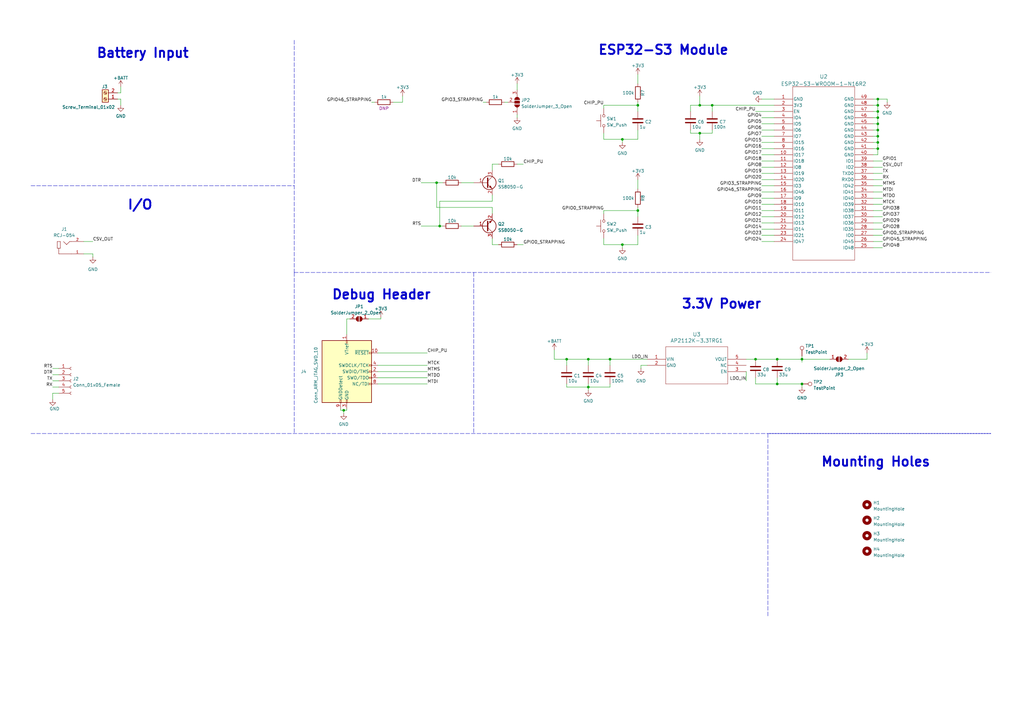
<source format=kicad_sch>
(kicad_sch
	(version 20231120)
	(generator "eeschema")
	(generator_version "8.0")
	(uuid "089191f8-f7a2-4ac6-bbe2-c747b0c5500f")
	(paper "A3")
	(title_block
		(title "ESP32 Example: Motor Controller")
		(date "2023-08-07")
		(rev "A")
		(company "ECE 445")
	)
	(lib_symbols
		(symbol "AP2112K-3.3TRG1_1"
			(pin_names
				(offset 0.254)
			)
			(exclude_from_sim no)
			(in_bom yes)
			(on_board yes)
			(property "Reference" "U"
				(at 20.32 10.16 0)
				(effects
					(font
						(size 1.524 1.524)
					)
				)
			)
			(property "Value" "AP2112K-3.3TRG1"
				(at 20.32 7.62 0)
				(effects
					(font
						(size 1.524 1.524)
					)
				)
			)
			(property "Footprint" "SOT_RG1_DIO"
				(at 0 0 0)
				(effects
					(font
						(size 1.27 1.27)
						(italic yes)
					)
					(hide yes)
				)
			)
			(property "Datasheet" "AP2112K-3.3TRG1"
				(at 0 0 0)
				(effects
					(font
						(size 1.27 1.27)
						(italic yes)
					)
					(hide yes)
				)
			)
			(property "Description" ""
				(at 0 0 0)
				(effects
					(font
						(size 1.27 1.27)
					)
					(hide yes)
				)
			)
			(property "ki_locked" ""
				(at 0 0 0)
				(effects
					(font
						(size 1.27 1.27)
					)
				)
			)
			(property "ki_keywords" "AP2112K-3.3TRG1"
				(at 0 0 0)
				(effects
					(font
						(size 1.27 1.27)
					)
					(hide yes)
				)
			)
			(property "ki_fp_filters" "SOT_RG1_DIO SOT_RG1_DIO-M SOT_RG1_DIO-L"
				(at 0 0 0)
				(effects
					(font
						(size 1.27 1.27)
					)
					(hide yes)
				)
			)
			(symbol "AP2112K-3.3TRG1_1_0_1"
				(polyline
					(pts
						(xy 7.62 -10.16) (xy 33.02 -10.16)
					)
					(stroke
						(width 0.127)
						(type default)
					)
					(fill
						(type none)
					)
				)
				(polyline
					(pts
						(xy 7.62 5.08) (xy 7.62 -10.16)
					)
					(stroke
						(width 0.127)
						(type default)
					)
					(fill
						(type none)
					)
				)
				(polyline
					(pts
						(xy 33.02 -10.16) (xy 33.02 5.08)
					)
					(stroke
						(width 0.127)
						(type default)
					)
					(fill
						(type none)
					)
				)
				(polyline
					(pts
						(xy 33.02 5.08) (xy 7.62 5.08)
					)
					(stroke
						(width 0.127)
						(type default)
					)
					(fill
						(type none)
					)
				)
				(pin unspecified line
					(at 0 0 0)
					(length 7.62)
					(name "VIN"
						(effects
							(font
								(size 1.27 1.27)
							)
						)
					)
					(number "1"
						(effects
							(font
								(size 1.27 1.27)
							)
						)
					)
				)
				(pin unspecified line
					(at 0 -2.54 0)
					(length 7.62)
					(name "GND"
						(effects
							(font
								(size 1.27 1.27)
							)
						)
					)
					(number "2"
						(effects
							(font
								(size 1.27 1.27)
							)
						)
					)
				)
				(pin unspecified line
					(at 40.64 -5.08 180)
					(length 7.62)
					(name "EN"
						(effects
							(font
								(size 1.27 1.27)
							)
						)
					)
					(number "3"
						(effects
							(font
								(size 1.27 1.27)
							)
						)
					)
				)
				(pin unspecified line
					(at 40.64 -2.54 180)
					(length 7.62)
					(name "NC"
						(effects
							(font
								(size 1.27 1.27)
							)
						)
					)
					(number "4"
						(effects
							(font
								(size 1.27 1.27)
							)
						)
					)
				)
				(pin unspecified line
					(at 40.64 0 180)
					(length 7.62)
					(name "VOUT"
						(effects
							(font
								(size 1.27 1.27)
							)
						)
					)
					(number "5"
						(effects
							(font
								(size 1.27 1.27)
							)
						)
					)
				)
			)
		)
		(symbol "Connector:Conn_01x05_Female"
			(pin_names
				(offset 1.016) hide)
			(exclude_from_sim no)
			(in_bom yes)
			(on_board yes)
			(property "Reference" "J"
				(at 0 7.62 0)
				(effects
					(font
						(size 1.27 1.27)
					)
				)
			)
			(property "Value" "Conn_01x05_Female"
				(at 0 -7.62 0)
				(effects
					(font
						(size 1.27 1.27)
					)
				)
			)
			(property "Footprint" ""
				(at 0 0 0)
				(effects
					(font
						(size 1.27 1.27)
					)
					(hide yes)
				)
			)
			(property "Datasheet" "~"
				(at 0 0 0)
				(effects
					(font
						(size 1.27 1.27)
					)
					(hide yes)
				)
			)
			(property "Description" "Generic connector, single row, 01x05, script generated (kicad-library-utils/schlib/autogen/connector/)"
				(at 0 0 0)
				(effects
					(font
						(size 1.27 1.27)
					)
					(hide yes)
				)
			)
			(property "ki_keywords" "connector"
				(at 0 0 0)
				(effects
					(font
						(size 1.27 1.27)
					)
					(hide yes)
				)
			)
			(property "ki_fp_filters" "Connector*:*_1x??_*"
				(at 0 0 0)
				(effects
					(font
						(size 1.27 1.27)
					)
					(hide yes)
				)
			)
			(symbol "Conn_01x05_Female_1_1"
				(arc
					(start 0 -4.572)
					(mid -0.5058 -5.08)
					(end 0 -5.588)
					(stroke
						(width 0.1524)
						(type default)
					)
					(fill
						(type none)
					)
				)
				(arc
					(start 0 -2.032)
					(mid -0.5058 -2.54)
					(end 0 -3.048)
					(stroke
						(width 0.1524)
						(type default)
					)
					(fill
						(type none)
					)
				)
				(polyline
					(pts
						(xy -1.27 -5.08) (xy -0.508 -5.08)
					)
					(stroke
						(width 0.1524)
						(type default)
					)
					(fill
						(type none)
					)
				)
				(polyline
					(pts
						(xy -1.27 -2.54) (xy -0.508 -2.54)
					)
					(stroke
						(width 0.1524)
						(type default)
					)
					(fill
						(type none)
					)
				)
				(polyline
					(pts
						(xy -1.27 0) (xy -0.508 0)
					)
					(stroke
						(width 0.1524)
						(type default)
					)
					(fill
						(type none)
					)
				)
				(polyline
					(pts
						(xy -1.27 2.54) (xy -0.508 2.54)
					)
					(stroke
						(width 0.1524)
						(type default)
					)
					(fill
						(type none)
					)
				)
				(polyline
					(pts
						(xy -1.27 5.08) (xy -0.508 5.08)
					)
					(stroke
						(width 0.1524)
						(type default)
					)
					(fill
						(type none)
					)
				)
				(arc
					(start 0 0.508)
					(mid -0.5058 0)
					(end 0 -0.508)
					(stroke
						(width 0.1524)
						(type default)
					)
					(fill
						(type none)
					)
				)
				(arc
					(start 0 3.048)
					(mid -0.5058 2.54)
					(end 0 2.032)
					(stroke
						(width 0.1524)
						(type default)
					)
					(fill
						(type none)
					)
				)
				(arc
					(start 0 5.588)
					(mid -0.5058 5.08)
					(end 0 4.572)
					(stroke
						(width 0.1524)
						(type default)
					)
					(fill
						(type none)
					)
				)
				(pin passive line
					(at -5.08 5.08 0)
					(length 3.81)
					(name "Pin_1"
						(effects
							(font
								(size 1.27 1.27)
							)
						)
					)
					(number "1"
						(effects
							(font
								(size 1.27 1.27)
							)
						)
					)
				)
				(pin passive line
					(at -5.08 2.54 0)
					(length 3.81)
					(name "Pin_2"
						(effects
							(font
								(size 1.27 1.27)
							)
						)
					)
					(number "2"
						(effects
							(font
								(size 1.27 1.27)
							)
						)
					)
				)
				(pin passive line
					(at -5.08 0 0)
					(length 3.81)
					(name "Pin_3"
						(effects
							(font
								(size 1.27 1.27)
							)
						)
					)
					(number "3"
						(effects
							(font
								(size 1.27 1.27)
							)
						)
					)
				)
				(pin passive line
					(at -5.08 -2.54 0)
					(length 3.81)
					(name "Pin_4"
						(effects
							(font
								(size 1.27 1.27)
							)
						)
					)
					(number "4"
						(effects
							(font
								(size 1.27 1.27)
							)
						)
					)
				)
				(pin passive line
					(at -5.08 -5.08 0)
					(length 3.81)
					(name "Pin_5"
						(effects
							(font
								(size 1.27 1.27)
							)
						)
					)
					(number "5"
						(effects
							(font
								(size 1.27 1.27)
							)
						)
					)
				)
			)
		)
		(symbol "Connector:Conn_ARM_JTAG_SWD_10"
			(pin_names
				(offset 1.016)
			)
			(exclude_from_sim no)
			(in_bom yes)
			(on_board yes)
			(property "Reference" "J"
				(at -2.54 16.51 0)
				(effects
					(font
						(size 1.27 1.27)
					)
					(justify right)
				)
			)
			(property "Value" "Conn_ARM_JTAG_SWD_10"
				(at -2.54 13.97 0)
				(effects
					(font
						(size 1.27 1.27)
					)
					(justify right bottom)
				)
			)
			(property "Footprint" ""
				(at 0 0 0)
				(effects
					(font
						(size 1.27 1.27)
					)
					(hide yes)
				)
			)
			(property "Datasheet" "http://infocenter.arm.com/help/topic/com.arm.doc.ddi0314h/DDI0314H_coresight_components_trm.pdf"
				(at -8.89 -31.75 90)
				(effects
					(font
						(size 1.27 1.27)
					)
					(hide yes)
				)
			)
			(property "Description" "Cortex Debug Connector, standard ARM Cortex-M SWD and JTAG interface"
				(at 0 0 0)
				(effects
					(font
						(size 1.27 1.27)
					)
					(hide yes)
				)
			)
			(property "ki_keywords" "Cortex Debug Connector ARM SWD JTAG"
				(at 0 0 0)
				(effects
					(font
						(size 1.27 1.27)
					)
					(hide yes)
				)
			)
			(property "ki_fp_filters" "PinHeader?2x05?P1.27mm*"
				(at 0 0 0)
				(effects
					(font
						(size 1.27 1.27)
					)
					(hide yes)
				)
			)
			(symbol "Conn_ARM_JTAG_SWD_10_0_1"
				(rectangle
					(start -10.16 12.7)
					(end 10.16 -12.7)
					(stroke
						(width 0.254)
						(type default)
					)
					(fill
						(type background)
					)
				)
				(rectangle
					(start -2.794 -12.7)
					(end -2.286 -11.684)
					(stroke
						(width 0)
						(type default)
					)
					(fill
						(type none)
					)
				)
				(rectangle
					(start -0.254 -12.7)
					(end 0.254 -11.684)
					(stroke
						(width 0)
						(type default)
					)
					(fill
						(type none)
					)
				)
				(rectangle
					(start -0.254 12.7)
					(end 0.254 11.684)
					(stroke
						(width 0)
						(type default)
					)
					(fill
						(type none)
					)
				)
				(rectangle
					(start 9.144 2.286)
					(end 10.16 2.794)
					(stroke
						(width 0)
						(type default)
					)
					(fill
						(type none)
					)
				)
				(rectangle
					(start 10.16 -2.794)
					(end 9.144 -2.286)
					(stroke
						(width 0)
						(type default)
					)
					(fill
						(type none)
					)
				)
				(rectangle
					(start 10.16 -0.254)
					(end 9.144 0.254)
					(stroke
						(width 0)
						(type default)
					)
					(fill
						(type none)
					)
				)
				(rectangle
					(start 10.16 7.874)
					(end 9.144 7.366)
					(stroke
						(width 0)
						(type default)
					)
					(fill
						(type none)
					)
				)
			)
			(symbol "Conn_ARM_JTAG_SWD_10_1_1"
				(rectangle
					(start 9.144 -5.334)
					(end 10.16 -4.826)
					(stroke
						(width 0)
						(type default)
					)
					(fill
						(type none)
					)
				)
				(pin power_in line
					(at 0 15.24 270)
					(length 2.54)
					(name "VTref"
						(effects
							(font
								(size 1.27 1.27)
							)
						)
					)
					(number "1"
						(effects
							(font
								(size 1.27 1.27)
							)
						)
					)
				)
				(pin open_collector line
					(at 12.7 7.62 180)
					(length 2.54)
					(name "~{RESET}"
						(effects
							(font
								(size 1.27 1.27)
							)
						)
					)
					(number "10"
						(effects
							(font
								(size 1.27 1.27)
							)
						)
					)
				)
				(pin bidirectional line
					(at 12.7 0 180)
					(length 2.54)
					(name "SWDIO/TMS"
						(effects
							(font
								(size 1.27 1.27)
							)
						)
					)
					(number "2"
						(effects
							(font
								(size 1.27 1.27)
							)
						)
					)
				)
				(pin power_in line
					(at 0 -15.24 90)
					(length 2.54)
					(name "GND"
						(effects
							(font
								(size 1.27 1.27)
							)
						)
					)
					(number "3"
						(effects
							(font
								(size 1.27 1.27)
							)
						)
					)
				)
				(pin output line
					(at 12.7 2.54 180)
					(length 2.54)
					(name "SWDCLK/TCK"
						(effects
							(font
								(size 1.27 1.27)
							)
						)
					)
					(number "4"
						(effects
							(font
								(size 1.27 1.27)
							)
						)
					)
				)
				(pin passive line
					(at 0 -15.24 90)
					(length 2.54) hide
					(name "GND"
						(effects
							(font
								(size 1.27 1.27)
							)
						)
					)
					(number "5"
						(effects
							(font
								(size 1.27 1.27)
							)
						)
					)
				)
				(pin input line
					(at 12.7 -2.54 180)
					(length 2.54)
					(name "SWO/TDO"
						(effects
							(font
								(size 1.27 1.27)
							)
						)
					)
					(number "6"
						(effects
							(font
								(size 1.27 1.27)
							)
						)
					)
				)
				(pin no_connect line
					(at -10.16 0 0)
					(length 2.54) hide
					(name "KEY"
						(effects
							(font
								(size 1.27 1.27)
							)
						)
					)
					(number "7"
						(effects
							(font
								(size 1.27 1.27)
							)
						)
					)
				)
				(pin output line
					(at 12.7 -5.08 180)
					(length 2.54)
					(name "NC/TDI"
						(effects
							(font
								(size 1.27 1.27)
							)
						)
					)
					(number "8"
						(effects
							(font
								(size 1.27 1.27)
							)
						)
					)
				)
				(pin passive line
					(at -2.54 -15.24 90)
					(length 2.54)
					(name "GNDDetect"
						(effects
							(font
								(size 1.27 1.27)
							)
						)
					)
					(number "9"
						(effects
							(font
								(size 1.27 1.27)
							)
						)
					)
				)
			)
		)
		(symbol "Connector:Screw_Terminal_01x02"
			(pin_names
				(offset 1.016) hide)
			(exclude_from_sim no)
			(in_bom yes)
			(on_board yes)
			(property "Reference" "J"
				(at 0 2.54 0)
				(effects
					(font
						(size 1.27 1.27)
					)
				)
			)
			(property "Value" "Screw_Terminal_01x02"
				(at 0 -5.08 0)
				(effects
					(font
						(size 1.27 1.27)
					)
				)
			)
			(property "Footprint" ""
				(at 0 0 0)
				(effects
					(font
						(size 1.27 1.27)
					)
					(hide yes)
				)
			)
			(property "Datasheet" "~"
				(at 0 0 0)
				(effects
					(font
						(size 1.27 1.27)
					)
					(hide yes)
				)
			)
			(property "Description" "Generic screw terminal, single row, 01x02, script generated (kicad-library-utils/schlib/autogen/connector/)"
				(at 0 0 0)
				(effects
					(font
						(size 1.27 1.27)
					)
					(hide yes)
				)
			)
			(property "ki_keywords" "screw terminal"
				(at 0 0 0)
				(effects
					(font
						(size 1.27 1.27)
					)
					(hide yes)
				)
			)
			(property "ki_fp_filters" "TerminalBlock*:*"
				(at 0 0 0)
				(effects
					(font
						(size 1.27 1.27)
					)
					(hide yes)
				)
			)
			(symbol "Screw_Terminal_01x02_1_1"
				(rectangle
					(start -1.27 1.27)
					(end 1.27 -3.81)
					(stroke
						(width 0.254)
						(type default)
					)
					(fill
						(type background)
					)
				)
				(circle
					(center 0 -2.54)
					(radius 0.635)
					(stroke
						(width 0.1524)
						(type default)
					)
					(fill
						(type none)
					)
				)
				(polyline
					(pts
						(xy -0.5334 -2.2098) (xy 0.3302 -3.048)
					)
					(stroke
						(width 0.1524)
						(type default)
					)
					(fill
						(type none)
					)
				)
				(polyline
					(pts
						(xy -0.5334 0.3302) (xy 0.3302 -0.508)
					)
					(stroke
						(width 0.1524)
						(type default)
					)
					(fill
						(type none)
					)
				)
				(polyline
					(pts
						(xy -0.3556 -2.032) (xy 0.508 -2.8702)
					)
					(stroke
						(width 0.1524)
						(type default)
					)
					(fill
						(type none)
					)
				)
				(polyline
					(pts
						(xy -0.3556 0.508) (xy 0.508 -0.3302)
					)
					(stroke
						(width 0.1524)
						(type default)
					)
					(fill
						(type none)
					)
				)
				(circle
					(center 0 0)
					(radius 0.635)
					(stroke
						(width 0.1524)
						(type default)
					)
					(fill
						(type none)
					)
				)
				(pin passive line
					(at -5.08 0 0)
					(length 3.81)
					(name "Pin_1"
						(effects
							(font
								(size 1.27 1.27)
							)
						)
					)
					(number "1"
						(effects
							(font
								(size 1.27 1.27)
							)
						)
					)
				)
				(pin passive line
					(at -5.08 -2.54 0)
					(length 3.81)
					(name "Pin_2"
						(effects
							(font
								(size 1.27 1.27)
							)
						)
					)
					(number "2"
						(effects
							(font
								(size 1.27 1.27)
							)
						)
					)
				)
			)
		)
		(symbol "Connector:TestPoint"
			(pin_numbers hide)
			(pin_names
				(offset 0.762) hide)
			(exclude_from_sim no)
			(in_bom yes)
			(on_board yes)
			(property "Reference" "TP"
				(at 0 6.858 0)
				(effects
					(font
						(size 1.27 1.27)
					)
				)
			)
			(property "Value" "TestPoint"
				(at 0 5.08 0)
				(effects
					(font
						(size 1.27 1.27)
					)
				)
			)
			(property "Footprint" ""
				(at 5.08 0 0)
				(effects
					(font
						(size 1.27 1.27)
					)
					(hide yes)
				)
			)
			(property "Datasheet" "~"
				(at 5.08 0 0)
				(effects
					(font
						(size 1.27 1.27)
					)
					(hide yes)
				)
			)
			(property "Description" "test point"
				(at 0 0 0)
				(effects
					(font
						(size 1.27 1.27)
					)
					(hide yes)
				)
			)
			(property "ki_keywords" "test point tp"
				(at 0 0 0)
				(effects
					(font
						(size 1.27 1.27)
					)
					(hide yes)
				)
			)
			(property "ki_fp_filters" "Pin* Test*"
				(at 0 0 0)
				(effects
					(font
						(size 1.27 1.27)
					)
					(hide yes)
				)
			)
			(symbol "TestPoint_0_1"
				(circle
					(center 0 3.302)
					(radius 0.762)
					(stroke
						(width 0)
						(type default)
					)
					(fill
						(type none)
					)
				)
			)
			(symbol "TestPoint_1_1"
				(pin passive line
					(at 0 0 90)
					(length 2.54)
					(name "1"
						(effects
							(font
								(size 1.27 1.27)
							)
						)
					)
					(number "1"
						(effects
							(font
								(size 1.27 1.27)
							)
						)
					)
				)
			)
		)
		(symbol "Device:Q_NPN_BEC"
			(pin_names
				(offset 0) hide)
			(exclude_from_sim no)
			(in_bom yes)
			(on_board yes)
			(property "Reference" "Q"
				(at 5.08 1.27 0)
				(effects
					(font
						(size 1.27 1.27)
					)
					(justify left)
				)
			)
			(property "Value" "Q_NPN_BEC"
				(at 5.08 -1.27 0)
				(effects
					(font
						(size 1.27 1.27)
					)
					(justify left)
				)
			)
			(property "Footprint" ""
				(at 5.08 2.54 0)
				(effects
					(font
						(size 1.27 1.27)
					)
					(hide yes)
				)
			)
			(property "Datasheet" "~"
				(at 0 0 0)
				(effects
					(font
						(size 1.27 1.27)
					)
					(hide yes)
				)
			)
			(property "Description" "NPN transistor, base/emitter/collector"
				(at 0 0 0)
				(effects
					(font
						(size 1.27 1.27)
					)
					(hide yes)
				)
			)
			(property "ki_keywords" "transistor NPN"
				(at 0 0 0)
				(effects
					(font
						(size 1.27 1.27)
					)
					(hide yes)
				)
			)
			(symbol "Q_NPN_BEC_0_1"
				(polyline
					(pts
						(xy 0.635 0.635) (xy 2.54 2.54)
					)
					(stroke
						(width 0)
						(type default)
					)
					(fill
						(type none)
					)
				)
				(polyline
					(pts
						(xy 0.635 -0.635) (xy 2.54 -2.54) (xy 2.54 -2.54)
					)
					(stroke
						(width 0)
						(type default)
					)
					(fill
						(type none)
					)
				)
				(polyline
					(pts
						(xy 0.635 1.905) (xy 0.635 -1.905) (xy 0.635 -1.905)
					)
					(stroke
						(width 0.508)
						(type default)
					)
					(fill
						(type none)
					)
				)
				(polyline
					(pts
						(xy 1.27 -1.778) (xy 1.778 -1.27) (xy 2.286 -2.286) (xy 1.27 -1.778) (xy 1.27 -1.778)
					)
					(stroke
						(width 0)
						(type default)
					)
					(fill
						(type outline)
					)
				)
				(circle
					(center 1.27 0)
					(radius 2.8194)
					(stroke
						(width 0.254)
						(type default)
					)
					(fill
						(type none)
					)
				)
			)
			(symbol "Q_NPN_BEC_1_1"
				(pin input line
					(at -5.08 0 0)
					(length 5.715)
					(name "B"
						(effects
							(font
								(size 1.27 1.27)
							)
						)
					)
					(number "1"
						(effects
							(font
								(size 1.27 1.27)
							)
						)
					)
				)
				(pin passive line
					(at 2.54 -5.08 90)
					(length 2.54)
					(name "E"
						(effects
							(font
								(size 1.27 1.27)
							)
						)
					)
					(number "2"
						(effects
							(font
								(size 1.27 1.27)
							)
						)
					)
				)
				(pin passive line
					(at 2.54 5.08 270)
					(length 2.54)
					(name "C"
						(effects
							(font
								(size 1.27 1.27)
							)
						)
					)
					(number "3"
						(effects
							(font
								(size 1.27 1.27)
							)
						)
					)
				)
			)
		)
		(symbol "GND_1"
			(power)
			(pin_numbers hide)
			(pin_names
				(offset 0) hide)
			(exclude_from_sim no)
			(in_bom yes)
			(on_board yes)
			(property "Reference" "#PWR"
				(at 0 -6.35 0)
				(effects
					(font
						(size 1.27 1.27)
					)
					(hide yes)
				)
			)
			(property "Value" "GND"
				(at 0 -3.81 0)
				(effects
					(font
						(size 1.27 1.27)
					)
				)
			)
			(property "Footprint" ""
				(at 0 0 0)
				(effects
					(font
						(size 1.27 1.27)
					)
					(hide yes)
				)
			)
			(property "Datasheet" ""
				(at 0 0 0)
				(effects
					(font
						(size 1.27 1.27)
					)
					(hide yes)
				)
			)
			(property "Description" "Power symbol creates a global label with name \"GND\" , ground"
				(at 0 0 0)
				(effects
					(font
						(size 1.27 1.27)
					)
					(hide yes)
				)
			)
			(property "ki_keywords" "global power"
				(at 0 0 0)
				(effects
					(font
						(size 1.27 1.27)
					)
					(hide yes)
				)
			)
			(symbol "GND_1_0_1"
				(polyline
					(pts
						(xy 0 0) (xy 0 -1.27) (xy 1.27 -1.27) (xy 0 -2.54) (xy -1.27 -1.27) (xy 0 -1.27)
					)
					(stroke
						(width 0)
						(type default)
					)
					(fill
						(type none)
					)
				)
			)
			(symbol "GND_1_1_1"
				(pin power_in line
					(at 0 0 270)
					(length 0)
					(name "~"
						(effects
							(font
								(size 1.27 1.27)
							)
						)
					)
					(number "1"
						(effects
							(font
								(size 1.27 1.27)
							)
						)
					)
				)
			)
		)
		(symbol "GND_2"
			(power)
			(pin_numbers hide)
			(pin_names
				(offset 0) hide)
			(exclude_from_sim no)
			(in_bom yes)
			(on_board yes)
			(property "Reference" "#PWR"
				(at 0 -6.35 0)
				(effects
					(font
						(size 1.27 1.27)
					)
					(hide yes)
				)
			)
			(property "Value" "GND"
				(at 0 -3.81 0)
				(effects
					(font
						(size 1.27 1.27)
					)
				)
			)
			(property "Footprint" ""
				(at 0 0 0)
				(effects
					(font
						(size 1.27 1.27)
					)
					(hide yes)
				)
			)
			(property "Datasheet" ""
				(at 0 0 0)
				(effects
					(font
						(size 1.27 1.27)
					)
					(hide yes)
				)
			)
			(property "Description" "Power symbol creates a global label with name \"GND\" , ground"
				(at 0 0 0)
				(effects
					(font
						(size 1.27 1.27)
					)
					(hide yes)
				)
			)
			(property "ki_keywords" "global power"
				(at 0 0 0)
				(effects
					(font
						(size 1.27 1.27)
					)
					(hide yes)
				)
			)
			(symbol "GND_2_0_1"
				(polyline
					(pts
						(xy 0 0) (xy 0 -1.27) (xy 1.27 -1.27) (xy 0 -2.54) (xy -1.27 -1.27) (xy 0 -1.27)
					)
					(stroke
						(width 0)
						(type default)
					)
					(fill
						(type none)
					)
				)
			)
			(symbol "GND_2_1_1"
				(pin power_in line
					(at 0 0 270)
					(length 0)
					(name "~"
						(effects
							(font
								(size 1.27 1.27)
							)
						)
					)
					(number "1"
						(effects
							(font
								(size 1.27 1.27)
							)
						)
					)
				)
			)
		)
		(symbol "Jumper:SolderJumper_2_Open"
			(pin_names
				(offset 0) hide)
			(exclude_from_sim no)
			(in_bom yes)
			(on_board yes)
			(property "Reference" "JP"
				(at 0 2.032 0)
				(effects
					(font
						(size 1.27 1.27)
					)
				)
			)
			(property "Value" "SolderJumper_2_Open"
				(at 0 -2.54 0)
				(effects
					(font
						(size 1.27 1.27)
					)
				)
			)
			(property "Footprint" ""
				(at 0 0 0)
				(effects
					(font
						(size 1.27 1.27)
					)
					(hide yes)
				)
			)
			(property "Datasheet" "~"
				(at 0 0 0)
				(effects
					(font
						(size 1.27 1.27)
					)
					(hide yes)
				)
			)
			(property "Description" "Solder Jumper, 2-pole, open"
				(at 0 0 0)
				(effects
					(font
						(size 1.27 1.27)
					)
					(hide yes)
				)
			)
			(property "ki_keywords" "solder jumper SPST"
				(at 0 0 0)
				(effects
					(font
						(size 1.27 1.27)
					)
					(hide yes)
				)
			)
			(property "ki_fp_filters" "SolderJumper*Open*"
				(at 0 0 0)
				(effects
					(font
						(size 1.27 1.27)
					)
					(hide yes)
				)
			)
			(symbol "SolderJumper_2_Open_0_1"
				(arc
					(start -0.254 1.016)
					(mid -1.2655 0)
					(end -0.254 -1.016)
					(stroke
						(width 0)
						(type default)
					)
					(fill
						(type none)
					)
				)
				(arc
					(start -0.254 1.016)
					(mid -1.2655 0)
					(end -0.254 -1.016)
					(stroke
						(width 0)
						(type default)
					)
					(fill
						(type outline)
					)
				)
				(polyline
					(pts
						(xy -0.254 1.016) (xy -0.254 -1.016)
					)
					(stroke
						(width 0)
						(type default)
					)
					(fill
						(type none)
					)
				)
				(polyline
					(pts
						(xy 0.254 1.016) (xy 0.254 -1.016)
					)
					(stroke
						(width 0)
						(type default)
					)
					(fill
						(type none)
					)
				)
				(arc
					(start 0.254 -1.016)
					(mid 1.2655 0)
					(end 0.254 1.016)
					(stroke
						(width 0)
						(type default)
					)
					(fill
						(type none)
					)
				)
				(arc
					(start 0.254 -1.016)
					(mid 1.2655 0)
					(end 0.254 1.016)
					(stroke
						(width 0)
						(type default)
					)
					(fill
						(type outline)
					)
				)
			)
			(symbol "SolderJumper_2_Open_1_1"
				(pin passive line
					(at -3.81 0 0)
					(length 2.54)
					(name "A"
						(effects
							(font
								(size 1.27 1.27)
							)
						)
					)
					(number "1"
						(effects
							(font
								(size 1.27 1.27)
							)
						)
					)
				)
				(pin passive line
					(at 3.81 0 180)
					(length 2.54)
					(name "B"
						(effects
							(font
								(size 1.27 1.27)
							)
						)
					)
					(number "2"
						(effects
							(font
								(size 1.27 1.27)
							)
						)
					)
				)
			)
		)
		(symbol "Jumper:SolderJumper_3_Open"
			(pin_names
				(offset 0) hide)
			(exclude_from_sim no)
			(in_bom yes)
			(on_board yes)
			(property "Reference" "JP"
				(at -2.54 -2.54 0)
				(effects
					(font
						(size 1.27 1.27)
					)
				)
			)
			(property "Value" "SolderJumper_3_Open"
				(at 0 2.794 0)
				(effects
					(font
						(size 1.27 1.27)
					)
				)
			)
			(property "Footprint" ""
				(at 0 0 0)
				(effects
					(font
						(size 1.27 1.27)
					)
					(hide yes)
				)
			)
			(property "Datasheet" "~"
				(at 0 0 0)
				(effects
					(font
						(size 1.27 1.27)
					)
					(hide yes)
				)
			)
			(property "Description" "Solder Jumper, 3-pole, open"
				(at 0 0 0)
				(effects
					(font
						(size 1.27 1.27)
					)
					(hide yes)
				)
			)
			(property "ki_keywords" "Solder Jumper SPDT"
				(at 0 0 0)
				(effects
					(font
						(size 1.27 1.27)
					)
					(hide yes)
				)
			)
			(property "ki_fp_filters" "SolderJumper*Open*"
				(at 0 0 0)
				(effects
					(font
						(size 1.27 1.27)
					)
					(hide yes)
				)
			)
			(symbol "SolderJumper_3_Open_0_1"
				(arc
					(start -1.016 1.016)
					(mid -2.0275 0)
					(end -1.016 -1.016)
					(stroke
						(width 0)
						(type default)
					)
					(fill
						(type none)
					)
				)
				(arc
					(start -1.016 1.016)
					(mid -2.0275 0)
					(end -1.016 -1.016)
					(stroke
						(width 0)
						(type default)
					)
					(fill
						(type outline)
					)
				)
				(rectangle
					(start -0.508 1.016)
					(end 0.508 -1.016)
					(stroke
						(width 0)
						(type default)
					)
					(fill
						(type outline)
					)
				)
				(polyline
					(pts
						(xy -2.54 0) (xy -2.032 0)
					)
					(stroke
						(width 0)
						(type default)
					)
					(fill
						(type none)
					)
				)
				(polyline
					(pts
						(xy -1.016 1.016) (xy -1.016 -1.016)
					)
					(stroke
						(width 0)
						(type default)
					)
					(fill
						(type none)
					)
				)
				(polyline
					(pts
						(xy 0 -1.27) (xy 0 -1.016)
					)
					(stroke
						(width 0)
						(type default)
					)
					(fill
						(type none)
					)
				)
				(polyline
					(pts
						(xy 1.016 1.016) (xy 1.016 -1.016)
					)
					(stroke
						(width 0)
						(type default)
					)
					(fill
						(type none)
					)
				)
				(polyline
					(pts
						(xy 2.54 0) (xy 2.032 0)
					)
					(stroke
						(width 0)
						(type default)
					)
					(fill
						(type none)
					)
				)
				(arc
					(start 1.016 -1.016)
					(mid 2.0275 0)
					(end 1.016 1.016)
					(stroke
						(width 0)
						(type default)
					)
					(fill
						(type none)
					)
				)
				(arc
					(start 1.016 -1.016)
					(mid 2.0275 0)
					(end 1.016 1.016)
					(stroke
						(width 0)
						(type default)
					)
					(fill
						(type outline)
					)
				)
			)
			(symbol "SolderJumper_3_Open_1_1"
				(pin passive line
					(at -5.08 0 0)
					(length 2.54)
					(name "A"
						(effects
							(font
								(size 1.27 1.27)
							)
						)
					)
					(number "1"
						(effects
							(font
								(size 1.27 1.27)
							)
						)
					)
				)
				(pin passive line
					(at 0 -3.81 90)
					(length 2.54)
					(name "C"
						(effects
							(font
								(size 1.27 1.27)
							)
						)
					)
					(number "2"
						(effects
							(font
								(size 1.27 1.27)
							)
						)
					)
				)
				(pin passive line
					(at 5.08 0 180)
					(length 2.54)
					(name "B"
						(effects
							(font
								(size 1.27 1.27)
							)
						)
					)
					(number "3"
						(effects
							(font
								(size 1.27 1.27)
							)
						)
					)
				)
			)
		)
		(symbol "Mechanical:MountingHole"
			(pin_names
				(offset 1.016)
			)
			(exclude_from_sim no)
			(in_bom yes)
			(on_board yes)
			(property "Reference" "H"
				(at 0 5.08 0)
				(effects
					(font
						(size 1.27 1.27)
					)
				)
			)
			(property "Value" "MountingHole"
				(at 0 3.175 0)
				(effects
					(font
						(size 1.27 1.27)
					)
				)
			)
			(property "Footprint" ""
				(at 0 0 0)
				(effects
					(font
						(size 1.27 1.27)
					)
					(hide yes)
				)
			)
			(property "Datasheet" "~"
				(at 0 0 0)
				(effects
					(font
						(size 1.27 1.27)
					)
					(hide yes)
				)
			)
			(property "Description" "Mounting Hole without connection"
				(at 0 0 0)
				(effects
					(font
						(size 1.27 1.27)
					)
					(hide yes)
				)
			)
			(property "ki_keywords" "mounting hole"
				(at 0 0 0)
				(effects
					(font
						(size 1.27 1.27)
					)
					(hide yes)
				)
			)
			(property "ki_fp_filters" "MountingHole*"
				(at 0 0 0)
				(effects
					(font
						(size 1.27 1.27)
					)
					(hide yes)
				)
			)
			(symbol "MountingHole_0_1"
				(circle
					(center 0 0)
					(radius 1.27)
					(stroke
						(width 1.27)
						(type default)
					)
					(fill
						(type none)
					)
				)
			)
		)
		(symbol "Switch:SW_Push"
			(pin_numbers hide)
			(pin_names
				(offset 1.016) hide)
			(exclude_from_sim no)
			(in_bom yes)
			(on_board yes)
			(property "Reference" "SW"
				(at 1.27 2.54 0)
				(effects
					(font
						(size 1.27 1.27)
					)
					(justify left)
				)
			)
			(property "Value" "SW_Push"
				(at 0 -1.524 0)
				(effects
					(font
						(size 1.27 1.27)
					)
				)
			)
			(property "Footprint" ""
				(at 0 5.08 0)
				(effects
					(font
						(size 1.27 1.27)
					)
					(hide yes)
				)
			)
			(property "Datasheet" "~"
				(at 0 5.08 0)
				(effects
					(font
						(size 1.27 1.27)
					)
					(hide yes)
				)
			)
			(property "Description" "Push button switch, generic, two pins"
				(at 0 0 0)
				(effects
					(font
						(size 1.27 1.27)
					)
					(hide yes)
				)
			)
			(property "ki_keywords" "switch normally-open pushbutton push-button"
				(at 0 0 0)
				(effects
					(font
						(size 1.27 1.27)
					)
					(hide yes)
				)
			)
			(symbol "SW_Push_0_1"
				(circle
					(center -2.032 0)
					(radius 0.508)
					(stroke
						(width 0)
						(type default)
					)
					(fill
						(type none)
					)
				)
				(polyline
					(pts
						(xy 0 1.27) (xy 0 3.048)
					)
					(stroke
						(width 0)
						(type default)
					)
					(fill
						(type none)
					)
				)
				(polyline
					(pts
						(xy 2.54 1.27) (xy -2.54 1.27)
					)
					(stroke
						(width 0)
						(type default)
					)
					(fill
						(type none)
					)
				)
				(circle
					(center 2.032 0)
					(radius 0.508)
					(stroke
						(width 0)
						(type default)
					)
					(fill
						(type none)
					)
				)
				(pin passive line
					(at -5.08 0 0)
					(length 2.54)
					(name "1"
						(effects
							(font
								(size 1.27 1.27)
							)
						)
					)
					(number "1"
						(effects
							(font
								(size 1.27 1.27)
							)
						)
					)
				)
				(pin passive line
					(at 5.08 0 180)
					(length 2.54)
					(name "2"
						(effects
							(font
								(size 1.27 1.27)
							)
						)
					)
					(number "2"
						(effects
							(font
								(size 1.27 1.27)
							)
						)
					)
				)
			)
		)
		(symbol "basic:C"
			(pin_numbers hide)
			(pin_names
				(offset 0.254)
			)
			(exclude_from_sim no)
			(in_bom yes)
			(on_board yes)
			(property "Reference" "C"
				(at 0.635 2.54 0)
				(effects
					(font
						(size 1.27 1.27)
					)
					(justify left)
				)
			)
			(property "Value" "C"
				(at 0.635 -2.54 0)
				(effects
					(font
						(size 1.27 1.27)
					)
					(justify left)
					(hide yes)
				)
			)
			(property "Footprint" ""
				(at 0.9652 -3.81 0)
				(effects
					(font
						(size 1.27 1.27)
					)
					(hide yes)
				)
			)
			(property "Datasheet" "~"
				(at 0 0 0)
				(effects
					(font
						(size 1.27 1.27)
					)
					(hide yes)
				)
			)
			(property "Description" "Unpolarized capacitor"
				(at 0 0 0)
				(effects
					(font
						(size 1.27 1.27)
					)
					(hide yes)
				)
			)
			(property "ki_keywords" "cap capacitor"
				(at 0 0 0)
				(effects
					(font
						(size 1.27 1.27)
					)
					(hide yes)
				)
			)
			(property "ki_fp_filters" "C_*"
				(at 0 0 0)
				(effects
					(font
						(size 1.27 1.27)
					)
					(hide yes)
				)
			)
			(symbol "C_0_1"
				(polyline
					(pts
						(xy -2.032 -0.762) (xy 2.032 -0.762)
					)
					(stroke
						(width 0.508)
						(type default)
					)
					(fill
						(type none)
					)
				)
				(polyline
					(pts
						(xy -2.032 0.762) (xy 2.032 0.762)
					)
					(stroke
						(width 0.508)
						(type default)
					)
					(fill
						(type none)
					)
				)
			)
			(symbol "C_1_1"
				(pin passive line
					(at 0 3.81 270)
					(length 2.794)
					(name "~"
						(effects
							(font
								(size 1.27 1.27)
							)
						)
					)
					(number "1"
						(effects
							(font
								(size 1.27 1.27)
							)
						)
					)
				)
				(pin passive line
					(at 0 -3.81 90)
					(length 2.794)
					(name "~"
						(effects
							(font
								(size 1.27 1.27)
							)
						)
					)
					(number "2"
						(effects
							(font
								(size 1.27 1.27)
							)
						)
					)
				)
			)
		)
		(symbol "basic:R"
			(pin_numbers hide)
			(pin_names
				(offset 0)
			)
			(exclude_from_sim no)
			(in_bom yes)
			(on_board yes)
			(property "Reference" "R"
				(at 2.032 0 90)
				(effects
					(font
						(size 1.27 1.27)
					)
					(hide yes)
				)
			)
			(property "Value" "R"
				(at 0 0 90)
				(effects
					(font
						(size 1.27 1.27)
					)
				)
			)
			(property "Footprint" ""
				(at -1.778 0 90)
				(effects
					(font
						(size 1.27 1.27)
					)
					(hide yes)
				)
			)
			(property "Datasheet" "~"
				(at 0 0 0)
				(effects
					(font
						(size 1.27 1.27)
					)
					(hide yes)
				)
			)
			(property "Description" "Resistor"
				(at 0 0 0)
				(effects
					(font
						(size 1.27 1.27)
					)
					(hide yes)
				)
			)
			(property "ki_keywords" "R res resistor"
				(at 0 0 0)
				(effects
					(font
						(size 1.27 1.27)
					)
					(hide yes)
				)
			)
			(property "ki_fp_filters" "R_*"
				(at 0 0 0)
				(effects
					(font
						(size 1.27 1.27)
					)
					(hide yes)
				)
			)
			(symbol "R_0_1"
				(rectangle
					(start -1.016 -2.54)
					(end 1.016 2.54)
					(stroke
						(width 0.254)
						(type default)
					)
					(fill
						(type none)
					)
				)
			)
			(symbol "R_1_1"
				(pin passive line
					(at 0 3.81 270)
					(length 1.27)
					(name "~"
						(effects
							(font
								(size 1.27 1.27)
							)
						)
					)
					(number "1"
						(effects
							(font
								(size 1.27 1.27)
							)
						)
					)
				)
				(pin passive line
					(at 0 -3.81 90)
					(length 1.27)
					(name "~"
						(effects
							(font
								(size 1.27 1.27)
							)
						)
					)
					(number "2"
						(effects
							(font
								(size 1.27 1.27)
							)
						)
					)
				)
			)
		)
		(symbol "csv_conn:RCJ-054"
			(pin_names
				(offset 1.016)
			)
			(exclude_from_sim no)
			(in_bom yes)
			(on_board yes)
			(property "Reference" "J"
				(at -5.6351 4.098 0)
				(effects
					(font
						(size 1.27 1.27)
					)
					(justify left bottom)
				)
			)
			(property "Value" "RCJ-054"
				(at -5.1194 -5.6295 0)
				(effects
					(font
						(size 1.27 1.27)
					)
					(justify left bottom)
				)
			)
			(property "Footprint" "RCJ-054:CUI_RCJ-054"
				(at 0 0 0)
				(effects
					(font
						(size 1.27 1.27)
					)
					(justify bottom)
					(hide yes)
				)
			)
			(property "Datasheet" ""
				(at 0 0 0)
				(effects
					(font
						(size 1.27 1.27)
					)
					(hide yes)
				)
			)
			(property "Description" "Metal Vertical RCA Jack, Yellow Housing and Insulator"
				(at 0 0 0)
				(effects
					(font
						(size 1.27 1.27)
					)
					(justify bottom)
					(hide yes)
				)
			)
			(property "MF" "CUI Devices"
				(at 0 0 0)
				(effects
					(font
						(size 1.27 1.27)
					)
					(justify bottom)
					(hide yes)
				)
			)
			(property "PACKAGE" "None"
				(at 0 0 0)
				(effects
					(font
						(size 1.27 1.27)
					)
					(justify bottom)
					(hide yes)
				)
			)
			(property "PRICE" "None"
				(at 0 0 0)
				(effects
					(font
						(size 1.27 1.27)
					)
					(justify bottom)
					(hide yes)
				)
			)
			(property "CUI_PURCHASE_URL" "https://www.cuidevices.com/product/interconnect/connectors/rca-connectors/rcj-05-series?utm_source=snapeda.com&utm_medium=referral&utm_campaign=snapedaBOM"
				(at 0 0 0)
				(effects
					(font
						(size 1.27 1.27)
					)
					(justify bottom)
					(hide yes)
				)
			)
			(property "MP" "RCJ-054"
				(at 0 0 0)
				(effects
					(font
						(size 1.27 1.27)
					)
					(justify bottom)
					(hide yes)
				)
			)
			(property "AVAILABILITY" "Unavailable"
				(at 0 0 0)
				(effects
					(font
						(size 1.27 1.27)
					)
					(justify bottom)
					(hide yes)
				)
			)
			(symbol "RCJ-054_0_0"
				(polyline
					(pts
						(xy -5.715 -0.254) (xy -5.08 -0.254)
					)
					(stroke
						(width 0.1524)
						(type default)
					)
					(fill
						(type none)
					)
				)
				(polyline
					(pts
						(xy -5.715 2.54) (xy -5.715 -0.254)
					)
					(stroke
						(width 0.1524)
						(type default)
					)
					(fill
						(type none)
					)
				)
				(polyline
					(pts
						(xy -5.08 -2.54) (xy -5.08 -0.254)
					)
					(stroke
						(width 0.1524)
						(type default)
					)
					(fill
						(type none)
					)
				)
				(polyline
					(pts
						(xy -5.08 -0.254) (xy -4.445 -0.254)
					)
					(stroke
						(width 0.1524)
						(type default)
					)
					(fill
						(type none)
					)
				)
				(polyline
					(pts
						(xy -4.445 -0.254) (xy -4.445 2.54)
					)
					(stroke
						(width 0.1524)
						(type default)
					)
					(fill
						(type none)
					)
				)
				(polyline
					(pts
						(xy -4.445 2.54) (xy -5.715 2.54)
					)
					(stroke
						(width 0.1524)
						(type default)
					)
					(fill
						(type none)
					)
				)
				(polyline
					(pts
						(xy -1.905 1.27) (xy -3.175 2.54)
					)
					(stroke
						(width 0.1524)
						(type default)
					)
					(fill
						(type none)
					)
				)
				(polyline
					(pts
						(xy -0.635 2.54) (xy -1.905 1.27)
					)
					(stroke
						(width 0.1524)
						(type default)
					)
					(fill
						(type none)
					)
				)
				(polyline
					(pts
						(xy 0 -2.54) (xy -5.08 -2.54)
					)
					(stroke
						(width 0.1524)
						(type default)
					)
					(fill
						(type none)
					)
				)
				(polyline
					(pts
						(xy 0 2.54) (xy -0.635 2.54)
					)
					(stroke
						(width 0.1524)
						(type default)
					)
					(fill
						(type none)
					)
				)
				(pin passive line
					(at 5.08 -2.54 180)
					(length 5.08)
					(name "~"
						(effects
							(font
								(size 1.016 1.016)
							)
						)
					)
					(number "1"
						(effects
							(font
								(size 1.016 1.016)
							)
						)
					)
				)
				(pin passive line
					(at 5.08 2.54 180)
					(length 5.08)
					(name "~"
						(effects
							(font
								(size 1.016 1.016)
							)
						)
					)
					(number "2"
						(effects
							(font
								(size 1.016 1.016)
							)
						)
					)
				)
			)
		)
		(symbol "local_symbols:ESP32-S3-WROOM-1-N16R2"
			(pin_names
				(offset 0.254)
			)
			(exclude_from_sim no)
			(in_bom yes)
			(on_board yes)
			(property "Reference" "U"
				(at 20.32 10.16 0)
				(effects
					(font
						(size 1.524 1.524)
					)
				)
			)
			(property "Value" "ESP32-S3-WROOM-1-N16R2"
				(at 20.32 7.62 0)
				(effects
					(font
						(size 1.524 1.524)
					)
				)
			)
			(property "Footprint" "ESP32-S3-WROOM-1_EXP"
				(at 0 0 0)
				(effects
					(font
						(size 1.27 1.27)
						(italic yes)
					)
					(hide yes)
				)
			)
			(property "Datasheet" "ESP32-S3-WROOM-1-N16R2"
				(at 0 0 0)
				(effects
					(font
						(size 1.27 1.27)
						(italic yes)
					)
					(hide yes)
				)
			)
			(property "Description" ""
				(at 0 0 0)
				(effects
					(font
						(size 1.27 1.27)
					)
					(hide yes)
				)
			)
			(property "ki_locked" ""
				(at 0 0 0)
				(effects
					(font
						(size 1.27 1.27)
					)
				)
			)
			(property "ki_keywords" "ESP32-S3-WROOM-1-N16R2"
				(at 0 0 0)
				(effects
					(font
						(size 1.27 1.27)
					)
					(hide yes)
				)
			)
			(property "ki_fp_filters" "ESP32-S3-WROOM-1_EXP"
				(at 0 0 0)
				(effects
					(font
						(size 1.27 1.27)
					)
					(hide yes)
				)
			)
			(symbol "ESP32-S3-WROOM-1-N16R2_0_1"
				(polyline
					(pts
						(xy 7.62 -66.04) (xy 33.02 -66.04)
					)
					(stroke
						(width 0.127)
						(type default)
					)
					(fill
						(type none)
					)
				)
				(polyline
					(pts
						(xy 7.62 5.08) (xy 7.62 -66.04)
					)
					(stroke
						(width 0.127)
						(type default)
					)
					(fill
						(type none)
					)
				)
				(polyline
					(pts
						(xy 33.02 -66.04) (xy 33.02 5.08)
					)
					(stroke
						(width 0.127)
						(type default)
					)
					(fill
						(type none)
					)
				)
				(polyline
					(pts
						(xy 33.02 5.08) (xy 7.62 5.08)
					)
					(stroke
						(width 0.127)
						(type default)
					)
					(fill
						(type none)
					)
				)
				(pin power_out line
					(at 0 0 0)
					(length 7.62)
					(name "GND"
						(effects
							(font
								(size 1.27 1.27)
							)
						)
					)
					(number "1"
						(effects
							(font
								(size 1.27 1.27)
							)
						)
					)
				)
				(pin bidirectional line
					(at 0 -22.86 0)
					(length 7.62)
					(name "IO17"
						(effects
							(font
								(size 1.27 1.27)
							)
						)
					)
					(number "10"
						(effects
							(font
								(size 1.27 1.27)
							)
						)
					)
				)
				(pin bidirectional line
					(at 0 -25.4 0)
					(length 7.62)
					(name "IO18"
						(effects
							(font
								(size 1.27 1.27)
							)
						)
					)
					(number "11"
						(effects
							(font
								(size 1.27 1.27)
							)
						)
					)
				)
				(pin bidirectional line
					(at 0 -27.94 0)
					(length 7.62)
					(name "IO8"
						(effects
							(font
								(size 1.27 1.27)
							)
						)
					)
					(number "12"
						(effects
							(font
								(size 1.27 1.27)
							)
						)
					)
				)
				(pin bidirectional line
					(at 0 -30.48 0)
					(length 7.62)
					(name "IO19"
						(effects
							(font
								(size 1.27 1.27)
							)
						)
					)
					(number "13"
						(effects
							(font
								(size 1.27 1.27)
							)
						)
					)
				)
				(pin bidirectional line
					(at 0 -33.02 0)
					(length 7.62)
					(name "IO20"
						(effects
							(font
								(size 1.27 1.27)
							)
						)
					)
					(number "14"
						(effects
							(font
								(size 1.27 1.27)
							)
						)
					)
				)
				(pin bidirectional line
					(at 0 -35.56 0)
					(length 7.62)
					(name "IO3"
						(effects
							(font
								(size 1.27 1.27)
							)
						)
					)
					(number "15"
						(effects
							(font
								(size 1.27 1.27)
							)
						)
					)
				)
				(pin bidirectional line
					(at 0 -38.1 0)
					(length 7.62)
					(name "IO46"
						(effects
							(font
								(size 1.27 1.27)
							)
						)
					)
					(number "16"
						(effects
							(font
								(size 1.27 1.27)
							)
						)
					)
				)
				(pin bidirectional line
					(at 0 -40.64 0)
					(length 7.62)
					(name "IO9"
						(effects
							(font
								(size 1.27 1.27)
							)
						)
					)
					(number "17"
						(effects
							(font
								(size 1.27 1.27)
							)
						)
					)
				)
				(pin bidirectional line
					(at 0 -43.18 0)
					(length 7.62)
					(name "IO10"
						(effects
							(font
								(size 1.27 1.27)
							)
						)
					)
					(number "18"
						(effects
							(font
								(size 1.27 1.27)
							)
						)
					)
				)
				(pin bidirectional line
					(at 0 -45.72 0)
					(length 7.62)
					(name "IO11"
						(effects
							(font
								(size 1.27 1.27)
							)
						)
					)
					(number "19"
						(effects
							(font
								(size 1.27 1.27)
							)
						)
					)
				)
				(pin power_in line
					(at 0 -2.54 0)
					(length 7.62)
					(name "3V3"
						(effects
							(font
								(size 1.27 1.27)
							)
						)
					)
					(number "2"
						(effects
							(font
								(size 1.27 1.27)
							)
						)
					)
				)
				(pin bidirectional line
					(at 0 -48.26 0)
					(length 7.62)
					(name "IO12"
						(effects
							(font
								(size 1.27 1.27)
							)
						)
					)
					(number "20"
						(effects
							(font
								(size 1.27 1.27)
							)
						)
					)
				)
				(pin bidirectional line
					(at 0 -50.8 0)
					(length 7.62)
					(name "IO13"
						(effects
							(font
								(size 1.27 1.27)
							)
						)
					)
					(number "21"
						(effects
							(font
								(size 1.27 1.27)
							)
						)
					)
				)
				(pin bidirectional line
					(at 0 -53.34 0)
					(length 7.62)
					(name "IO14"
						(effects
							(font
								(size 1.27 1.27)
							)
						)
					)
					(number "22"
						(effects
							(font
								(size 1.27 1.27)
							)
						)
					)
				)
				(pin bidirectional line
					(at 0 -55.88 0)
					(length 7.62)
					(name "IO21"
						(effects
							(font
								(size 1.27 1.27)
							)
						)
					)
					(number "23"
						(effects
							(font
								(size 1.27 1.27)
							)
						)
					)
				)
				(pin bidirectional line
					(at 0 -58.42 0)
					(length 7.62)
					(name "IO47"
						(effects
							(font
								(size 1.27 1.27)
							)
						)
					)
					(number "24"
						(effects
							(font
								(size 1.27 1.27)
							)
						)
					)
				)
				(pin bidirectional line
					(at 40.64 -60.96 180)
					(length 7.62)
					(name "IO48"
						(effects
							(font
								(size 1.27 1.27)
							)
						)
					)
					(number "25"
						(effects
							(font
								(size 1.27 1.27)
							)
						)
					)
				)
				(pin bidirectional line
					(at 40.64 -58.42 180)
					(length 7.62)
					(name "IO45"
						(effects
							(font
								(size 1.27 1.27)
							)
						)
					)
					(number "26"
						(effects
							(font
								(size 1.27 1.27)
							)
						)
					)
				)
				(pin bidirectional line
					(at 40.64 -55.88 180)
					(length 7.62)
					(name "IO0"
						(effects
							(font
								(size 1.27 1.27)
							)
						)
					)
					(number "27"
						(effects
							(font
								(size 1.27 1.27)
							)
						)
					)
				)
				(pin bidirectional line
					(at 40.64 -53.34 180)
					(length 7.62)
					(name "IO35"
						(effects
							(font
								(size 1.27 1.27)
							)
						)
					)
					(number "28"
						(effects
							(font
								(size 1.27 1.27)
							)
						)
					)
				)
				(pin bidirectional line
					(at 40.64 -50.8 180)
					(length 7.62)
					(name "IO36"
						(effects
							(font
								(size 1.27 1.27)
							)
						)
					)
					(number "29"
						(effects
							(font
								(size 1.27 1.27)
							)
						)
					)
				)
				(pin input line
					(at 0 -5.08 0)
					(length 7.62)
					(name "EN"
						(effects
							(font
								(size 1.27 1.27)
							)
						)
					)
					(number "3"
						(effects
							(font
								(size 1.27 1.27)
							)
						)
					)
				)
				(pin bidirectional line
					(at 40.64 -48.26 180)
					(length 7.62)
					(name "IO37"
						(effects
							(font
								(size 1.27 1.27)
							)
						)
					)
					(number "30"
						(effects
							(font
								(size 1.27 1.27)
							)
						)
					)
				)
				(pin bidirectional line
					(at 40.64 -45.72 180)
					(length 7.62)
					(name "IO38"
						(effects
							(font
								(size 1.27 1.27)
							)
						)
					)
					(number "31"
						(effects
							(font
								(size 1.27 1.27)
							)
						)
					)
				)
				(pin bidirectional line
					(at 40.64 -43.18 180)
					(length 7.62)
					(name "IO39"
						(effects
							(font
								(size 1.27 1.27)
							)
						)
					)
					(number "32"
						(effects
							(font
								(size 1.27 1.27)
							)
						)
					)
				)
				(pin bidirectional line
					(at 40.64 -40.64 180)
					(length 7.62)
					(name "IO40"
						(effects
							(font
								(size 1.27 1.27)
							)
						)
					)
					(number "33"
						(effects
							(font
								(size 1.27 1.27)
							)
						)
					)
				)
				(pin bidirectional line
					(at 40.64 -38.1 180)
					(length 7.62)
					(name "IO41"
						(effects
							(font
								(size 1.27 1.27)
							)
						)
					)
					(number "34"
						(effects
							(font
								(size 1.27 1.27)
							)
						)
					)
				)
				(pin bidirectional line
					(at 40.64 -35.56 180)
					(length 7.62)
					(name "IO42"
						(effects
							(font
								(size 1.27 1.27)
							)
						)
					)
					(number "35"
						(effects
							(font
								(size 1.27 1.27)
							)
						)
					)
				)
				(pin bidirectional line
					(at 40.64 -33.02 180)
					(length 7.62)
					(name "RXD0"
						(effects
							(font
								(size 1.27 1.27)
							)
						)
					)
					(number "36"
						(effects
							(font
								(size 1.27 1.27)
							)
						)
					)
				)
				(pin bidirectional line
					(at 40.64 -30.48 180)
					(length 7.62)
					(name "TXD0"
						(effects
							(font
								(size 1.27 1.27)
							)
						)
					)
					(number "37"
						(effects
							(font
								(size 1.27 1.27)
							)
						)
					)
				)
				(pin bidirectional line
					(at 40.64 -27.94 180)
					(length 7.62)
					(name "IO2"
						(effects
							(font
								(size 1.27 1.27)
							)
						)
					)
					(number "38"
						(effects
							(font
								(size 1.27 1.27)
							)
						)
					)
				)
				(pin bidirectional line
					(at 40.64 -25.4 180)
					(length 7.62)
					(name "IO1"
						(effects
							(font
								(size 1.27 1.27)
							)
						)
					)
					(number "39"
						(effects
							(font
								(size 1.27 1.27)
							)
						)
					)
				)
				(pin bidirectional line
					(at 0 -7.62 0)
					(length 7.62)
					(name "IO4"
						(effects
							(font
								(size 1.27 1.27)
							)
						)
					)
					(number "4"
						(effects
							(font
								(size 1.27 1.27)
							)
						)
					)
				)
				(pin power_out line
					(at 40.64 -22.86 180)
					(length 7.62)
					(name "GND"
						(effects
							(font
								(size 1.27 1.27)
							)
						)
					)
					(number "40"
						(effects
							(font
								(size 1.27 1.27)
							)
						)
					)
				)
				(pin power_out line
					(at 40.64 -20.32 180)
					(length 7.62)
					(name "GND"
						(effects
							(font
								(size 1.27 1.27)
							)
						)
					)
					(number "41"
						(effects
							(font
								(size 1.27 1.27)
							)
						)
					)
				)
				(pin power_out line
					(at 40.64 -17.78 180)
					(length 7.62)
					(name "GND"
						(effects
							(font
								(size 1.27 1.27)
							)
						)
					)
					(number "42"
						(effects
							(font
								(size 1.27 1.27)
							)
						)
					)
				)
				(pin power_out line
					(at 40.64 -15.24 180)
					(length 7.62)
					(name "GND"
						(effects
							(font
								(size 1.27 1.27)
							)
						)
					)
					(number "43"
						(effects
							(font
								(size 1.27 1.27)
							)
						)
					)
				)
				(pin power_out line
					(at 40.64 -12.7 180)
					(length 7.62)
					(name "GND"
						(effects
							(font
								(size 1.27 1.27)
							)
						)
					)
					(number "44"
						(effects
							(font
								(size 1.27 1.27)
							)
						)
					)
				)
				(pin power_out line
					(at 40.64 -10.16 180)
					(length 7.62)
					(name "GND"
						(effects
							(font
								(size 1.27 1.27)
							)
						)
					)
					(number "45"
						(effects
							(font
								(size 1.27 1.27)
							)
						)
					)
				)
				(pin power_out line
					(at 40.64 -7.62 180)
					(length 7.62)
					(name "GND"
						(effects
							(font
								(size 1.27 1.27)
							)
						)
					)
					(number "46"
						(effects
							(font
								(size 1.27 1.27)
							)
						)
					)
				)
				(pin power_out line
					(at 40.64 -5.08 180)
					(length 7.62)
					(name "GND"
						(effects
							(font
								(size 1.27 1.27)
							)
						)
					)
					(number "47"
						(effects
							(font
								(size 1.27 1.27)
							)
						)
					)
				)
				(pin power_out line
					(at 40.64 -2.54 180)
					(length 7.62)
					(name "GND"
						(effects
							(font
								(size 1.27 1.27)
							)
						)
					)
					(number "48"
						(effects
							(font
								(size 1.27 1.27)
							)
						)
					)
				)
				(pin power_out line
					(at 40.64 0 180)
					(length 7.62)
					(name "GND"
						(effects
							(font
								(size 1.27 1.27)
							)
						)
					)
					(number "49"
						(effects
							(font
								(size 1.27 1.27)
							)
						)
					)
				)
				(pin bidirectional line
					(at 0 -10.16 0)
					(length 7.62)
					(name "IO5"
						(effects
							(font
								(size 1.27 1.27)
							)
						)
					)
					(number "5"
						(effects
							(font
								(size 1.27 1.27)
							)
						)
					)
				)
				(pin bidirectional line
					(at 0 -12.7 0)
					(length 7.62)
					(name "IO6"
						(effects
							(font
								(size 1.27 1.27)
							)
						)
					)
					(number "6"
						(effects
							(font
								(size 1.27 1.27)
							)
						)
					)
				)
				(pin bidirectional line
					(at 0 -15.24 0)
					(length 7.62)
					(name "IO7"
						(effects
							(font
								(size 1.27 1.27)
							)
						)
					)
					(number "7"
						(effects
							(font
								(size 1.27 1.27)
							)
						)
					)
				)
				(pin bidirectional line
					(at 0 -17.78 0)
					(length 7.62)
					(name "IO15"
						(effects
							(font
								(size 1.27 1.27)
							)
						)
					)
					(number "8"
						(effects
							(font
								(size 1.27 1.27)
							)
						)
					)
				)
				(pin bidirectional line
					(at 0 -20.32 0)
					(length 7.62)
					(name "IO16"
						(effects
							(font
								(size 1.27 1.27)
							)
						)
					)
					(number "9"
						(effects
							(font
								(size 1.27 1.27)
							)
						)
					)
				)
			)
		)
		(symbol "power:+3V3"
			(power)
			(pin_names
				(offset 0)
			)
			(exclude_from_sim no)
			(in_bom yes)
			(on_board yes)
			(property "Reference" "#PWR"
				(at 0 -3.81 0)
				(effects
					(font
						(size 1.27 1.27)
					)
					(hide yes)
				)
			)
			(property "Value" "+3V3"
				(at 0 3.556 0)
				(effects
					(font
						(size 1.27 1.27)
					)
				)
			)
			(property "Footprint" ""
				(at 0 0 0)
				(effects
					(font
						(size 1.27 1.27)
					)
					(hide yes)
				)
			)
			(property "Datasheet" ""
				(at 0 0 0)
				(effects
					(font
						(size 1.27 1.27)
					)
					(hide yes)
				)
			)
			(property "Description" "Power symbol creates a global label with name \"+3V3\""
				(at 0 0 0)
				(effects
					(font
						(size 1.27 1.27)
					)
					(hide yes)
				)
			)
			(property "ki_keywords" "power-flag"
				(at 0 0 0)
				(effects
					(font
						(size 1.27 1.27)
					)
					(hide yes)
				)
			)
			(symbol "+3V3_0_1"
				(polyline
					(pts
						(xy -0.762 1.27) (xy 0 2.54)
					)
					(stroke
						(width 0)
						(type default)
					)
					(fill
						(type none)
					)
				)
				(polyline
					(pts
						(xy 0 0) (xy 0 2.54)
					)
					(stroke
						(width 0)
						(type default)
					)
					(fill
						(type none)
					)
				)
				(polyline
					(pts
						(xy 0 2.54) (xy 0.762 1.27)
					)
					(stroke
						(width 0)
						(type default)
					)
					(fill
						(type none)
					)
				)
			)
			(symbol "+3V3_1_1"
				(pin power_in line
					(at 0 0 90)
					(length 0) hide
					(name "+3V3"
						(effects
							(font
								(size 1.27 1.27)
							)
						)
					)
					(number "1"
						(effects
							(font
								(size 1.27 1.27)
							)
						)
					)
				)
			)
		)
		(symbol "power:+BATT"
			(power)
			(pin_names
				(offset 0)
			)
			(exclude_from_sim no)
			(in_bom yes)
			(on_board yes)
			(property "Reference" "#PWR"
				(at 0 -3.81 0)
				(effects
					(font
						(size 1.27 1.27)
					)
					(hide yes)
				)
			)
			(property "Value" "+BATT"
				(at 0 3.556 0)
				(effects
					(font
						(size 1.27 1.27)
					)
				)
			)
			(property "Footprint" ""
				(at 0 0 0)
				(effects
					(font
						(size 1.27 1.27)
					)
					(hide yes)
				)
			)
			(property "Datasheet" ""
				(at 0 0 0)
				(effects
					(font
						(size 1.27 1.27)
					)
					(hide yes)
				)
			)
			(property "Description" "Power symbol creates a global label with name \"+BATT\""
				(at 0 0 0)
				(effects
					(font
						(size 1.27 1.27)
					)
					(hide yes)
				)
			)
			(property "ki_keywords" "power-flag battery"
				(at 0 0 0)
				(effects
					(font
						(size 1.27 1.27)
					)
					(hide yes)
				)
			)
			(symbol "+BATT_0_1"
				(polyline
					(pts
						(xy -0.762 1.27) (xy 0 2.54)
					)
					(stroke
						(width 0)
						(type default)
					)
					(fill
						(type none)
					)
				)
				(polyline
					(pts
						(xy 0 0) (xy 0 2.54)
					)
					(stroke
						(width 0)
						(type default)
					)
					(fill
						(type none)
					)
				)
				(polyline
					(pts
						(xy 0 2.54) (xy 0.762 1.27)
					)
					(stroke
						(width 0)
						(type default)
					)
					(fill
						(type none)
					)
				)
			)
			(symbol "+BATT_1_1"
				(pin power_in line
					(at 0 0 90)
					(length 0) hide
					(name "+BATT"
						(effects
							(font
								(size 1.27 1.27)
							)
						)
					)
					(number "1"
						(effects
							(font
								(size 1.27 1.27)
							)
						)
					)
				)
			)
		)
		(symbol "power:GND"
			(power)
			(pin_names
				(offset 0)
			)
			(exclude_from_sim no)
			(in_bom yes)
			(on_board yes)
			(property "Reference" "#PWR"
				(at 0 -6.35 0)
				(effects
					(font
						(size 1.27 1.27)
					)
					(hide yes)
				)
			)
			(property "Value" "GND"
				(at 0 -3.81 0)
				(effects
					(font
						(size 1.27 1.27)
					)
				)
			)
			(property "Footprint" ""
				(at 0 0 0)
				(effects
					(font
						(size 1.27 1.27)
					)
					(hide yes)
				)
			)
			(property "Datasheet" ""
				(at 0 0 0)
				(effects
					(font
						(size 1.27 1.27)
					)
					(hide yes)
				)
			)
			(property "Description" "Power symbol creates a global label with name \"GND\" , ground"
				(at 0 0 0)
				(effects
					(font
						(size 1.27 1.27)
					)
					(hide yes)
				)
			)
			(property "ki_keywords" "power-flag"
				(at 0 0 0)
				(effects
					(font
						(size 1.27 1.27)
					)
					(hide yes)
				)
			)
			(symbol "GND_0_1"
				(polyline
					(pts
						(xy 0 0) (xy 0 -1.27) (xy 1.27 -1.27) (xy 0 -2.54) (xy -1.27 -1.27) (xy 0 -1.27)
					)
					(stroke
						(width 0)
						(type default)
					)
					(fill
						(type none)
					)
				)
			)
			(symbol "GND_1_1"
				(pin power_in line
					(at 0 0 270)
					(length 0) hide
					(name "GND"
						(effects
							(font
								(size 1.27 1.27)
							)
						)
					)
					(number "1"
						(effects
							(font
								(size 1.27 1.27)
							)
						)
					)
				)
			)
		)
	)
	(junction
		(at 261.62 43.18)
		(diameter 0)
		(color 0 0 0 0)
		(uuid "0c9954a1-c083-413d-9cf8-27a979642ff0")
	)
	(junction
		(at 360.045 55.88)
		(diameter 0)
		(color 0 0 0 0)
		(uuid "212b790b-3216-46d6-9c0c-d882138bcc75")
	)
	(junction
		(at 241.3 158.75)
		(diameter 0)
		(color 0 0 0 0)
		(uuid "28279530-ae2a-4e20-80ae-4bf207354787")
	)
	(junction
		(at 360.045 45.72)
		(diameter 0)
		(color 0 0 0 0)
		(uuid "2efeae04-69d0-4032-bee6-aa38a0b9c99d")
	)
	(junction
		(at 318.77 147.32)
		(diameter 0)
		(color 0 0 0 0)
		(uuid "329c8afc-3e0b-4016-b8e6-d86e459e9d62")
	)
	(junction
		(at 287.02 43.18)
		(diameter 0)
		(color 0 0 0 0)
		(uuid "41865c06-f3b0-4d56-8fdf-5e9cd7e8e849")
	)
	(junction
		(at 360.045 48.26)
		(diameter 0)
		(color 0 0 0 0)
		(uuid "41a3ab0e-3db5-4319-8de9-23c88ebffcc9")
	)
	(junction
		(at 360.045 50.8)
		(diameter 0)
		(color 0 0 0 0)
		(uuid "49e43bd1-4cfb-4912-b894-2adc2a361a76")
	)
	(junction
		(at 241.3 147.32)
		(diameter 0)
		(color 0 0 0 0)
		(uuid "58af35ef-6316-4f32-8126-2ec5164e1344")
	)
	(junction
		(at 287.02 54.61)
		(diameter 0)
		(color 0 0 0 0)
		(uuid "60d5ae16-f517-4371-8425-f05f270a7007")
	)
	(junction
		(at 140.97 168.275)
		(diameter 0)
		(color 0 0 0 0)
		(uuid "6f2f4cc4-44aa-443a-9877-0a821a672495")
	)
	(junction
		(at 318.77 157.48)
		(diameter 0)
		(color 0 0 0 0)
		(uuid "7e1f49cd-ab33-4b31-9ce4-5ffb912638a6")
	)
	(junction
		(at 180.34 92.71)
		(diameter 0)
		(color 0 0 0 0)
		(uuid "8622b2a5-bd25-422e-a2fa-1a1ff94d1f81")
	)
	(junction
		(at 328.93 157.48)
		(diameter 0)
		(color 0 0 0 0)
		(uuid "8852066d-d791-4c9e-9a4d-b379f297f151")
	)
	(junction
		(at 250.19 147.32)
		(diameter 0)
		(color 0 0 0 0)
		(uuid "8f2b67c6-3f72-45f4-8c56-9ed2c33b4afa")
	)
	(junction
		(at 360.045 40.64)
		(diameter 0)
		(color 0 0 0 0)
		(uuid "98dfda3e-013b-4b0a-94ef-945eb0f9f050")
	)
	(junction
		(at 255.27 57.15)
		(diameter 0)
		(color 0 0 0 0)
		(uuid "afde7149-ebf2-482e-ab88-e4075210a92c")
	)
	(junction
		(at 179.07 74.93)
		(diameter 0)
		(color 0 0 0 0)
		(uuid "b5569e7f-7517-46d3-83e7-a59d1b1533d2")
	)
	(junction
		(at 360.045 53.34)
		(diameter 0)
		(color 0 0 0 0)
		(uuid "b651bf4f-acff-430e-947b-c8bc76aacc9c")
	)
	(junction
		(at 360.045 60.96)
		(diameter 0)
		(color 0 0 0 0)
		(uuid "b92d5674-27cf-4a96-a2d9-4cc0978e9dc2")
	)
	(junction
		(at 232.41 147.32)
		(diameter 0)
		(color 0 0 0 0)
		(uuid "ba56b367-4b5d-4504-b262-7bd789807375")
	)
	(junction
		(at 328.93 147.32)
		(diameter 0)
		(color 0 0 0 0)
		(uuid "bedd33cd-4c48-43ba-88e9-2194c54497c0")
	)
	(junction
		(at 360.045 43.18)
		(diameter 0)
		(color 0 0 0 0)
		(uuid "c7dd718f-2847-47cd-adc7-f2b233203e11")
	)
	(junction
		(at 255.27 100.33)
		(diameter 0)
		(color 0 0 0 0)
		(uuid "e782f59d-0604-4d9c-99e7-2b36f32fdafd")
	)
	(junction
		(at 292.1 43.18)
		(diameter 0)
		(color 0 0 0 0)
		(uuid "ea7a1abe-58d3-4593-9278-bb1302c38f5f")
	)
	(junction
		(at 360.045 58.42)
		(diameter 0)
		(color 0 0 0 0)
		(uuid "edec4fb8-ff38-4e66-bf69-b8d80a8e8278")
	)
	(junction
		(at 261.62 86.36)
		(diameter 0)
		(color 0 0 0 0)
		(uuid "ee7384ae-2662-43e8-ad65-cab55d9b0208")
	)
	(junction
		(at 309.88 147.32)
		(diameter 0)
		(color 0 0 0 0)
		(uuid "f300cb40-e14a-4336-853d-bd3bb118f4fc")
	)
	(no_connect
		(at 421.64 144.78)
		(uuid "541af8ad-0b56-45f8-81c6-c8dbe57f3e29")
	)
	(wire
		(pts
			(xy 250.19 158.75) (xy 241.3 158.75)
		)
		(stroke
			(width 0)
			(type default)
		)
		(uuid "002e1e1d-88c7-41f3-b687-cdfc0e28cb82")
	)
	(wire
		(pts
			(xy 207.01 41.91) (xy 208.28 41.91)
		)
		(stroke
			(width 0)
			(type default)
		)
		(uuid "008ce14f-85be-4c78-9265-4794e0bb9571")
	)
	(wire
		(pts
			(xy 358.14 101.6) (xy 361.95 101.6)
		)
		(stroke
			(width 0)
			(type default)
		)
		(uuid "02dc2a31-2e73-4a83-9367-ac5d663c81cc")
	)
	(wire
		(pts
			(xy 306.07 152.4) (xy 306.07 156.21)
		)
		(stroke
			(width 0)
			(type default)
		)
		(uuid "0362d1fc-c404-4944-b2a7-9e741cd06b33")
	)
	(polyline
		(pts
			(xy 12.7 177.8) (xy 406.4 177.8)
		)
		(stroke
			(width 0)
			(type dash)
		)
		(uuid "040371ed-7b4e-4ffd-8050-44ae180fc3a9")
	)
	(wire
		(pts
			(xy 261.62 85.09) (xy 261.62 86.36)
		)
		(stroke
			(width 0)
			(type default)
		)
		(uuid "0ab6cc07-260f-4545-9fe6-031973804ba5")
	)
	(wire
		(pts
			(xy 172.72 92.71) (xy 180.34 92.71)
		)
		(stroke
			(width 0)
			(type default)
		)
		(uuid "0d2777af-0e44-4a02-bca6-b5e2082fe84c")
	)
	(wire
		(pts
			(xy 358.14 60.96) (xy 360.045 60.96)
		)
		(stroke
			(width 0)
			(type default)
		)
		(uuid "0d5f1bba-455e-4d80-93f9-eb6fb3bade31")
	)
	(wire
		(pts
			(xy 212.09 46.99) (xy 212.09 48.26)
		)
		(stroke
			(width 0)
			(type default)
		)
		(uuid "0d7f5ed8-5622-4492-86fb-f1eadafa483e")
	)
	(wire
		(pts
			(xy 283.21 54.61) (xy 287.02 54.61)
		)
		(stroke
			(width 0)
			(type default)
		)
		(uuid "115dc303-cfb0-487d-9623-9014f602d67c")
	)
	(wire
		(pts
			(xy 154.94 154.94) (xy 175.26 154.94)
		)
		(stroke
			(width 0)
			(type default)
		)
		(uuid "144204b4-e444-426a-b4b6-161bdb5c44e7")
	)
	(wire
		(pts
			(xy 312.42 76.2) (xy 317.5 76.2)
		)
		(stroke
			(width 0)
			(type default)
		)
		(uuid "193c8cbd-dd0c-405b-b5d2-ce4a8df019a7")
	)
	(wire
		(pts
			(xy 201.93 82.55) (xy 180.34 82.55)
		)
		(stroke
			(width 0)
			(type default)
		)
		(uuid "1a11c516-a91b-4cc4-a1c9-39491499ea96")
	)
	(wire
		(pts
			(xy 227.33 147.32) (xy 232.41 147.32)
		)
		(stroke
			(width 0)
			(type default)
		)
		(uuid "1a996e1b-bd9e-4b07-90e2-813d99b47d67")
	)
	(wire
		(pts
			(xy 306.07 147.32) (xy 309.88 147.32)
		)
		(stroke
			(width 0)
			(type default)
		)
		(uuid "1ad55777-83ad-4571-842e-36bf8badc538")
	)
	(polyline
		(pts
			(xy 120.65 111.76) (xy 120.65 177.8)
		)
		(stroke
			(width 0)
			(type dash)
		)
		(uuid "1b97911a-f745-452c-90b2-9c717378c494")
	)
	(wire
		(pts
			(xy 201.93 97.79) (xy 201.93 100.33)
		)
		(stroke
			(width 0)
			(type default)
		)
		(uuid "1bbf7d35-1bc2-41b7-bfed-32e80bf3bc79")
	)
	(wire
		(pts
			(xy 360.045 60.96) (xy 360.045 58.42)
		)
		(stroke
			(width 0)
			(type default)
		)
		(uuid "1c9fe5e0-127a-4eff-a09e-4b733f4701b6")
	)
	(wire
		(pts
			(xy 142.24 168.275) (xy 140.97 168.275)
		)
		(stroke
			(width 0)
			(type default)
		)
		(uuid "1d087603-9f4a-4970-8f65-c2e007bb3720")
	)
	(wire
		(pts
			(xy 328.93 157.48) (xy 328.93 158.75)
		)
		(stroke
			(width 0)
			(type default)
		)
		(uuid "1feac7a6-dd2a-4f8f-8909-364ff6c3399b")
	)
	(wire
		(pts
			(xy 360.045 63.5) (xy 360.045 60.96)
		)
		(stroke
			(width 0)
			(type default)
		)
		(uuid "2197c761-e67c-4557-bffc-8775cdec9ab0")
	)
	(wire
		(pts
			(xy 312.42 58.42) (xy 317.5 58.42)
		)
		(stroke
			(width 0)
			(type default)
		)
		(uuid "22e3ebb7-2c8c-4dd9-b407-3d25c5258978")
	)
	(wire
		(pts
			(xy 312.42 53.34) (xy 317.5 53.34)
		)
		(stroke
			(width 0)
			(type default)
		)
		(uuid "22e60792-632e-444f-97b7-b3eec38301ac")
	)
	(wire
		(pts
			(xy 261.62 43.18) (xy 261.62 45.72)
		)
		(stroke
			(width 0)
			(type default)
		)
		(uuid "2420b4eb-ee95-4271-84b1-5e88d517f842")
	)
	(wire
		(pts
			(xy 312.42 73.66) (xy 317.5 73.66)
		)
		(stroke
			(width 0)
			(type default)
		)
		(uuid "2622cce6-cd1b-4d3b-bfb2-f42f148a5109")
	)
	(wire
		(pts
			(xy 360.045 55.88) (xy 360.045 53.34)
		)
		(stroke
			(width 0)
			(type default)
		)
		(uuid "2779d3e9-8100-4e0c-a4b9-f06cfd8a84da")
	)
	(wire
		(pts
			(xy 241.3 158.75) (xy 241.3 160.02)
		)
		(stroke
			(width 0)
			(type default)
		)
		(uuid "2d762653-33ac-48f7-a5b8-7423446ace2f")
	)
	(wire
		(pts
			(xy 255.27 100.33) (xy 255.27 101.6)
		)
		(stroke
			(width 0)
			(type default)
		)
		(uuid "2e08073f-79af-4928-a813-15f68c481c64")
	)
	(wire
		(pts
			(xy 201.93 67.31) (xy 201.93 69.85)
		)
		(stroke
			(width 0)
			(type default)
		)
		(uuid "2fa12f8b-4d10-4518-86a8-1659aca78043")
	)
	(wire
		(pts
			(xy 265.43 149.86) (xy 262.89 149.86)
		)
		(stroke
			(width 0)
			(type default)
		)
		(uuid "311a69e0-2897-40b2-9bf8-f43f780d12b2")
	)
	(wire
		(pts
			(xy 250.19 149.86) (xy 250.19 147.32)
		)
		(stroke
			(width 0)
			(type default)
		)
		(uuid "315a01a2-3f61-42f7-8bc7-ed4ef6f1d900")
	)
	(wire
		(pts
			(xy 283.21 43.18) (xy 287.02 43.18)
		)
		(stroke
			(width 0)
			(type default)
		)
		(uuid "3276f02b-5c60-4d6c-8d2f-96741b1780f7")
	)
	(wire
		(pts
			(xy 255.27 57.15) (xy 255.27 58.42)
		)
		(stroke
			(width 0)
			(type default)
		)
		(uuid "349cfc40-a7c3-4917-aedb-cb6007a78d5a")
	)
	(wire
		(pts
			(xy 247.65 86.36) (xy 261.62 86.36)
		)
		(stroke
			(width 0)
			(type default)
		)
		(uuid "349d7834-ee55-47c8-a3e7-36c6f1c6308c")
	)
	(wire
		(pts
			(xy 241.3 149.86) (xy 241.3 147.32)
		)
		(stroke
			(width 0)
			(type default)
		)
		(uuid "34a0a0da-82d0-4524-baaa-1cc0ee1e89f3")
	)
	(wire
		(pts
			(xy 358.14 88.9) (xy 361.95 88.9)
		)
		(stroke
			(width 0)
			(type default)
		)
		(uuid "3725472d-fe5a-4026-b655-524fc45b46df")
	)
	(wire
		(pts
			(xy 143.51 130.81) (xy 142.24 130.81)
		)
		(stroke
			(width 0)
			(type default)
		)
		(uuid "3be8332a-452c-4255-a07e-80876b13615c")
	)
	(wire
		(pts
			(xy 318.77 157.48) (xy 328.93 157.48)
		)
		(stroke
			(width 0)
			(type default)
		)
		(uuid "3decd96a-7c19-430c-8295-e99c80b666b0")
	)
	(wire
		(pts
			(xy 312.42 83.82) (xy 317.5 83.82)
		)
		(stroke
			(width 0)
			(type default)
		)
		(uuid "3f5616b5-de01-43e4-9b44-d34d0944b4dc")
	)
	(wire
		(pts
			(xy 139.7 167.64) (xy 139.7 168.275)
		)
		(stroke
			(width 0)
			(type default)
		)
		(uuid "4014b3f0-f5b6-435c-8f95-f8d14defcb8a")
	)
	(wire
		(pts
			(xy 261.62 30.48) (xy 261.62 34.29)
		)
		(stroke
			(width 0)
			(type default)
		)
		(uuid "41a95a41-ff51-47c9-ba99-8f17163dfab8")
	)
	(wire
		(pts
			(xy 358.14 50.8) (xy 360.045 50.8)
		)
		(stroke
			(width 0)
			(type default)
		)
		(uuid "41b4d854-68e7-4b92-a2d6-4d9e49bb0713")
	)
	(wire
		(pts
			(xy 142.24 167.64) (xy 142.24 168.275)
		)
		(stroke
			(width 0)
			(type default)
		)
		(uuid "426c3e2b-7790-4c5f-ae68-c11d1be73f51")
	)
	(wire
		(pts
			(xy 309.88 45.72) (xy 317.5 45.72)
		)
		(stroke
			(width 0)
			(type default)
		)
		(uuid "43e5e6a7-af05-4589-8bd2-b3957bebf2f7")
	)
	(wire
		(pts
			(xy 360.045 53.34) (xy 360.045 50.8)
		)
		(stroke
			(width 0)
			(type default)
		)
		(uuid "4495c097-9672-4406-80b8-6cb6ffac46d4")
	)
	(wire
		(pts
			(xy 312.42 78.74) (xy 317.5 78.74)
		)
		(stroke
			(width 0)
			(type default)
		)
		(uuid "44b57f4e-719b-44d4-97fb-7fe6784707cd")
	)
	(wire
		(pts
			(xy 318.77 147.32) (xy 328.93 147.32)
		)
		(stroke
			(width 0)
			(type default)
		)
		(uuid "499ba08e-b637-43eb-a2a3-7c59c8a8eb97")
	)
	(wire
		(pts
			(xy 358.14 96.52) (xy 361.95 96.52)
		)
		(stroke
			(width 0)
			(type default)
		)
		(uuid "4ba653e5-dec2-4bab-90df-f68967dc38dd")
	)
	(wire
		(pts
			(xy 48.26 38.1) (xy 49.53 38.1)
		)
		(stroke
			(width 0)
			(type default)
		)
		(uuid "4d196ded-4747-46a3-ac94-7b6034996a0a")
	)
	(polyline
		(pts
			(xy 12.7 76.2) (xy 120.65 76.2)
		)
		(stroke
			(width 0)
			(type dash)
		)
		(uuid "4d9eba31-b34b-43a7-b367-68af9e057f8f")
	)
	(wire
		(pts
			(xy 247.65 97.79) (xy 247.65 100.33)
		)
		(stroke
			(width 0)
			(type default)
		)
		(uuid "554718a3-0894-436c-823d-f4338ba2018c")
	)
	(wire
		(pts
			(xy 292.1 43.18) (xy 317.5 43.18)
		)
		(stroke
			(width 0)
			(type default)
		)
		(uuid "558d0cbf-1a59-4bc2-9600-baf17fddf925")
	)
	(wire
		(pts
			(xy 21.59 153.67) (xy 24.13 153.67)
		)
		(stroke
			(width 0)
			(type default)
		)
		(uuid "579d2832-1151-477c-9c7c-0ed3040a8843")
	)
	(wire
		(pts
			(xy 154.94 152.4) (xy 175.26 152.4)
		)
		(stroke
			(width 0)
			(type default)
		)
		(uuid "60dda52c-d5fd-442f-bb40-d455d718c7b6")
	)
	(wire
		(pts
			(xy 179.07 85.09) (xy 179.07 74.93)
		)
		(stroke
			(width 0)
			(type default)
		)
		(uuid "6434c6f1-6ffa-41a7-9ace-7d3806849e6f")
	)
	(wire
		(pts
			(xy 312.42 63.5) (xy 317.5 63.5)
		)
		(stroke
			(width 0)
			(type default)
		)
		(uuid "646f8ad7-fb69-439d-b8ae-a8af454fc8df")
	)
	(wire
		(pts
			(xy 360.045 40.64) (xy 363.855 40.64)
		)
		(stroke
			(width 0)
			(type default)
		)
		(uuid "65677656-40d1-43b6-92fe-4781f6b9b0ad")
	)
	(wire
		(pts
			(xy 49.53 38.1) (xy 49.53 35.56)
		)
		(stroke
			(width 0)
			(type default)
		)
		(uuid "66e4e681-34a3-4cac-b55a-8cce21c5e5ee")
	)
	(wire
		(pts
			(xy 358.14 71.12) (xy 361.95 71.12)
		)
		(stroke
			(width 0)
			(type default)
		)
		(uuid "6724cfc5-ff2c-4eb5-b468-145dc9b10aac")
	)
	(wire
		(pts
			(xy 360.045 48.26) (xy 360.045 45.72)
		)
		(stroke
			(width 0)
			(type default)
		)
		(uuid "672c9c88-83d9-4b70-9a21-35082267e611")
	)
	(wire
		(pts
			(xy 38.1 104.14) (xy 38.1 105.41)
		)
		(stroke
			(width 0)
			(type default)
		)
		(uuid "680b958b-3bc8-4f50-8c6c-28e710067c16")
	)
	(wire
		(pts
			(xy 261.62 100.33) (xy 255.27 100.33)
		)
		(stroke
			(width 0)
			(type default)
		)
		(uuid "6a80ec7c-7b90-4d3c-beea-bdfbcd568fc2")
	)
	(wire
		(pts
			(xy 358.14 81.28) (xy 361.95 81.28)
		)
		(stroke
			(width 0)
			(type default)
		)
		(uuid "6d70eec0-ee44-40c7-98a4-fd27a0581675")
	)
	(wire
		(pts
			(xy 358.14 63.5) (xy 360.045 63.5)
		)
		(stroke
			(width 0)
			(type default)
		)
		(uuid "6e913a51-6142-43ec-b062-e6b1d64db675")
	)
	(wire
		(pts
			(xy 312.42 48.26) (xy 317.5 48.26)
		)
		(stroke
			(width 0)
			(type default)
		)
		(uuid "6ed68322-169d-48b7-9b31-f87d2e7c0b75")
	)
	(wire
		(pts
			(xy 287.02 54.61) (xy 292.1 54.61)
		)
		(stroke
			(width 0)
			(type default)
		)
		(uuid "6f37dcc1-20fe-40c3-b7a2-104e3e62a45a")
	)
	(wire
		(pts
			(xy 358.14 55.88) (xy 360.045 55.88)
		)
		(stroke
			(width 0)
			(type default)
		)
		(uuid "6f6120f7-b79f-4f21-8dd5-bfc958cea62d")
	)
	(wire
		(pts
			(xy 358.14 53.34) (xy 360.045 53.34)
		)
		(stroke
			(width 0)
			(type default)
		)
		(uuid "7290669f-7e31-4930-b595-cf737b803a2b")
	)
	(wire
		(pts
			(xy 358.14 86.36) (xy 361.95 86.36)
		)
		(stroke
			(width 0)
			(type default)
		)
		(uuid "733dbd9b-67a9-4fd2-b546-9f7c1270485c")
	)
	(wire
		(pts
			(xy 154.94 157.48) (xy 175.26 157.48)
		)
		(stroke
			(width 0)
			(type default)
		)
		(uuid "7a3ad0f3-fc70-49f8-a6d3-40783e65426a")
	)
	(wire
		(pts
			(xy 358.14 76.2) (xy 361.95 76.2)
		)
		(stroke
			(width 0)
			(type default)
		)
		(uuid "7b3bdce5-76f2-466e-aead-2fd42c7845f8")
	)
	(wire
		(pts
			(xy 287.02 54.61) (xy 287.02 57.15)
		)
		(stroke
			(width 0)
			(type default)
		)
		(uuid "7b9772c0-1ff9-4787-a7b7-c5f43abe9708")
	)
	(wire
		(pts
			(xy 358.14 68.58) (xy 361.95 68.58)
		)
		(stroke
			(width 0)
			(type default)
		)
		(uuid "7dc286bc-01e7-431d-8736-4e53718dc44c")
	)
	(wire
		(pts
			(xy 360.045 40.64) (xy 360.045 43.18)
		)
		(stroke
			(width 0)
			(type default)
		)
		(uuid "7e1c40b1-c1a3-4f37-b8f3-9585295a6a38")
	)
	(wire
		(pts
			(xy 262.89 149.86) (xy 262.89 151.13)
		)
		(stroke
			(width 0)
			(type default)
		)
		(uuid "7eda1e42-0849-44c3-b306-02dac2521ccb")
	)
	(wire
		(pts
			(xy 358.14 91.44) (xy 361.95 91.44)
		)
		(stroke
			(width 0)
			(type default)
		)
		(uuid "7f1086e4-77e6-4545-a1eb-238eab3c6b91")
	)
	(wire
		(pts
			(xy 261.62 86.36) (xy 261.62 88.9)
		)
		(stroke
			(width 0)
			(type default)
		)
		(uuid "7f333c4f-36d7-49a5-8c6f-06b4b085100a")
	)
	(wire
		(pts
			(xy 358.14 83.82) (xy 361.95 83.82)
		)
		(stroke
			(width 0)
			(type default)
		)
		(uuid "806d4236-363b-4f4b-83a6-6c0d64bda11e")
	)
	(wire
		(pts
			(xy 328.93 148.59) (xy 328.93 147.32)
		)
		(stroke
			(width 0)
			(type default)
		)
		(uuid "81ae21e5-99fd-47e9-ad70-c03ab31da57b")
	)
	(wire
		(pts
			(xy 201.93 87.63) (xy 201.93 85.09)
		)
		(stroke
			(width 0)
			(type default)
		)
		(uuid "82205b79-ff0b-4789-943d-a6a0e42985b9")
	)
	(wire
		(pts
			(xy 172.72 74.93) (xy 179.07 74.93)
		)
		(stroke
			(width 0)
			(type default)
		)
		(uuid "82dd4119-f096-4881-9634-7365f8a59daf")
	)
	(wire
		(pts
			(xy 261.62 41.91) (xy 261.62 43.18)
		)
		(stroke
			(width 0)
			(type default)
		)
		(uuid "83a80443-fd38-41e8-9631-8af1600f28d9")
	)
	(wire
		(pts
			(xy 140.97 168.275) (xy 140.97 169.545)
		)
		(stroke
			(width 0)
			(type default)
		)
		(uuid "884f4b86-c27b-4a40-853e-7ce1f83b4225")
	)
	(wire
		(pts
			(xy 179.07 74.93) (xy 181.61 74.93)
		)
		(stroke
			(width 0)
			(type default)
		)
		(uuid "8886b6f9-2570-4cff-acda-bfe33cab5b85")
	)
	(wire
		(pts
			(xy 358.14 73.66) (xy 361.95 73.66)
		)
		(stroke
			(width 0)
			(type default)
		)
		(uuid "88eaf1bf-2a2a-4e42-b38f-167b412dae06")
	)
	(wire
		(pts
			(xy 49.53 40.64) (xy 49.53 43.18)
		)
		(stroke
			(width 0)
			(type default)
		)
		(uuid "897cd508-3d65-4e80-b7f5-45c1fd39932e")
	)
	(wire
		(pts
			(xy 312.42 91.44) (xy 317.5 91.44)
		)
		(stroke
			(width 0)
			(type default)
		)
		(uuid "8a40ca1a-fe03-4bea-a79f-cdf445a97429")
	)
	(wire
		(pts
			(xy 358.14 48.26) (xy 360.045 48.26)
		)
		(stroke
			(width 0)
			(type default)
		)
		(uuid "8d780da7-447f-4f6e-9284-b3568f664c00")
	)
	(wire
		(pts
			(xy 212.09 67.31) (xy 214.63 67.31)
		)
		(stroke
			(width 0)
			(type default)
		)
		(uuid "8db8d195-a19d-446b-b936-f3ccff2db5a6")
	)
	(wire
		(pts
			(xy 232.41 157.48) (xy 232.41 158.75)
		)
		(stroke
			(width 0)
			(type default)
		)
		(uuid "907c84b0-d966-47e3-b3a7-9a97de68317c")
	)
	(wire
		(pts
			(xy 328.93 147.32) (xy 340.36 147.32)
		)
		(stroke
			(width 0)
			(type default)
		)
		(uuid "90d3720a-4669-4155-a0db-43f843d05d46")
	)
	(wire
		(pts
			(xy 328.93 146.05) (xy 328.93 147.32)
		)
		(stroke
			(width 0)
			(type default)
		)
		(uuid "90e7da4e-a717-42eb-8197-8b73c3e53741")
	)
	(wire
		(pts
			(xy 292.1 53.34) (xy 292.1 54.61)
		)
		(stroke
			(width 0)
			(type default)
		)
		(uuid "923f94ad-318d-485d-9709-388b169f9ab2")
	)
	(wire
		(pts
			(xy 247.65 57.15) (xy 255.27 57.15)
		)
		(stroke
			(width 0)
			(type default)
		)
		(uuid "92566ddf-2414-413a-8b7c-77dce7c0a0f2")
	)
	(wire
		(pts
			(xy 358.14 40.64) (xy 360.045 40.64)
		)
		(stroke
			(width 0)
			(type default)
		)
		(uuid "92dc70fc-4d81-4926-8dcd-b050c9a63367")
	)
	(wire
		(pts
			(xy 247.65 43.18) (xy 261.62 43.18)
		)
		(stroke
			(width 0)
			(type default)
		)
		(uuid "9443bb3d-a373-4ddf-926e-efc1d0c6f1fc")
	)
	(wire
		(pts
			(xy 312.42 68.58) (xy 317.5 68.58)
		)
		(stroke
			(width 0)
			(type default)
		)
		(uuid "95cb8c9a-bc66-432f-b640-fccb7488ae67")
	)
	(wire
		(pts
			(xy 309.88 157.48) (xy 318.77 157.48)
		)
		(stroke
			(width 0)
			(type default)
		)
		(uuid "98fd2572-f07a-4ee9-84ec-dd2437295b42")
	)
	(wire
		(pts
			(xy 358.14 99.06) (xy 361.95 99.06)
		)
		(stroke
			(width 0)
			(type default)
		)
		(uuid "9a986689-a0b1-48b7-a378-64f66032c888")
	)
	(wire
		(pts
			(xy 261.62 73.66) (xy 261.62 77.47)
		)
		(stroke
			(width 0)
			(type default)
		)
		(uuid "9ac6d17e-9b7b-4e4b-af91-64f6e2e56d16")
	)
	(wire
		(pts
			(xy 21.59 161.29) (xy 21.59 163.83)
		)
		(stroke
			(width 0)
			(type default)
		)
		(uuid "9c9dddb2-5ba3-48c5-9c11-bc1c2b5f263a")
	)
	(wire
		(pts
			(xy 261.62 96.52) (xy 261.62 100.33)
		)
		(stroke
			(width 0)
			(type default)
		)
		(uuid "9e460c02-2ac1-4506-ad04-557af18061f9")
	)
	(wire
		(pts
			(xy 312.42 86.36) (xy 317.5 86.36)
		)
		(stroke
			(width 0)
			(type default)
		)
		(uuid "9ecac2c1-ae5d-4a32-a18d-79749a820644")
	)
	(wire
		(pts
			(xy 261.62 57.15) (xy 255.27 57.15)
		)
		(stroke
			(width 0)
			(type default)
		)
		(uuid "a0a4701b-519e-4c67-b32d-3a687ba51742")
	)
	(wire
		(pts
			(xy 355.6 144.78) (xy 355.6 147.32)
		)
		(stroke
			(width 0)
			(type default)
		)
		(uuid "a16fd2ad-7543-476c-9497-d4c35730d3f1")
	)
	(wire
		(pts
			(xy 34.29 104.14) (xy 38.1 104.14)
		)
		(stroke
			(width 0)
			(type default)
		)
		(uuid "a17fd30b-c569-4185-bc7c-85d1c12440d8")
	)
	(wire
		(pts
			(xy 212.09 100.33) (xy 214.63 100.33)
		)
		(stroke
			(width 0)
			(type default)
		)
		(uuid "a225f1ef-d278-46d4-8ce3-19bf277918a0")
	)
	(wire
		(pts
			(xy 358.14 45.72) (xy 360.045 45.72)
		)
		(stroke
			(width 0)
			(type default)
		)
		(uuid "a4664d73-7ff1-484c-896b-1afaa554c538")
	)
	(wire
		(pts
			(xy 161.29 41.91) (xy 165.1 41.91)
		)
		(stroke
			(width 0)
			(type default)
		)
		(uuid "a4693ddb-609f-4bcf-90a1-3cb040766274")
	)
	(wire
		(pts
			(xy 312.42 93.98) (xy 317.5 93.98)
		)
		(stroke
			(width 0)
			(type default)
		)
		(uuid "a58c4deb-46ba-42a1-aed7-fd87e0ac2fbd")
	)
	(wire
		(pts
			(xy 180.34 82.55) (xy 180.34 92.71)
		)
		(stroke
			(width 0)
			(type default)
		)
		(uuid "a8244375-a588-4901-80f8-e9231a4fc50b")
	)
	(wire
		(pts
			(xy 34.29 99.06) (xy 38.1 99.06)
		)
		(stroke
			(width 0)
			(type default)
		)
		(uuid "a88e66e0-b60c-4cdb-bbca-19279ed96867")
	)
	(polyline
		(pts
			(xy 194.31 111.76) (xy 194.31 177.8)
		)
		(stroke
			(width 0)
			(type dash)
		)
		(uuid "a9e92c01-947a-494d-a7e2-1aa12406095d")
	)
	(wire
		(pts
			(xy 283.21 45.72) (xy 283.21 43.18)
		)
		(stroke
			(width 0)
			(type default)
		)
		(uuid "aa649ea8-acae-4dac-baf4-237b352c2fa2")
	)
	(wire
		(pts
			(xy 358.14 58.42) (xy 360.045 58.42)
		)
		(stroke
			(width 0)
			(type default)
		)
		(uuid "aa89389b-1d3f-48f5-8839-a88ef1ca1fa0")
	)
	(wire
		(pts
			(xy 250.19 147.32) (xy 241.3 147.32)
		)
		(stroke
			(width 0)
			(type default)
		)
		(uuid "aad85a24-fc26-456c-9c3e-042741ff562a")
	)
	(wire
		(pts
			(xy 154.94 149.86) (xy 175.26 149.86)
		)
		(stroke
			(width 0)
			(type default)
		)
		(uuid "ab0c2a8e-d9f2-42ac-97d2-38e99de759b6")
	)
	(wire
		(pts
			(xy 318.77 147.32) (xy 309.88 147.32)
		)
		(stroke
			(width 0)
			(type default)
		)
		(uuid "ac89fd92-f1cb-45aa-96d4-416664f09e80")
	)
	(wire
		(pts
			(xy 247.65 54.61) (xy 247.65 57.15)
		)
		(stroke
			(width 0)
			(type default)
		)
		(uuid "b06138f8-d9ba-48bf-86dc-83bed2b6f382")
	)
	(wire
		(pts
			(xy 24.13 161.29) (xy 21.59 161.29)
		)
		(stroke
			(width 0)
			(type default)
		)
		(uuid "b08d0930-18b9-44fe-a7c5-c4bd807b46aa")
	)
	(wire
		(pts
			(xy 247.65 44.45) (xy 247.65 43.18)
		)
		(stroke
			(width 0)
			(type default)
		)
		(uuid "b0a97569-cc1b-4ccf-8227-a9898565cf6f")
	)
	(wire
		(pts
			(xy 180.34 92.71) (xy 181.61 92.71)
		)
		(stroke
			(width 0)
			(type default)
		)
		(uuid "b2b24942-90a9-419a-82d7-316aadeb53f4")
	)
	(wire
		(pts
			(xy 250.19 157.48) (xy 250.19 158.75)
		)
		(stroke
			(width 0)
			(type default)
		)
		(uuid "b4b4ec17-ce3e-4ef3-9859-d5ab9df75649")
	)
	(wire
		(pts
			(xy 142.24 130.81) (xy 142.24 137.16)
		)
		(stroke
			(width 0)
			(type default)
		)
		(uuid "b59c372d-deb8-432a-a06a-0fe42d6993e8")
	)
	(wire
		(pts
			(xy 21.59 151.13) (xy 24.13 151.13)
		)
		(stroke
			(width 0)
			(type default)
		)
		(uuid "b5b394ee-dcaa-49ca-93a3-7095529249d3")
	)
	(wire
		(pts
			(xy 360.045 50.8) (xy 360.045 48.26)
		)
		(stroke
			(width 0)
			(type default)
		)
		(uuid "b69a4fcc-79a0-40ff-a839-b4330e5af745")
	)
	(wire
		(pts
			(xy 250.19 147.32) (xy 265.43 147.32)
		)
		(stroke
			(width 0)
			(type default)
		)
		(uuid "b6c9e7b1-1f1d-4679-961e-75277961dba3")
	)
	(wire
		(pts
			(xy 151.13 130.81) (xy 156.21 130.81)
		)
		(stroke
			(width 0)
			(type default)
		)
		(uuid "bc157e9a-b6a4-457a-8cb0-083f46652246")
	)
	(wire
		(pts
			(xy 232.41 147.32) (xy 232.41 149.86)
		)
		(stroke
			(width 0)
			(type default)
		)
		(uuid "bc8ae78c-e158-4c71-96d7-48aea83f7c14")
	)
	(wire
		(pts
			(xy 21.59 156.21) (xy 24.13 156.21)
		)
		(stroke
			(width 0)
			(type default)
		)
		(uuid "bd437fc2-31bd-4a12-bd0e-abd479b2cdaf")
	)
	(wire
		(pts
			(xy 201.93 80.01) (xy 201.93 82.55)
		)
		(stroke
			(width 0)
			(type default)
		)
		(uuid "be36dad9-2f5f-4b2b-872b-749a39fde03e")
	)
	(polyline
		(pts
			(xy 120.65 111.76) (xy 406.4 111.76)
		)
		(stroke
			(width 0)
			(type dash)
		)
		(uuid "becf9fdc-7fa8-4f3a-8ed0-74a930983aff")
	)
	(wire
		(pts
			(xy 287.02 39.37) (xy 287.02 43.18)
		)
		(stroke
			(width 0)
			(type default)
		)
		(uuid "c223bb25-ad54-4098-91ad-bd6448ea342a")
	)
	(wire
		(pts
			(xy 204.47 67.31) (xy 201.93 67.31)
		)
		(stroke
			(width 0)
			(type default)
		)
		(uuid "c53c7e30-a0b8-4c4e-b954-6e8f41755457")
	)
	(wire
		(pts
			(xy 312.42 96.52) (xy 317.5 96.52)
		)
		(stroke
			(width 0)
			(type default)
		)
		(uuid "c60285d3-1d28-4bc9-9437-74374663dfef")
	)
	(wire
		(pts
			(xy 189.23 74.93) (xy 194.31 74.93)
		)
		(stroke
			(width 0)
			(type default)
		)
		(uuid "c95208dd-3fd2-4b35-88b0-a30d776d0e9f")
	)
	(wire
		(pts
			(xy 312.42 81.28) (xy 317.5 81.28)
		)
		(stroke
			(width 0)
			(type default)
		)
		(uuid "ca386cc3-4f08-425e-8d28-68444a375672")
	)
	(wire
		(pts
			(xy 247.65 87.63) (xy 247.65 86.36)
		)
		(stroke
			(width 0)
			(type default)
		)
		(uuid "ca50f4c6-4e4c-469c-85d6-30ef4ff60dc9")
	)
	(wire
		(pts
			(xy 201.93 100.33) (xy 204.47 100.33)
		)
		(stroke
			(width 0)
			(type default)
		)
		(uuid "cc1fe058-0871-4f76-b9eb-1efcaffeb258")
	)
	(wire
		(pts
			(xy 363.855 41.91) (xy 363.855 40.64)
		)
		(stroke
			(width 0)
			(type default)
		)
		(uuid "cd68f9de-27d2-40df-a35d-89093cf22766")
	)
	(wire
		(pts
			(xy 360.045 43.18) (xy 358.14 43.18)
		)
		(stroke
			(width 0)
			(type default)
		)
		(uuid "d27782f8-0a32-4d57-b4a9-30b5472d8ea0")
	)
	(wire
		(pts
			(xy 360.045 45.72) (xy 360.045 43.18)
		)
		(stroke
			(width 0)
			(type default)
		)
		(uuid "d423b0fc-3a01-47b5-8aac-1679a55b0666")
	)
	(wire
		(pts
			(xy 156.21 130.175) (xy 156.21 130.81)
		)
		(stroke
			(width 0)
			(type default)
		)
		(uuid "d56a3045-9296-4570-87f8-de56908d07e8")
	)
	(wire
		(pts
			(xy 312.42 60.96) (xy 317.5 60.96)
		)
		(stroke
			(width 0)
			(type default)
		)
		(uuid "d653bde8-cf70-4dbd-97b4-f710b7984b6e")
	)
	(polyline
		(pts
			(xy 120.65 16.51) (xy 120.65 111.76)
		)
		(stroke
			(width 0)
			(type dash)
		)
		(uuid "d6898d71-fe76-43b2-869c-2fef766e220c")
	)
	(wire
		(pts
			(xy 358.14 66.04) (xy 361.95 66.04)
		)
		(stroke
			(width 0)
			(type default)
		)
		(uuid "d732abea-da81-4446-9197-db9487705c4b")
	)
	(wire
		(pts
			(xy 283.21 53.34) (xy 283.21 54.61)
		)
		(stroke
			(width 0)
			(type default)
		)
		(uuid "d954155e-ef60-4faf-a549-38e1858a1f81")
	)
	(wire
		(pts
			(xy 312.42 50.8) (xy 317.5 50.8)
		)
		(stroke
			(width 0)
			(type default)
		)
		(uuid "dbd418ad-e27a-457d-9ea8-e2cc29a55417")
	)
	(wire
		(pts
			(xy 358.14 78.74) (xy 361.95 78.74)
		)
		(stroke
			(width 0)
			(type default)
		)
		(uuid "dc859e59-fee2-4a66-8439-9e3caf24e206")
	)
	(wire
		(pts
			(xy 312.42 40.64) (xy 317.5 40.64)
		)
		(stroke
			(width 0)
			(type default)
		)
		(uuid "dde7a392-5a8e-4b87-b937-76d83eb26c66")
	)
	(wire
		(pts
			(xy 189.23 92.71) (xy 194.31 92.71)
		)
		(stroke
			(width 0)
			(type default)
		)
		(uuid "de63ab22-2b4d-41d5-90c6-8e92062ca3ad")
	)
	(wire
		(pts
			(xy 232.41 158.75) (xy 241.3 158.75)
		)
		(stroke
			(width 0)
			(type default)
		)
		(uuid "e05a0f1a-f9c8-4d37-8855-4a7514414b33")
	)
	(wire
		(pts
			(xy 312.42 71.12) (xy 317.5 71.12)
		)
		(stroke
			(width 0)
			(type default)
		)
		(uuid "e152450b-7b03-4561-9f8b-b79298384bd3")
	)
	(wire
		(pts
			(xy 261.62 53.34) (xy 261.62 57.15)
		)
		(stroke
			(width 0)
			(type default)
		)
		(uuid "e28eeb0c-b0f9-474e-864e-6636d105dfb0")
	)
	(wire
		(pts
			(xy 312.42 88.9) (xy 317.5 88.9)
		)
		(stroke
			(width 0)
			(type default)
		)
		(uuid "e35b505c-f18b-4ded-ad38-03f2f1eef17d")
	)
	(polyline
		(pts
			(xy 406.4 177.8) (xy 314.96 177.8)
		)
		(stroke
			(width 0)
			(type dash)
		)
		(uuid "e3f97af5-550c-47b2-a2da-caabe6581ef6")
	)
	(wire
		(pts
			(xy 312.42 55.88) (xy 317.5 55.88)
		)
		(stroke
			(width 0)
			(type default)
		)
		(uuid "e5c2e2bb-da38-4670-b933-e4d0acc332c7")
	)
	(wire
		(pts
			(xy 312.42 66.04) (xy 317.5 66.04)
		)
		(stroke
			(width 0)
			(type default)
		)
		(uuid "e5fdc1bf-e43d-46b8-a86b-2866f30b818f")
	)
	(wire
		(pts
			(xy 48.26 40.64) (xy 49.53 40.64)
		)
		(stroke
			(width 0)
			(type default)
		)
		(uuid "e60c3b92-fd90-431f-b275-5c83690ffb71")
	)
	(wire
		(pts
			(xy 21.59 158.75) (xy 24.13 158.75)
		)
		(stroke
			(width 0)
			(type default)
		)
		(uuid "eaa02beb-d43c-431a-98a3-86787733c614")
	)
	(wire
		(pts
			(xy 309.88 154.94) (xy 309.88 157.48)
		)
		(stroke
			(width 0)
			(type default)
		)
		(uuid "eafebbb6-d21d-4586-9148-43756f54fc7a")
	)
	(wire
		(pts
			(xy 358.14 93.98) (xy 361.95 93.98)
		)
		(stroke
			(width 0)
			(type default)
		)
		(uuid "eb6f0770-af33-4581-aaa4-b55402784f19")
	)
	(wire
		(pts
			(xy 201.93 85.09) (xy 179.07 85.09)
		)
		(stroke
			(width 0)
			(type default)
		)
		(uuid "ec0ced78-9dae-40b0-bb74-a35906e7e6e2")
	)
	(wire
		(pts
			(xy 212.09 34.29) (xy 212.09 36.83)
		)
		(stroke
			(width 0)
			(type default)
		)
		(uuid "eecf0bdb-c7c9-41e7-8ff7-b786b4102154")
	)
	(wire
		(pts
			(xy 241.3 157.48) (xy 241.3 158.75)
		)
		(stroke
			(width 0)
			(type default)
		)
		(uuid "eef54e2c-524a-4048-a03a-102229689584")
	)
	(wire
		(pts
			(xy 198.12 41.91) (xy 199.39 41.91)
		)
		(stroke
			(width 0)
			(type default)
		)
		(uuid "f0638eef-644c-4ad0-b7bf-eab9f0ffb12d")
	)
	(wire
		(pts
			(xy 154.94 144.78) (xy 175.26 144.78)
		)
		(stroke
			(width 0)
			(type default)
		)
		(uuid "f3167fff-8fa4-4d01-9c11-4197ae169e30")
	)
	(wire
		(pts
			(xy 292.1 43.18) (xy 292.1 45.72)
		)
		(stroke
			(width 0)
			(type default)
		)
		(uuid "f37e0523-2552-4d4a-8d1e-28fbfba6f6b6")
	)
	(wire
		(pts
			(xy 241.3 147.32) (xy 232.41 147.32)
		)
		(stroke
			(width 0)
			(type default)
		)
		(uuid "f3809b56-62d9-4973-93b8-61708ad27cf1")
	)
	(wire
		(pts
			(xy 287.02 43.18) (xy 292.1 43.18)
		)
		(stroke
			(width 0)
			(type default)
		)
		(uuid "f3a4bf0d-af44-4a09-b468-7916e266892e")
	)
	(wire
		(pts
			(xy 165.1 39.37) (xy 165.1 41.91)
		)
		(stroke
			(width 0)
			(type default)
		)
		(uuid "f5cbb42f-f457-4220-84eb-d08bd17ffa99")
	)
	(wire
		(pts
			(xy 247.65 100.33) (xy 255.27 100.33)
		)
		(stroke
			(width 0)
			(type default)
		)
		(uuid "f766018d-4466-468f-90cb-818b414a8fff")
	)
	(wire
		(pts
			(xy 139.7 168.275) (xy 140.97 168.275)
		)
		(stroke
			(width 0)
			(type default)
		)
		(uuid "f8c4a3f4-6287-4ee1-adc4-9bc08e4f42f1")
	)
	(wire
		(pts
			(xy 318.77 157.48) (xy 318.77 154.94)
		)
		(stroke
			(width 0)
			(type default)
		)
		(uuid "f91eee88-cd42-4c86-a777-ab32bd708118")
	)
	(wire
		(pts
			(xy 347.98 147.32) (xy 355.6 147.32)
		)
		(stroke
			(width 0)
			(type default)
		)
		(uuid "f98a1a32-2926-489a-bcaa-88d86cbc086d")
	)
	(wire
		(pts
			(xy 227.33 143.51) (xy 227.33 147.32)
		)
		(stroke
			(width 0)
			(type default)
		)
		(uuid "faefd48a-72de-4343-98df-3fc523f7fbe6")
	)
	(wire
		(pts
			(xy 360.045 58.42) (xy 360.045 55.88)
		)
		(stroke
			(width 0)
			(type default)
		)
		(uuid "fc1d1319-7b9e-4f8d-a1df-b156c0318a1d")
	)
	(polyline
		(pts
			(xy 314.96 177.8) (xy 314.96 252.73)
		)
		(stroke
			(width 0)
			(type dash)
		)
		(uuid "feb0bfbb-f23d-41b0-8895-a0da5c091db7")
	)
	(wire
		(pts
			(xy 312.42 99.06) (xy 317.5 99.06)
		)
		(stroke
			(width 0)
			(type default)
		)
		(uuid "ff16aad3-b9f3-4d6b-9c7a-26e44b67c88c")
	)
	(wire
		(pts
			(xy 152.4 41.91) (xy 153.67 41.91)
		)
		(stroke
			(width 0)
			(type default)
		)
		(uuid "ffff307e-aa9b-4d07-98ba-db738a8740b8")
	)
	(text "ESP32-S3 Module"
		(exclude_from_sim no)
		(at 245.11 22.86 0)
		(effects
			(font
				(size 3.81 3.81)
				(thickness 0.762)
				(bold yes)
			)
			(justify left bottom)
		)
		(uuid "413b10ec-08df-44bd-96dd-b2193d3e4e29")
	)
	(text "Debug Header"
		(exclude_from_sim no)
		(at 135.89 123.19 0)
		(effects
			(font
				(size 3.81 3.81)
				(thickness 0.762)
				(bold yes)
			)
			(justify left bottom)
		)
		(uuid "83a94cc9-72f7-4d6e-ae7f-34afed4dd187")
	)
	(text "Mounting Holes"
		(exclude_from_sim no)
		(at 336.55 191.77 0)
		(effects
			(font
				(size 3.81 3.81)
				(thickness 0.762)
				(bold yes)
			)
			(justify left bottom)
		)
		(uuid "8cebd194-8296-4809-858b-d29fb195b111")
	)
	(text "3.3V Power"
		(exclude_from_sim no)
		(at 279.4 127 0)
		(effects
			(font
				(size 3.81 3.81)
				(thickness 0.762)
				(bold yes)
			)
			(justify left bottom)
		)
		(uuid "9548ff3c-a0b3-4514-9767-74635c2a6829")
	)
	(text "Battery Input"
		(exclude_from_sim no)
		(at 39.37 24.13 0)
		(effects
			(font
				(size 3.81 3.81)
				(thickness 0.762)
				(bold yes)
			)
			(justify left bottom)
		)
		(uuid "abc6c800-cbb8-428a-907b-1d7a60863aaf")
	)
	(text "I/O"
		(exclude_from_sim no)
		(at 52.07 86.36 0)
		(effects
			(font
				(size 3.81 3.81)
				(thickness 0.762)
				(bold yes)
			)
			(justify left bottom)
		)
		(uuid "e7b89fbf-9ada-405f-81ac-278295642453")
	)
	(label "GPIO23"
		(at 312.42 96.52 180)
		(fields_autoplaced yes)
		(effects
			(font
				(size 1.27 1.27)
			)
			(justify right bottom)
		)
		(uuid "09d9d5c3-4be6-4ddf-a906-ca7ee26b19ae")
	)
	(label "CHIP_PU"
		(at 214.63 67.31 0)
		(fields_autoplaced yes)
		(effects
			(font
				(size 1.27 1.27)
			)
			(justify left bottom)
		)
		(uuid "15854b58-01a6-4973-a928-adb84c14738a")
	)
	(label "GPIO12"
		(at 312.42 88.9 180)
		(fields_autoplaced yes)
		(effects
			(font
				(size 1.27 1.27)
			)
			(justify right bottom)
		)
		(uuid "1b061ba6-c7a4-49b6-a503-62b5003c109a")
	)
	(label "GPIO38"
		(at 361.95 86.36 0)
		(fields_autoplaced yes)
		(effects
			(font
				(size 1.27 1.27)
			)
			(justify left bottom)
		)
		(uuid "1e9f0135-be96-4604-bbf0-82dd5e355071")
	)
	(label "GPIO24"
		(at 312.42 99.06 180)
		(fields_autoplaced yes)
		(effects
			(font
				(size 1.27 1.27)
			)
			(justify right bottom)
		)
		(uuid "223a162e-2f60-4761-a723-e454f3f4fe45")
	)
	(label "RX"
		(at 21.59 158.75 180)
		(fields_autoplaced yes)
		(effects
			(font
				(size 1.27 1.27)
			)
			(justify right bottom)
		)
		(uuid "2e7d41f4-d81e-4ddb-acbf-9d63b87d29ec")
	)
	(label "RX"
		(at 361.95 73.66 0)
		(fields_autoplaced yes)
		(effects
			(font
				(size 1.27 1.27)
			)
			(justify left bottom)
		)
		(uuid "2e8fe8d5-97ea-453c-9bd0-ca94a13c9435")
	)
	(label "GPIO6"
		(at 312.42 53.34 180)
		(fields_autoplaced yes)
		(effects
			(font
				(size 1.27 1.27)
			)
			(justify right bottom)
		)
		(uuid "3263738b-1b48-44f1-9e5e-ea14f03ebdfc")
	)
	(label "TX"
		(at 21.59 156.21 180)
		(fields_autoplaced yes)
		(effects
			(font
				(size 1.27 1.27)
			)
			(justify right bottom)
		)
		(uuid "3452e9d0-52e7-43a6-a16a-7292938458f9")
	)
	(label "GPIO28"
		(at 361.95 93.98 0)
		(fields_autoplaced yes)
		(effects
			(font
				(size 1.27 1.27)
			)
			(justify left bottom)
		)
		(uuid "358ee8e8-84ce-4ded-a44a-3526843ad785")
	)
	(label "GPIO3_STRAPPING"
		(at 312.42 76.2 180)
		(fields_autoplaced yes)
		(effects
			(font
				(size 1.27 1.27)
			)
			(justify right bottom)
		)
		(uuid "3b9fb4e0-b940-4c97-a182-4ce18223ab72")
	)
	(label "GPIO46_STRAPPING"
		(at 312.42 78.74 180)
		(fields_autoplaced yes)
		(effects
			(font
				(size 1.27 1.27)
			)
			(justify right bottom)
		)
		(uuid "3c1ba4bd-b661-4659-aff2-59b3c208f9ac")
	)
	(label "GPIO17"
		(at 312.42 63.5 180)
		(fields_autoplaced yes)
		(effects
			(font
				(size 1.27 1.27)
			)
			(justify right bottom)
		)
		(uuid "3ecc254c-bb65-4e5b-80fd-2dace835c48b")
	)
	(label "GPIO29"
		(at 361.95 91.44 0)
		(fields_autoplaced yes)
		(effects
			(font
				(size 1.27 1.27)
			)
			(justify left bottom)
		)
		(uuid "3f5db4b8-e7ee-4fe0-9b7b-7bf6a69ee413")
	)
	(label "CSV_OUT"
		(at 38.1 99.06 0)
		(fields_autoplaced yes)
		(effects
			(font
				(size 1.27 1.27)
			)
			(justify left bottom)
		)
		(uuid "3ff11d3f-eb0b-4868-bb5e-c4ef211bd2c6")
	)
	(label "RTS"
		(at 21.59 151.13 180)
		(fields_autoplaced yes)
		(effects
			(font
				(size 1.27 1.27)
			)
			(justify right bottom)
		)
		(uuid "474e0880-13cc-468b-8bad-a63434b4cdb2")
	)
	(label "GPIO5"
		(at 312.42 50.8 180)
		(fields_autoplaced yes)
		(effects
			(font
				(size 1.27 1.27)
			)
			(justify right bottom)
		)
		(uuid "4a8f8a01-a9da-486e-b215-479459557173")
	)
	(label "GPIO11"
		(at 312.42 86.36 180)
		(fields_autoplaced yes)
		(effects
			(font
				(size 1.27 1.27)
			)
			(justify right bottom)
		)
		(uuid "4aae7e25-4baf-4b6f-b5f9-46f822eff702")
	)
	(label "CHIP_PU"
		(at 175.26 144.78 0)
		(fields_autoplaced yes)
		(effects
			(font
				(size 1.27 1.27)
			)
			(justify left bottom)
		)
		(uuid "50faca5c-eec2-4be8-b937-8930992d810b")
	)
	(label "CHIP_PU"
		(at 247.65 43.18 180)
		(fields_autoplaced yes)
		(effects
			(font
				(size 1.27 1.27)
			)
			(justify right bottom)
		)
		(uuid "5c5e5f62-6aa2-4026-a5a8-a1e28474c0c0")
	)
	(label "GPIO8"
		(at 312.42 68.58 180)
		(fields_autoplaced yes)
		(effects
			(font
				(size 1.27 1.27)
			)
			(justify right bottom)
		)
		(uuid "5eebcde1-4c50-4ca7-8fc8-0fdf0f622c67")
	)
	(label "MTCK"
		(at 361.95 83.82 0)
		(fields_autoplaced yes)
		(effects
			(font
				(size 1.27 1.27)
			)
			(justify left bottom)
		)
		(uuid "65989c2c-a183-4b4a-9e2a-aceb53ede64a")
	)
	(label "TX"
		(at 361.95 71.12 0)
		(fields_autoplaced yes)
		(effects
			(font
				(size 1.27 1.27)
			)
			(justify left bottom)
		)
		(uuid "67714dd4-c46f-43cf-a54c-713be8470eb4")
	)
	(label "GPIO20"
		(at 312.42 73.66 180)
		(fields_autoplaced yes)
		(effects
			(font
				(size 1.27 1.27)
			)
			(justify right bottom)
		)
		(uuid "67745784-e732-452e-a86b-6108aefab1e1")
	)
	(label "GPIO48"
		(at 361.95 101.6 0)
		(fields_autoplaced yes)
		(effects
			(font
				(size 1.27 1.27)
			)
			(justify left bottom)
		)
		(uuid "679d853a-f6a3-4237-bb2f-d886d6c5bb65")
	)
	(label "GPIO18"
		(at 312.42 66.04 180)
		(fields_autoplaced yes)
		(effects
			(font
				(size 1.27 1.27)
			)
			(justify right bottom)
		)
		(uuid "68f87e36-5b2b-4f0e-afe0-772d2ed31df1")
	)
	(label "GPIO16"
		(at 312.42 60.96 180)
		(fields_autoplaced yes)
		(effects
			(font
				(size 1.27 1.27)
			)
			(justify right bottom)
		)
		(uuid "6d7b32db-23b4-4565-bef8-75aa6406657f")
	)
	(label "GPIO7"
		(at 312.42 55.88 180)
		(fields_autoplaced yes)
		(effects
			(font
				(size 1.27 1.27)
			)
			(justify right bottom)
		)
		(uuid "74afa909-791f-4614-a8ab-d96ebbced543")
	)
	(label "GPIO45_STRAPPING"
		(at 361.95 99.06 0)
		(fields_autoplaced yes)
		(effects
			(font
				(size 1.27 1.27)
			)
			(justify left bottom)
		)
		(uuid "75d96223-5e35-437c-83ff-5f093e457123")
	)
	(label "GPIO0_STRAPPING"
		(at 247.65 86.36 180)
		(fields_autoplaced yes)
		(effects
			(font
				(size 1.27 1.27)
			)
			(justify right bottom)
		)
		(uuid "8603e29c-8d59-41ac-b002-cec49f4a7c3f")
	)
	(label "MTMS"
		(at 361.95 76.2 0)
		(fields_autoplaced yes)
		(effects
			(font
				(size 1.27 1.27)
			)
			(justify left bottom)
		)
		(uuid "97554700-0664-4593-bf30-4664cbd7abf4")
	)
	(label "MTDO"
		(at 361.95 81.28 0)
		(fields_autoplaced yes)
		(effects
			(font
				(size 1.27 1.27)
			)
			(justify left bottom)
		)
		(uuid "97a99088-04fd-4fa4-915d-8bc804182db6")
	)
	(label "LDO_IN"
		(at 259.08 147.32 0)
		(fields_autoplaced yes)
		(effects
			(font
				(size 1.27 1.27)
			)
			(justify left bottom)
		)
		(uuid "a1b7503e-3340-4c0e-94f1-b737971f59dd")
	)
	(label "GPIO46_STRAPPING"
		(at 152.4 41.91 180)
		(fields_autoplaced yes)
		(effects
			(font
				(size 1.27 1.27)
			)
			(justify right bottom)
		)
		(uuid "a2000007-1d4a-4da6-92e2-11ed243d9297")
	)
	(label "GPIO0_STRAPPING"
		(at 361.95 96.52 0)
		(fields_autoplaced yes)
		(effects
			(font
				(size 1.27 1.27)
			)
			(justify left bottom)
		)
		(uuid "a63ded3c-9198-4f91-bfc1-34cfa6eb3155")
	)
	(label "LDO_IN"
		(at 306.07 156.21 180)
		(fields_autoplaced yes)
		(effects
			(font
				(size 1.27 1.27)
			)
			(justify right bottom)
		)
		(uuid "a85aad89-e215-466b-866d-a321afb03798")
	)
	(label "MTDI"
		(at 175.26 157.48 0)
		(fields_autoplaced yes)
		(effects
			(font
				(size 1.27 1.27)
			)
			(justify left bottom)
		)
		(uuid "a9515d5d-7a52-42d6-b64e-0733c29702fc")
	)
	(label "MTDI"
		(at 361.95 78.74 0)
		(fields_autoplaced yes)
		(effects
			(font
				(size 1.27 1.27)
			)
			(justify left bottom)
		)
		(uuid "ac0972f3-c5cb-43e5-9526-8fd220d91e88")
	)
	(label "GPIO21"
		(at 312.42 91.44 180)
		(fields_autoplaced yes)
		(effects
			(font
				(size 1.27 1.27)
			)
			(justify right bottom)
		)
		(uuid "b15fb978-6d92-48e1-bcd9-4906bbef86c3")
	)
	(label "CHIP_PU"
		(at 309.88 45.72 180)
		(fields_autoplaced yes)
		(effects
			(font
				(size 1.27 1.27)
			)
			(justify right bottom)
		)
		(uuid "b2f14952-cc9c-44d5-9be4-da9e66cf3b42")
	)
	(label "GPIO14"
		(at 312.42 93.98 180)
		(fields_autoplaced yes)
		(effects
			(font
				(size 1.27 1.27)
			)
			(justify right bottom)
		)
		(uuid "c227cc87-8001-4ddb-a54f-ebcbe5a51d3b")
	)
	(label "GPIO15"
		(at 312.42 58.42 180)
		(fields_autoplaced yes)
		(effects
			(font
				(size 1.27 1.27)
			)
			(justify right bottom)
		)
		(uuid "c99ed68e-7c60-47e5-bcb6-1560979e5988")
	)
	(label "GPIO9"
		(at 312.42 81.28 180)
		(fields_autoplaced yes)
		(effects
			(font
				(size 1.27 1.27)
			)
			(justify right bottom)
		)
		(uuid "cbacba41-80b6-461a-bb93-47f80e827fc7")
	)
	(label "GPIO3_STRAPPING"
		(at 198.12 41.91 180)
		(fields_autoplaced yes)
		(effects
			(font
				(size 1.27 1.27)
			)
			(justify right bottom)
		)
		(uuid "cfc3c50d-cf24-48a0-ada6-0021de3628ad")
	)
	(label "MTDO"
		(at 175.26 154.94 0)
		(fields_autoplaced yes)
		(effects
			(font
				(size 1.27 1.27)
			)
			(justify left bottom)
		)
		(uuid "d0e3d30f-2ebd-4359-8e6b-f0643bf2d5fc")
	)
	(label "DTR"
		(at 172.72 74.93 180)
		(fields_autoplaced yes)
		(effects
			(font
				(size 1.27 1.27)
			)
			(justify right bottom)
		)
		(uuid "d1708643-afb0-4845-8718-e4c45c03155c")
	)
	(label "GPIO37"
		(at 361.95 88.9 0)
		(fields_autoplaced yes)
		(effects
			(font
				(size 1.27 1.27)
			)
			(justify left bottom)
		)
		(uuid "da57a9ee-edea-47d5-bd2e-24d14db7731f")
	)
	(label "GPIO1"
		(at 361.95 66.04 0)
		(fields_autoplaced yes)
		(effects
			(font
				(size 1.27 1.27)
			)
			(justify left bottom)
		)
		(uuid "de321eb9-8042-45a8-8387-0f608a38d7c2")
	)
	(label "MTCK"
		(at 175.26 149.86 0)
		(fields_autoplaced yes)
		(effects
			(font
				(size 1.27 1.27)
			)
			(justify left bottom)
		)
		(uuid "e6c93012-967e-4176-8dbf-0c9c6921f0e3")
	)
	(label "GPIO10"
		(at 312.42 83.82 180)
		(fields_autoplaced yes)
		(effects
			(font
				(size 1.27 1.27)
			)
			(justify right bottom)
		)
		(uuid "e773d5d3-1c82-4b4f-9217-6aa8fefa154b")
	)
	(label "DTR"
		(at 21.59 153.67 180)
		(fields_autoplaced yes)
		(effects
			(font
				(size 1.27 1.27)
			)
			(justify right bottom)
		)
		(uuid "e9a4f027-b156-43d4-9897-b46eeadf66a9")
	)
	(label "CSV_OUT"
		(at 361.95 68.58 0)
		(fields_autoplaced yes)
		(effects
			(font
				(size 1.27 1.27)
			)
			(justify left bottom)
		)
		(uuid "ebb7ed48-680d-42a8-be80-215ae2df9f89")
	)
	(label "GPIO0_STRAPPING"
		(at 214.63 100.33 0)
		(fields_autoplaced yes)
		(effects
			(font
				(size 1.27 1.27)
			)
			(justify left bottom)
		)
		(uuid "f02ea5e2-775d-4bc4-893a-1c7520db7891")
	)
	(label "GPIO19"
		(at 312.42 71.12 180)
		(fields_autoplaced yes)
		(effects
			(font
				(size 1.27 1.27)
			)
			(justify right bottom)
		)
		(uuid "f423887f-14fb-44a3-9a6f-75cb9c135687")
	)
	(label "RTS"
		(at 172.72 92.71 180)
		(fields_autoplaced yes)
		(effects
			(font
				(size 1.27 1.27)
			)
			(justify right bottom)
		)
		(uuid "f7e9de5d-0ffd-4572-afd3-e890cb0d860f")
	)
	(label "MTMS"
		(at 175.26 152.4 0)
		(fields_autoplaced yes)
		(effects
			(font
				(size 1.27 1.27)
			)
			(justify left bottom)
		)
		(uuid "fc125511-0e8b-4ae0-bcdc-7d4e308ab4f9")
	)
	(label "GPIO4"
		(at 312.42 48.26 180)
		(fields_autoplaced yes)
		(effects
			(font
				(size 1.27 1.27)
			)
			(justify right bottom)
		)
		(uuid "fd2d2833-a8e0-4b5b-a7f1-b6a40e433212")
	)
	(symbol
		(lib_id "power:GND")
		(at 212.09 48.26 0)
		(unit 1)
		(exclude_from_sim no)
		(in_bom yes)
		(on_board yes)
		(dnp no)
		(fields_autoplaced yes)
		(uuid "02253adc-0e14-4a72-abba-696fc3f4b887")
		(property "Reference" "#PWR09"
			(at 212.09 54.61 0)
			(effects
				(font
					(size 1.27 1.27)
				)
				(hide yes)
			)
		)
		(property "Value" "GND"
			(at 212.09 52.7034 0)
			(effects
				(font
					(size 1.27 1.27)
				)
			)
		)
		(property "Footprint" ""
			(at 212.09 48.26 0)
			(effects
				(font
					(size 1.27 1.27)
				)
				(hide yes)
			)
		)
		(property "Datasheet" ""
			(at 212.09 48.26 0)
			(effects
				(font
					(size 1.27 1.27)
				)
				(hide yes)
			)
		)
		(property "Description" ""
			(at 212.09 48.26 0)
			(effects
				(font
					(size 1.27 1.27)
				)
				(hide yes)
			)
		)
		(pin "1"
			(uuid "1f03ac92-c693-48a5-92e8-e3c9cad2f938")
		)
		(instances
			(project "ece445_headset"
				(path "/089191f8-f7a2-4ac6-bbe2-c747b0c5500f"
					(reference "#PWR09")
					(unit 1)
				)
			)
		)
	)
	(symbol
		(lib_id "Connector:Conn_01x05_Female")
		(at 29.21 156.21 0)
		(unit 1)
		(exclude_from_sim no)
		(in_bom yes)
		(on_board yes)
		(dnp no)
		(fields_autoplaced yes)
		(uuid "05e5141c-321e-411a-8cd2-b2458be41a6f")
		(property "Reference" "J2"
			(at 29.9212 155.3753 0)
			(effects
				(font
					(size 1.27 1.27)
				)
				(justify left)
			)
		)
		(property "Value" "Conn_01x05_Female"
			(at 29.9212 157.9122 0)
			(effects
				(font
					(size 1.27 1.27)
				)
				(justify left)
			)
		)
		(property "Footprint" "Connector_PinHeader_2.54mm:PinHeader_1x05_P2.54mm_Vertical"
			(at 29.21 156.21 0)
			(effects
				(font
					(size 1.27 1.27)
				)
				(hide yes)
			)
		)
		(property "Datasheet" "~"
			(at 29.21 156.21 0)
			(effects
				(font
					(size 1.27 1.27)
				)
				(hide yes)
			)
		)
		(property "Description" ""
			(at 29.21 156.21 0)
			(effects
				(font
					(size 1.27 1.27)
				)
				(hide yes)
			)
		)
		(pin "1"
			(uuid "b4281361-2375-49aa-b9d1-eca714eb203f")
		)
		(pin "2"
			(uuid "e98c8791-421f-4fd2-83ff-dd8ec3fb0df1")
		)
		(pin "3"
			(uuid "4d05b76a-d2e4-4e52-9d66-eb63cf9db7d6")
		)
		(pin "4"
			(uuid "dec290a0-c609-4483-855d-d9b083604a4f")
		)
		(pin "5"
			(uuid "a4a8f679-f8c3-4c3e-bd5d-bd84e6c05c16")
		)
		(instances
			(project "ece445_headset"
				(path "/089191f8-f7a2-4ac6-bbe2-c747b0c5500f"
					(reference "J2")
					(unit 1)
				)
			)
		)
	)
	(symbol
		(lib_name "GND_1")
		(lib_id "power:GND")
		(at 38.1 105.41 0)
		(unit 1)
		(exclude_from_sim no)
		(in_bom yes)
		(on_board yes)
		(dnp no)
		(fields_autoplaced yes)
		(uuid "09c4fbe7-0ce5-47c4-a464-afa641a8f437")
		(property "Reference" "#PWR02"
			(at 38.1 111.76 0)
			(effects
				(font
					(size 1.27 1.27)
				)
				(hide yes)
			)
		)
		(property "Value" "GND"
			(at 38.1 110.49 0)
			(effects
				(font
					(size 1.27 1.27)
				)
			)
		)
		(property "Footprint" ""
			(at 38.1 105.41 0)
			(effects
				(font
					(size 1.27 1.27)
				)
				(hide yes)
			)
		)
		(property "Datasheet" ""
			(at 38.1 105.41 0)
			(effects
				(font
					(size 1.27 1.27)
				)
				(hide yes)
			)
		)
		(property "Description" "Power symbol creates a global label with name \"GND\" , ground"
			(at 38.1 105.41 0)
			(effects
				(font
					(size 1.27 1.27)
				)
				(hide yes)
			)
		)
		(pin "1"
			(uuid "c626024b-f5c7-484e-87ad-55f4deaab01f")
		)
		(instances
			(project "ece445_headset"
				(path "/089191f8-f7a2-4ac6-bbe2-c747b0c5500f"
					(reference "#PWR02")
					(unit 1)
				)
			)
		)
	)
	(symbol
		(lib_id "basic:C")
		(at 283.21 49.53 0)
		(unit 1)
		(exclude_from_sim no)
		(in_bom yes)
		(on_board yes)
		(dnp no)
		(fields_autoplaced yes)
		(uuid "09c88965-323b-4d5d-aa80-864c4c08bf61")
		(property "Reference" "C6"
			(at 286.131 49.9638 0)
			(effects
				(font
					(size 1.27 1.27)
				)
				(justify left)
			)
		)
		(property "Value" "10u"
			(at 283.845 52.07 0)
			(effects
				(font
					(size 1.27 1.27)
				)
				(justify left)
			)
		)
		(property "Footprint" "Capacitor_SMD:C_0805_2012Metric"
			(at 284.1752 53.34 0)
			(effects
				(font
					(size 1.27 1.27)
				)
				(hide yes)
			)
		)
		(property "Datasheet" "~"
			(at 283.21 49.53 0)
			(effects
				(font
					(size 1.27 1.27)
				)
				(hide yes)
			)
		)
		(property "Description" ""
			(at 283.21 49.53 0)
			(effects
				(font
					(size 1.27 1.27)
				)
				(hide yes)
			)
		)
		(pin "1"
			(uuid "90c15115-80d6-467f-a75a-cd3470568dfc")
		)
		(pin "2"
			(uuid "af813b8d-def3-4a3b-b0ac-6b024be7d51a")
		)
		(instances
			(project "ece445_headset"
				(path "/089191f8-f7a2-4ac6-bbe2-c747b0c5500f"
					(reference "C6")
					(unit 1)
				)
			)
		)
	)
	(symbol
		(lib_id "basic:C")
		(at 309.88 151.13 0)
		(unit 1)
		(exclude_from_sim no)
		(in_bom yes)
		(on_board yes)
		(dnp no)
		(fields_autoplaced yes)
		(uuid "0d1c9ed7-6598-425d-9670-4a20bc416104")
		(property "Reference" "C8"
			(at 312.801 151.5638 0)
			(effects
				(font
					(size 1.27 1.27)
				)
				(justify left)
			)
		)
		(property "Value" "33u"
			(at 310.515 153.67 0)
			(effects
				(font
					(size 1.27 1.27)
				)
				(justify left)
			)
		)
		(property "Footprint" "Capacitor_SMD:C_0805_2012Metric"
			(at 310.8452 154.94 0)
			(effects
				(font
					(size 1.27 1.27)
				)
				(hide yes)
			)
		)
		(property "Datasheet" "https://www.digikey.com/en/products/detail/tdk-corporation/C2012X5R1A336M125AC/2812454"
			(at 309.88 151.13 0)
			(effects
				(font
					(size 1.27 1.27)
				)
				(hide yes)
			)
		)
		(property "Description" ""
			(at 309.88 151.13 0)
			(effects
				(font
					(size 1.27 1.27)
				)
				(hide yes)
			)
		)
		(pin "1"
			(uuid "610a344f-d3de-4bc0-a397-492091329eb0")
		)
		(pin "2"
			(uuid "e1cde405-7d63-46e5-915a-ce199ae7f47a")
		)
		(instances
			(project "ece445_headset"
				(path "/089191f8-f7a2-4ac6-bbe2-c747b0c5500f"
					(reference "C8")
					(unit 1)
				)
			)
		)
	)
	(symbol
		(lib_id "basic:C")
		(at 292.1 49.53 0)
		(unit 1)
		(exclude_from_sim no)
		(in_bom yes)
		(on_board yes)
		(dnp no)
		(fields_autoplaced yes)
		(uuid "131d97e3-e152-4471-8c63-38445382b394")
		(property "Reference" "C7"
			(at 295.021 49.9638 0)
			(effects
				(font
					(size 1.27 1.27)
				)
				(justify left)
			)
		)
		(property "Value" "100n"
			(at 292.735 52.07 0)
			(effects
				(font
					(size 1.27 1.27)
				)
				(justify left)
			)
		)
		(property "Footprint" "Capacitor_SMD:C_0805_2012Metric"
			(at 293.0652 53.34 0)
			(effects
				(font
					(size 1.27 1.27)
				)
				(hide yes)
			)
		)
		(property "Datasheet" "~"
			(at 292.1 49.53 0)
			(effects
				(font
					(size 1.27 1.27)
				)
				(hide yes)
			)
		)
		(property "Description" ""
			(at 292.1 49.53 0)
			(effects
				(font
					(size 1.27 1.27)
				)
				(hide yes)
			)
		)
		(pin "1"
			(uuid "78b23136-e342-4bb9-80cb-9d53957cdcc6")
		)
		(pin "2"
			(uuid "0ba00242-608d-4896-a034-2d25fffbf50c")
		)
		(instances
			(project "ece445_headset"
				(path "/089191f8-f7a2-4ac6-bbe2-c747b0c5500f"
					(reference "C7")
					(unit 1)
				)
			)
		)
	)
	(symbol
		(lib_id "Jumper:SolderJumper_3_Open")
		(at 212.09 41.91 270)
		(mirror x)
		(unit 1)
		(exclude_from_sim no)
		(in_bom yes)
		(on_board yes)
		(dnp no)
		(fields_autoplaced yes)
		(uuid "140b095c-48d5-42e3-a586-a6d457419166")
		(property "Reference" "JP2"
			(at 213.741 41.0753 90)
			(effects
				(font
					(size 1.27 1.27)
				)
				(justify left)
			)
		)
		(property "Value" "SolderJumper_3_Open"
			(at 213.741 43.6122 90)
			(effects
				(font
					(size 1.27 1.27)
				)
				(justify left)
			)
		)
		(property "Footprint" "Jumper:SolderJumper-3_P2.0mm_Open_TrianglePad1.0x1.5mm"
			(at 212.09 41.91 0)
			(effects
				(font
					(size 1.27 1.27)
				)
				(hide yes)
			)
		)
		(property "Datasheet" "~"
			(at 212.09 41.91 0)
			(effects
				(font
					(size 1.27 1.27)
				)
				(hide yes)
			)
		)
		(property "Description" ""
			(at 212.09 41.91 0)
			(effects
				(font
					(size 1.27 1.27)
				)
				(hide yes)
			)
		)
		(pin "1"
			(uuid "35975df2-7cbd-4046-91f5-e9a800005be3")
		)
		(pin "2"
			(uuid "77e511c1-905d-49cb-a3f6-dca94ec42760")
		)
		(pin "3"
			(uuid "79bbbb21-af3b-464f-974a-620aa9d89bd8")
		)
		(instances
			(project "ece445_headset"
				(path "/089191f8-f7a2-4ac6-bbe2-c747b0c5500f"
					(reference "JP2")
					(unit 1)
				)
			)
		)
	)
	(symbol
		(lib_name "GND_2")
		(lib_id "power:GND")
		(at 262.89 151.13 0)
		(unit 1)
		(exclude_from_sim no)
		(in_bom yes)
		(on_board yes)
		(dnp no)
		(fields_autoplaced yes)
		(uuid "15ae160d-1e8a-4639-9369-7d090f5b1deb")
		(property "Reference" "#PWR022"
			(at 262.89 157.48 0)
			(effects
				(font
					(size 1.27 1.27)
				)
				(hide yes)
			)
		)
		(property "Value" "GND"
			(at 262.89 156.21 0)
			(effects
				(font
					(size 1.27 1.27)
				)
			)
		)
		(property "Footprint" ""
			(at 262.89 151.13 0)
			(effects
				(font
					(size 1.27 1.27)
				)
				(hide yes)
			)
		)
		(property "Datasheet" ""
			(at 262.89 151.13 0)
			(effects
				(font
					(size 1.27 1.27)
				)
				(hide yes)
			)
		)
		(property "Description" "Power symbol creates a global label with name \"GND\" , ground"
			(at 262.89 151.13 0)
			(effects
				(font
					(size 1.27 1.27)
				)
				(hide yes)
			)
		)
		(pin "1"
			(uuid "cfd0015f-ed54-4688-895f-62669c85fa26")
		)
		(instances
			(project "ece445_headset"
				(path "/089191f8-f7a2-4ac6-bbe2-c747b0c5500f"
					(reference "#PWR022")
					(unit 1)
				)
			)
		)
	)
	(symbol
		(lib_id "basic:R")
		(at 208.28 100.33 90)
		(unit 1)
		(exclude_from_sim no)
		(in_bom yes)
		(on_board yes)
		(dnp no)
		(fields_autoplaced yes)
		(uuid "1798e202-c0ed-49c1-9f74-c681d819b33d")
		(property "Reference" "R6"
			(at 208.28 98.298 90)
			(effects
				(font
					(size 1.27 1.27)
				)
				(hide yes)
			)
		)
		(property "Value" "10k"
			(at 208.28 98.1512 90)
			(effects
				(font
					(size 1.27 1.27)
				)
			)
		)
		(property "Footprint" "Resistor_SMD:R_0805_2012Metric"
			(at 208.28 102.108 90)
			(effects
				(font
					(size 1.27 1.27)
				)
				(hide yes)
			)
		)
		(property "Datasheet" "~"
			(at 208.28 100.33 0)
			(effects
				(font
					(size 1.27 1.27)
				)
				(hide yes)
			)
		)
		(property "Description" ""
			(at 208.28 100.33 0)
			(effects
				(font
					(size 1.27 1.27)
				)
				(hide yes)
			)
		)
		(pin "1"
			(uuid "118717bc-d99e-4079-8a91-f7bdace6d856")
		)
		(pin "2"
			(uuid "052e0515-e2a6-4e3b-83dd-523e72da333e")
		)
		(instances
			(project "ece445_headset"
				(path "/089191f8-f7a2-4ac6-bbe2-c747b0c5500f"
					(reference "R6")
					(unit 1)
				)
			)
		)
	)
	(symbol
		(lib_id "power:GND")
		(at 328.93 158.75 0)
		(unit 1)
		(exclude_from_sim no)
		(in_bom yes)
		(on_board yes)
		(dnp no)
		(fields_autoplaced yes)
		(uuid "1cd8c886-3ffb-4b7f-81ce-491e4de3b70e")
		(property "Reference" "#PWR019"
			(at 328.93 165.1 0)
			(effects
				(font
					(size 1.27 1.27)
				)
				(hide yes)
			)
		)
		(property "Value" "GND"
			(at 328.93 163.1934 0)
			(effects
				(font
					(size 1.27 1.27)
				)
			)
		)
		(property "Footprint" ""
			(at 328.93 158.75 0)
			(effects
				(font
					(size 1.27 1.27)
				)
				(hide yes)
			)
		)
		(property "Datasheet" ""
			(at 328.93 158.75 0)
			(effects
				(font
					(size 1.27 1.27)
				)
				(hide yes)
			)
		)
		(property "Description" ""
			(at 328.93 158.75 0)
			(effects
				(font
					(size 1.27 1.27)
				)
				(hide yes)
			)
		)
		(pin "1"
			(uuid "856c043a-256e-4db7-a5e9-0fa5140e82e3")
		)
		(instances
			(project "ece445_headset"
				(path "/089191f8-f7a2-4ac6-bbe2-c747b0c5500f"
					(reference "#PWR019")
					(unit 1)
				)
			)
		)
	)
	(symbol
		(lib_id "power:+3V3")
		(at 355.6 144.78 0)
		(unit 1)
		(exclude_from_sim no)
		(in_bom yes)
		(on_board yes)
		(dnp no)
		(uuid "23988fd5-6cb7-442b-abf1-b84b3ca4b169")
		(property "Reference" "#PWR020"
			(at 355.6 148.59 0)
			(effects
				(font
					(size 1.27 1.27)
				)
				(hide yes)
			)
		)
		(property "Value" "+3V3"
			(at 355.6 141.2042 0)
			(effects
				(font
					(size 1.27 1.27)
				)
			)
		)
		(property "Footprint" ""
			(at 355.6 144.78 0)
			(effects
				(font
					(size 1.27 1.27)
				)
				(hide yes)
			)
		)
		(property "Datasheet" ""
			(at 355.6 144.78 0)
			(effects
				(font
					(size 1.27 1.27)
				)
				(hide yes)
			)
		)
		(property "Description" ""
			(at 355.6 144.78 0)
			(effects
				(font
					(size 1.27 1.27)
				)
				(hide yes)
			)
		)
		(pin "1"
			(uuid "c7647546-7168-49bf-819b-0b1fd7145c16")
		)
		(instances
			(project "ece445_headset"
				(path "/089191f8-f7a2-4ac6-bbe2-c747b0c5500f"
					(reference "#PWR020")
					(unit 1)
				)
			)
		)
	)
	(symbol
		(lib_id "Mechanical:MountingHole")
		(at 355.6 219.71 0)
		(unit 1)
		(exclude_from_sim no)
		(in_bom yes)
		(on_board yes)
		(dnp no)
		(fields_autoplaced yes)
		(uuid "24c0bee1-fbd9-4e12-a1fb-6e9c134cd523")
		(property "Reference" "H3"
			(at 358.14 218.8753 0)
			(effects
				(font
					(size 1.27 1.27)
				)
				(justify left)
			)
		)
		(property "Value" "MountingHole"
			(at 358.14 221.4122 0)
			(effects
				(font
					(size 1.27 1.27)
				)
				(justify left)
			)
		)
		(property "Footprint" "MountingHole:MountingHole_3.2mm_M3"
			(at 355.6 219.71 0)
			(effects
				(font
					(size 1.27 1.27)
				)
				(hide yes)
			)
		)
		(property "Datasheet" "~"
			(at 355.6 219.71 0)
			(effects
				(font
					(size 1.27 1.27)
				)
				(hide yes)
			)
		)
		(property "Description" ""
			(at 355.6 219.71 0)
			(effects
				(font
					(size 1.27 1.27)
				)
				(hide yes)
			)
		)
		(instances
			(project "ece445_headset"
				(path "/089191f8-f7a2-4ac6-bbe2-c747b0c5500f"
					(reference "H3")
					(unit 1)
				)
			)
		)
	)
	(symbol
		(lib_id "power:GND")
		(at 255.27 58.42 0)
		(unit 1)
		(exclude_from_sim no)
		(in_bom yes)
		(on_board yes)
		(dnp no)
		(fields_autoplaced yes)
		(uuid "26b35d7c-32c6-4ccd-8e17-22d8f3875fde")
		(property "Reference" "#PWR011"
			(at 255.27 64.77 0)
			(effects
				(font
					(size 1.27 1.27)
				)
				(hide yes)
			)
		)
		(property "Value" "GND"
			(at 255.27 62.8634 0)
			(effects
				(font
					(size 1.27 1.27)
				)
			)
		)
		(property "Footprint" ""
			(at 255.27 58.42 0)
			(effects
				(font
					(size 1.27 1.27)
				)
				(hide yes)
			)
		)
		(property "Datasheet" ""
			(at 255.27 58.42 0)
			(effects
				(font
					(size 1.27 1.27)
				)
				(hide yes)
			)
		)
		(property "Description" ""
			(at 255.27 58.42 0)
			(effects
				(font
					(size 1.27 1.27)
				)
				(hide yes)
			)
		)
		(pin "1"
			(uuid "be743988-719f-4cd1-9037-956a68e6552d")
		)
		(instances
			(project "ece445_headset"
				(path "/089191f8-f7a2-4ac6-bbe2-c747b0c5500f"
					(reference "#PWR011")
					(unit 1)
				)
			)
		)
	)
	(symbol
		(lib_id "Connector:TestPoint")
		(at 328.93 157.48 270)
		(unit 1)
		(exclude_from_sim no)
		(in_bom yes)
		(on_board yes)
		(dnp no)
		(uuid "29cb2054-78dd-481a-939c-c6de2ed86c93")
		(property "Reference" "TP2"
			(at 333.629 156.6453 90)
			(effects
				(font
					(size 1.27 1.27)
				)
				(justify left)
			)
		)
		(property "Value" "TestPoint"
			(at 333.629 159.1822 90)
			(effects
				(font
					(size 1.27 1.27)
				)
				(justify left)
			)
		)
		(property "Footprint" "TestPoint:TestPoint_Keystone_5010-5014_Multipurpose"
			(at 328.93 162.56 0)
			(effects
				(font
					(size 1.27 1.27)
				)
				(hide yes)
			)
		)
		(property "Datasheet" "~"
			(at 328.93 162.56 0)
			(effects
				(font
					(size 1.27 1.27)
				)
				(hide yes)
			)
		)
		(property "Description" ""
			(at 328.93 157.48 0)
			(effects
				(font
					(size 1.27 1.27)
				)
				(hide yes)
			)
		)
		(pin "1"
			(uuid "53918f18-7924-46f6-b7f1-f936b0b17710")
		)
		(instances
			(project "ece445_headset"
				(path "/089191f8-f7a2-4ac6-bbe2-c747b0c5500f"
					(reference "TP2")
					(unit 1)
				)
			)
		)
	)
	(symbol
		(lib_id "power:+3V3")
		(at 261.62 30.48 0)
		(unit 1)
		(exclude_from_sim no)
		(in_bom yes)
		(on_board yes)
		(dnp no)
		(fields_autoplaced yes)
		(uuid "30617b27-b2b1-4a06-838f-7c0551f72452")
		(property "Reference" "#PWR013"
			(at 261.62 34.29 0)
			(effects
				(font
					(size 1.27 1.27)
				)
				(hide yes)
			)
		)
		(property "Value" "+3V3"
			(at 261.62 26.9042 0)
			(effects
				(font
					(size 1.27 1.27)
				)
			)
		)
		(property "Footprint" ""
			(at 261.62 30.48 0)
			(effects
				(font
					(size 1.27 1.27)
				)
				(hide yes)
			)
		)
		(property "Datasheet" ""
			(at 261.62 30.48 0)
			(effects
				(font
					(size 1.27 1.27)
				)
				(hide yes)
			)
		)
		(property "Description" ""
			(at 261.62 30.48 0)
			(effects
				(font
					(size 1.27 1.27)
				)
				(hide yes)
			)
		)
		(pin "1"
			(uuid "b090c78c-25f8-4724-83e8-020ef1fd50e2")
		)
		(instances
			(project "ece445_headset"
				(path "/089191f8-f7a2-4ac6-bbe2-c747b0c5500f"
					(reference "#PWR013")
					(unit 1)
				)
			)
		)
	)
	(symbol
		(lib_id "basic:R")
		(at 185.42 92.71 90)
		(unit 1)
		(exclude_from_sim no)
		(in_bom yes)
		(on_board yes)
		(dnp no)
		(fields_autoplaced yes)
		(uuid "32c13dc9-324e-4af0-afba-1f4cfcbd195b")
		(property "Reference" "R3"
			(at 185.42 90.678 90)
			(effects
				(font
					(size 1.27 1.27)
				)
				(hide yes)
			)
		)
		(property "Value" "10k"
			(at 185.42 90.5312 90)
			(effects
				(font
					(size 1.27 1.27)
				)
			)
		)
		(property "Footprint" "Resistor_SMD:R_0805_2012Metric"
			(at 185.42 94.488 90)
			(effects
				(font
					(size 1.27 1.27)
				)
				(hide yes)
			)
		)
		(property "Datasheet" "~"
			(at 185.42 92.71 0)
			(effects
				(font
					(size 1.27 1.27)
				)
				(hide yes)
			)
		)
		(property "Description" ""
			(at 185.42 92.71 0)
			(effects
				(font
					(size 1.27 1.27)
				)
				(hide yes)
			)
		)
		(pin "1"
			(uuid "3b32728f-54d3-40e8-8dcd-e7d3ffe34c33")
		)
		(pin "2"
			(uuid "d2e86e5a-3643-4a69-8e7e-ea1444ae72ac")
		)
		(instances
			(project "ece445_headset"
				(path "/089191f8-f7a2-4ac6-bbe2-c747b0c5500f"
					(reference "R3")
					(unit 1)
				)
			)
		)
	)
	(symbol
		(lib_id "power:GND")
		(at 363.855 41.91 0)
		(unit 1)
		(exclude_from_sim no)
		(in_bom yes)
		(on_board yes)
		(dnp no)
		(fields_autoplaced yes)
		(uuid "369d4b5a-97a5-4fd5-821e-66a017d8a14d")
		(property "Reference" "#PWR021"
			(at 363.855 48.26 0)
			(effects
				(font
					(size 1.27 1.27)
				)
				(hide yes)
			)
		)
		(property "Value" "GND"
			(at 363.855 46.3534 0)
			(effects
				(font
					(size 1.27 1.27)
				)
			)
		)
		(property "Footprint" ""
			(at 363.855 41.91 0)
			(effects
				(font
					(size 1.27 1.27)
				)
				(hide yes)
			)
		)
		(property "Datasheet" ""
			(at 363.855 41.91 0)
			(effects
				(font
					(size 1.27 1.27)
				)
				(hide yes)
			)
		)
		(property "Description" ""
			(at 363.855 41.91 0)
			(effects
				(font
					(size 1.27 1.27)
				)
				(hide yes)
			)
		)
		(pin "1"
			(uuid "f40c3322-d82a-4264-9500-2a026f4b018a")
		)
		(instances
			(project "ece445_headset"
				(path "/089191f8-f7a2-4ac6-bbe2-c747b0c5500f"
					(reference "#PWR021")
					(unit 1)
				)
			)
		)
	)
	(symbol
		(lib_id "basic:C")
		(at 250.19 153.67 0)
		(unit 1)
		(exclude_from_sim no)
		(in_bom yes)
		(on_board yes)
		(dnp no)
		(fields_autoplaced yes)
		(uuid "3af2238e-bb49-401f-ad33-b50c67b1ccd2")
		(property "Reference" "C5"
			(at 253.111 154.1038 0)
			(effects
				(font
					(size 1.27 1.27)
				)
				(justify left)
			)
		)
		(property "Value" "100n"
			(at 250.825 156.21 0)
			(effects
				(font
					(size 1.27 1.27)
				)
				(justify left)
			)
		)
		(property "Footprint" "Capacitor_SMD:C_0805_2012Metric"
			(at 251.1552 157.48 0)
			(effects
				(font
					(size 1.27 1.27)
				)
				(hide yes)
			)
		)
		(property "Datasheet" "~"
			(at 250.19 153.67 0)
			(effects
				(font
					(size 1.27 1.27)
				)
				(hide yes)
			)
		)
		(property "Description" ""
			(at 250.19 153.67 0)
			(effects
				(font
					(size 1.27 1.27)
				)
				(hide yes)
			)
		)
		(pin "1"
			(uuid "4e8078f4-ac98-4f84-817c-21bc7fe86f5b")
		)
		(pin "2"
			(uuid "8688a0b7-f7c5-47a7-bae6-8e505e18a407")
		)
		(instances
			(project "ece445_headset"
				(path "/089191f8-f7a2-4ac6-bbe2-c747b0c5500f"
					(reference "C5")
					(unit 1)
				)
			)
		)
	)
	(symbol
		(lib_id "Mechanical:MountingHole")
		(at 355.6 213.36 0)
		(unit 1)
		(exclude_from_sim no)
		(in_bom yes)
		(on_board yes)
		(dnp no)
		(fields_autoplaced yes)
		(uuid "3afcb968-797f-4f4d-b559-e367152b3f03")
		(property "Reference" "H2"
			(at 358.14 212.5253 0)
			(effects
				(font
					(size 1.27 1.27)
				)
				(justify left)
			)
		)
		(property "Value" "MountingHole"
			(at 358.14 215.0622 0)
			(effects
				(font
					(size 1.27 1.27)
				)
				(justify left)
			)
		)
		(property "Footprint" "MountingHole:MountingHole_3.2mm_M3"
			(at 355.6 213.36 0)
			(effects
				(font
					(size 1.27 1.27)
				)
				(hide yes)
			)
		)
		(property "Datasheet" "~"
			(at 355.6 213.36 0)
			(effects
				(font
					(size 1.27 1.27)
				)
				(hide yes)
			)
		)
		(property "Description" ""
			(at 355.6 213.36 0)
			(effects
				(font
					(size 1.27 1.27)
				)
				(hide yes)
			)
		)
		(instances
			(project "ece445_headset"
				(path "/089191f8-f7a2-4ac6-bbe2-c747b0c5500f"
					(reference "H2")
					(unit 1)
				)
			)
		)
	)
	(symbol
		(lib_id "power:GND")
		(at 241.3 160.02 0)
		(unit 1)
		(exclude_from_sim no)
		(in_bom yes)
		(on_board yes)
		(dnp no)
		(fields_autoplaced yes)
		(uuid "44a65ff3-9070-459e-b8e9-1ee50c5c5a86")
		(property "Reference" "#PWR015"
			(at 241.3 166.37 0)
			(effects
				(font
					(size 1.27 1.27)
				)
				(hide yes)
			)
		)
		(property "Value" "GND"
			(at 241.3 164.4634 0)
			(effects
				(font
					(size 1.27 1.27)
				)
			)
		)
		(property "Footprint" ""
			(at 241.3 160.02 0)
			(effects
				(font
					(size 1.27 1.27)
				)
				(hide yes)
			)
		)
		(property "Datasheet" ""
			(at 241.3 160.02 0)
			(effects
				(font
					(size 1.27 1.27)
				)
				(hide yes)
			)
		)
		(property "Description" ""
			(at 241.3 160.02 0)
			(effects
				(font
					(size 1.27 1.27)
				)
				(hide yes)
			)
		)
		(pin "1"
			(uuid "47780fee-714f-4b9b-8096-b2d31127bd0c")
		)
		(instances
			(project "ece445_headset"
				(path "/089191f8-f7a2-4ac6-bbe2-c747b0c5500f"
					(reference "#PWR015")
					(unit 1)
				)
			)
		)
	)
	(symbol
		(lib_id "basic:R")
		(at 208.28 67.31 90)
		(unit 1)
		(exclude_from_sim no)
		(in_bom yes)
		(on_board yes)
		(dnp no)
		(fields_autoplaced yes)
		(uuid "50fa8c8b-b2ad-49c2-9397-249d86ae4d59")
		(property "Reference" "R5"
			(at 208.28 65.278 90)
			(effects
				(font
					(size 1.27 1.27)
				)
				(hide yes)
			)
		)
		(property "Value" "10k"
			(at 208.28 65.1312 90)
			(effects
				(font
					(size 1.27 1.27)
				)
			)
		)
		(property "Footprint" "Resistor_SMD:R_0805_2012Metric"
			(at 208.28 69.088 90)
			(effects
				(font
					(size 1.27 1.27)
				)
				(hide yes)
			)
		)
		(property "Datasheet" "~"
			(at 208.28 67.31 0)
			(effects
				(font
					(size 1.27 1.27)
				)
				(hide yes)
			)
		)
		(property "Description" ""
			(at 208.28 67.31 0)
			(effects
				(font
					(size 1.27 1.27)
				)
				(hide yes)
			)
		)
		(pin "1"
			(uuid "98a654bc-238c-483f-9107-b846e7c922e8")
		)
		(pin "2"
			(uuid "a67099be-ecb2-4365-887f-fcf65a8ac5d9")
		)
		(instances
			(project "ece445_headset"
				(path "/089191f8-f7a2-4ac6-bbe2-c747b0c5500f"
					(reference "R5")
					(unit 1)
				)
			)
		)
	)
	(symbol
		(lib_id "power:GND")
		(at 287.02 57.15 0)
		(unit 1)
		(exclude_from_sim no)
		(in_bom yes)
		(on_board yes)
		(dnp no)
		(fields_autoplaced yes)
		(uuid "54cbf4f3-2348-4ca0-ade1-be3876282425")
		(property "Reference" "#PWR017"
			(at 287.02 63.5 0)
			(effects
				(font
					(size 1.27 1.27)
				)
				(hide yes)
			)
		)
		(property "Value" "GND"
			(at 287.02 61.5934 0)
			(effects
				(font
					(size 1.27 1.27)
				)
			)
		)
		(property "Footprint" ""
			(at 287.02 57.15 0)
			(effects
				(font
					(size 1.27 1.27)
				)
				(hide yes)
			)
		)
		(property "Datasheet" ""
			(at 287.02 57.15 0)
			(effects
				(font
					(size 1.27 1.27)
				)
				(hide yes)
			)
		)
		(property "Description" ""
			(at 287.02 57.15 0)
			(effects
				(font
					(size 1.27 1.27)
				)
				(hide yes)
			)
		)
		(pin "1"
			(uuid "127bfb9e-d632-4a69-9b71-33bfa22a319f")
		)
		(instances
			(project "ece445_headset"
				(path "/089191f8-f7a2-4ac6-bbe2-c747b0c5500f"
					(reference "#PWR017")
					(unit 1)
				)
			)
		)
	)
	(symbol
		(lib_id "power:GND")
		(at 140.97 169.545 0)
		(unit 1)
		(exclude_from_sim no)
		(in_bom yes)
		(on_board yes)
		(dnp no)
		(uuid "56b5b4be-97ac-4da3-8253-728fc72c716d")
		(property "Reference" "#PWR05"
			(at 140.97 175.895 0)
			(effects
				(font
					(size 1.27 1.27)
				)
				(hide yes)
			)
		)
		(property "Value" "GND"
			(at 140.97 173.99 0)
			(effects
				(font
					(size 1.27 1.27)
				)
			)
		)
		(property "Footprint" ""
			(at 140.97 169.545 0)
			(effects
				(font
					(size 1.27 1.27)
				)
				(hide yes)
			)
		)
		(property "Datasheet" ""
			(at 140.97 169.545 0)
			(effects
				(font
					(size 1.27 1.27)
				)
				(hide yes)
			)
		)
		(property "Description" ""
			(at 140.97 169.545 0)
			(effects
				(font
					(size 1.27 1.27)
				)
				(hide yes)
			)
		)
		(pin "1"
			(uuid "69a69676-f24c-416f-80c7-b0bcd7ced061")
		)
		(instances
			(project "ece445_headset"
				(path "/089191f8-f7a2-4ac6-bbe2-c747b0c5500f"
					(reference "#PWR05")
					(unit 1)
				)
			)
		)
	)
	(symbol
		(lib_id "power:GND")
		(at 49.53 43.18 0)
		(unit 1)
		(exclude_from_sim no)
		(in_bom yes)
		(on_board yes)
		(dnp no)
		(fields_autoplaced yes)
		(uuid "5f0526ce-8560-4d44-b0e6-ccc6496bc845")
		(property "Reference" "#PWR04"
			(at 49.53 49.53 0)
			(effects
				(font
					(size 1.27 1.27)
				)
				(hide yes)
			)
		)
		(property "Value" "GND"
			(at 49.53 47.6234 0)
			(effects
				(font
					(size 1.27 1.27)
				)
			)
		)
		(property "Footprint" ""
			(at 49.53 43.18 0)
			(effects
				(font
					(size 1.27 1.27)
				)
				(hide yes)
			)
		)
		(property "Datasheet" ""
			(at 49.53 43.18 0)
			(effects
				(font
					(size 1.27 1.27)
				)
				(hide yes)
			)
		)
		(property "Description" ""
			(at 49.53 43.18 0)
			(effects
				(font
					(size 1.27 1.27)
				)
				(hide yes)
			)
		)
		(pin "1"
			(uuid "10b39fdc-1bf9-47ab-ac6e-55b549e50878")
		)
		(instances
			(project "ece445_headset"
				(path "/089191f8-f7a2-4ac6-bbe2-c747b0c5500f"
					(reference "#PWR04")
					(unit 1)
				)
			)
		)
	)
	(symbol
		(lib_id "power:GND")
		(at 21.59 163.83 0)
		(unit 1)
		(exclude_from_sim no)
		(in_bom yes)
		(on_board yes)
		(dnp no)
		(uuid "6177ece1-2dfb-433a-b16a-dc376797f0cd")
		(property "Reference" "#PWR01"
			(at 21.59 170.18 0)
			(effects
				(font
					(size 1.27 1.27)
				)
				(hide yes)
			)
		)
		(property "Value" "GND"
			(at 20.32 167.64 0)
			(effects
				(font
					(size 1.27 1.27)
				)
				(justify left)
			)
		)
		(property "Footprint" ""
			(at 21.59 163.83 0)
			(effects
				(font
					(size 1.27 1.27)
				)
				(hide yes)
			)
		)
		(property "Datasheet" ""
			(at 21.59 163.83 0)
			(effects
				(font
					(size 1.27 1.27)
				)
				(hide yes)
			)
		)
		(property "Description" ""
			(at 21.59 163.83 0)
			(effects
				(font
					(size 1.27 1.27)
				)
				(hide yes)
			)
		)
		(pin "1"
			(uuid "5d5052e2-c251-48aa-9fef-cfc937fcbeb5")
		)
		(instances
			(project "ece445_headset"
				(path "/089191f8-f7a2-4ac6-bbe2-c747b0c5500f"
					(reference "#PWR01")
					(unit 1)
				)
			)
		)
	)
	(symbol
		(lib_id "power:+3V3")
		(at 212.09 34.29 0)
		(unit 1)
		(exclude_from_sim no)
		(in_bom yes)
		(on_board yes)
		(dnp no)
		(fields_autoplaced yes)
		(uuid "7842fbc6-eb45-4dd5-8d10-a1584a5a2c12")
		(property "Reference" "#PWR08"
			(at 212.09 38.1 0)
			(effects
				(font
					(size 1.27 1.27)
				)
				(hide yes)
			)
		)
		(property "Value" "+3V3"
			(at 212.09 30.7142 0)
			(effects
				(font
					(size 1.27 1.27)
				)
			)
		)
		(property "Footprint" ""
			(at 212.09 34.29 0)
			(effects
				(font
					(size 1.27 1.27)
				)
				(hide yes)
			)
		)
		(property "Datasheet" ""
			(at 212.09 34.29 0)
			(effects
				(font
					(size 1.27 1.27)
				)
				(hide yes)
			)
		)
		(property "Description" ""
			(at 212.09 34.29 0)
			(effects
				(font
					(size 1.27 1.27)
				)
				(hide yes)
			)
		)
		(pin "1"
			(uuid "5747797a-b922-4ec4-a939-8b661fe4ddd8")
		)
		(instances
			(project "ece445_headset"
				(path "/089191f8-f7a2-4ac6-bbe2-c747b0c5500f"
					(reference "#PWR08")
					(unit 1)
				)
			)
		)
	)
	(symbol
		(lib_id "basic:C")
		(at 232.41 153.67 0)
		(unit 1)
		(exclude_from_sim no)
		(in_bom yes)
		(on_board yes)
		(dnp no)
		(fields_autoplaced yes)
		(uuid "7c3590b0-8ee9-4201-b75d-6204b4c6389d")
		(property "Reference" "C1"
			(at 235.331 154.1038 0)
			(effects
				(font
					(size 1.27 1.27)
				)
				(justify left)
			)
		)
		(property "Value" "10u"
			(at 233.045 156.21 0)
			(effects
				(font
					(size 1.27 1.27)
				)
				(justify left)
			)
		)
		(property "Footprint" "Capacitor_SMD:C_0805_2012Metric"
			(at 233.3752 157.48 0)
			(effects
				(font
					(size 1.27 1.27)
				)
				(hide yes)
			)
		)
		(property "Datasheet" "~"
			(at 232.41 153.67 0)
			(effects
				(font
					(size 1.27 1.27)
				)
				(hide yes)
			)
		)
		(property "Description" ""
			(at 232.41 153.67 0)
			(effects
				(font
					(size 1.27 1.27)
				)
				(hide yes)
			)
		)
		(pin "1"
			(uuid "8a0de0b2-83eb-4b44-9e26-99958c9bdbaf")
		)
		(pin "2"
			(uuid "4147bb5c-e3b1-4756-b5c2-bbf6b06b95af")
		)
		(instances
			(project "ece445_headset"
				(path "/089191f8-f7a2-4ac6-bbe2-c747b0c5500f"
					(reference "C1")
					(unit 1)
				)
			)
		)
	)
	(symbol
		(lib_id "Switch:SW_Push")
		(at 247.65 92.71 90)
		(unit 1)
		(exclude_from_sim no)
		(in_bom yes)
		(on_board yes)
		(dnp no)
		(fields_autoplaced yes)
		(uuid "7cff5255-f34f-4e34-b53d-be9b4a68a1b7")
		(property "Reference" "SW2"
			(at 248.793 91.8753 90)
			(effects
				(font
					(size 1.27 1.27)
				)
				(justify right)
			)
		)
		(property "Value" "SW_Push"
			(at 248.793 94.4122 90)
			(effects
				(font
					(size 1.27 1.27)
				)
				(justify right)
			)
		)
		(property "Footprint" "Button_Switch_SMD:SW_SPST_B3S-1000"
			(at 242.57 92.71 0)
			(effects
				(font
					(size 1.27 1.27)
				)
				(hide yes)
			)
		)
		(property "Datasheet" "https://www.digikey.com/en/products/detail/omron-electronics-inc-emc-div/B3S-1000/20686"
			(at 242.57 92.71 0)
			(effects
				(font
					(size 1.27 1.27)
				)
				(hide yes)
			)
		)
		(property "Description" ""
			(at 247.65 92.71 0)
			(effects
				(font
					(size 1.27 1.27)
				)
				(hide yes)
			)
		)
		(pin "1"
			(uuid "b5a1d789-da8d-4a67-a74e-6e30eef8ec05")
		)
		(pin "2"
			(uuid "7a5ad092-9ce0-4079-bac9-33166379dc0a")
		)
		(instances
			(project "ece445_headset"
				(path "/089191f8-f7a2-4ac6-bbe2-c747b0c5500f"
					(reference "SW2")
					(unit 1)
				)
			)
		)
	)
	(symbol
		(lib_id "basic:R")
		(at 157.48 41.91 90)
		(unit 1)
		(exclude_from_sim no)
		(in_bom yes)
		(on_board yes)
		(dnp no)
		(uuid "82bd4785-53bc-4267-a356-3a9a7b558c3c")
		(property "Reference" "R1"
			(at 157.48 39.878 90)
			(effects
				(font
					(size 1.27 1.27)
				)
				(hide yes)
			)
		)
		(property "Value" "1k"
			(at 157.48 39.7312 90)
			(effects
				(font
					(size 1.27 1.27)
				)
			)
		)
		(property "Footprint" "Resistor_SMD:R_0805_2012Metric"
			(at 157.48 43.688 90)
			(effects
				(font
					(size 1.27 1.27)
				)
				(hide yes)
			)
		)
		(property "Datasheet" "~"
			(at 157.48 41.91 0)
			(effects
				(font
					(size 1.27 1.27)
				)
				(hide yes)
			)
		)
		(property "Description" ""
			(at 157.48 41.91 0)
			(effects
				(font
					(size 1.27 1.27)
				)
				(hide yes)
			)
		)
		(property "Note" "DNP"
			(at 157.48 44.45 90)
			(effects
				(font
					(size 1.27 1.27)
				)
			)
		)
		(pin "1"
			(uuid "481cdba3-8327-4481-a0d9-850ecdbbfc90")
		)
		(pin "2"
			(uuid "03727043-eb08-4564-a994-593a353bf2ef")
		)
		(instances
			(project "ece445_headset"
				(path "/089191f8-f7a2-4ac6-bbe2-c747b0c5500f"
					(reference "R1")
					(unit 1)
				)
			)
		)
	)
	(symbol
		(lib_id "power:+3V3")
		(at 261.62 73.66 0)
		(unit 1)
		(exclude_from_sim no)
		(in_bom yes)
		(on_board yes)
		(dnp no)
		(fields_autoplaced yes)
		(uuid "83de739e-2bfb-4b4c-9a83-163497c91516")
		(property "Reference" "#PWR014"
			(at 261.62 77.47 0)
			(effects
				(font
					(size 1.27 1.27)
				)
				(hide yes)
			)
		)
		(property "Value" "+3V3"
			(at 261.62 70.0842 0)
			(effects
				(font
					(size 1.27 1.27)
				)
			)
		)
		(property "Footprint" ""
			(at 261.62 73.66 0)
			(effects
				(font
					(size 1.27 1.27)
				)
				(hide yes)
			)
		)
		(property "Datasheet" ""
			(at 261.62 73.66 0)
			(effects
				(font
					(size 1.27 1.27)
				)
				(hide yes)
			)
		)
		(property "Description" ""
			(at 261.62 73.66 0)
			(effects
				(font
					(size 1.27 1.27)
				)
				(hide yes)
			)
		)
		(pin "1"
			(uuid "70286705-9ac6-47fe-aa03-cc758f94d22b")
		)
		(instances
			(project "ece445_headset"
				(path "/089191f8-f7a2-4ac6-bbe2-c747b0c5500f"
					(reference "#PWR014")
					(unit 1)
				)
			)
		)
	)
	(symbol
		(lib_id "Connector:Conn_ARM_JTAG_SWD_10")
		(at 142.24 152.4 0)
		(unit 1)
		(exclude_from_sim no)
		(in_bom yes)
		(on_board yes)
		(dnp no)
		(uuid "8429138c-df19-400e-999f-5ea6e55c2b1b")
		(property "Reference" "J4"
			(at 125.73 152.4 0)
			(effects
				(font
					(size 1.27 1.27)
				)
				(justify right)
			)
		)
		(property "Value" "Conn_ARM_JTAG_SWD_10"
			(at 129.54 142.24 90)
			(effects
				(font
					(size 1.27 1.27)
				)
				(justify right)
			)
		)
		(property "Footprint" "Connector_IDC:IDC-Header_2x05_P2.54mm_Vertical"
			(at 142.24 152.4 0)
			(effects
				(font
					(size 1.27 1.27)
				)
				(hide yes)
			)
		)
		(property "Datasheet" "http://infocenter.arm.com/help/topic/com.arm.doc.ddi0314h/DDI0314H_coresight_components_trm.pdf"
			(at 133.35 184.15 90)
			(effects
				(font
					(size 1.27 1.27)
				)
				(hide yes)
			)
		)
		(property "Description" ""
			(at 142.24 152.4 0)
			(effects
				(font
					(size 1.27 1.27)
				)
				(hide yes)
			)
		)
		(pin "1"
			(uuid "25d3e1ab-8a14-4d67-9ab2-39242bfe17c8")
		)
		(pin "10"
			(uuid "f3b94107-65cc-4ed9-af30-a7f7f0e43c85")
		)
		(pin "2"
			(uuid "cda09ddb-8a75-4837-aa1f-7d3dcadad72e")
		)
		(pin "3"
			(uuid "13323bc5-3b1a-4cdd-9102-bb690d584f10")
		)
		(pin "4"
			(uuid "10e912b6-68e7-438d-a4db-d39fd2f0f5c8")
		)
		(pin "5"
			(uuid "d6baa4d0-d992-4ca3-ab24-8555f2fa4bf8")
		)
		(pin "6"
			(uuid "5492a3e2-0514-4653-9829-c4b9e69d02b4")
		)
		(pin "7"
			(uuid "c4d73653-36c8-4754-93cf-eb6917706b59")
		)
		(pin "8"
			(uuid "eb23a2f8-4113-43cb-a2ce-a10753e42219")
		)
		(pin "9"
			(uuid "9b8058d2-00ed-47ec-9ead-7a4dc853fbfe")
		)
		(instances
			(project "ece445_headset"
				(path "/089191f8-f7a2-4ac6-bbe2-c747b0c5500f"
					(reference "J4")
					(unit 1)
				)
			)
		)
	)
	(symbol
		(lib_id "power:+3V3")
		(at 287.02 39.37 0)
		(unit 1)
		(exclude_from_sim no)
		(in_bom yes)
		(on_board yes)
		(dnp no)
		(fields_autoplaced yes)
		(uuid "8f1f9353-abea-489e-8c04-78fdc911dacb")
		(property "Reference" "#PWR016"
			(at 287.02 43.18 0)
			(effects
				(font
					(size 1.27 1.27)
				)
				(hide yes)
			)
		)
		(property "Value" "+3V3"
			(at 287.02 35.7942 0)
			(effects
				(font
					(size 1.27 1.27)
				)
			)
		)
		(property "Footprint" ""
			(at 287.02 39.37 0)
			(effects
				(font
					(size 1.27 1.27)
				)
				(hide yes)
			)
		)
		(property "Datasheet" ""
			(at 287.02 39.37 0)
			(effects
				(font
					(size 1.27 1.27)
				)
				(hide yes)
			)
		)
		(property "Description" ""
			(at 287.02 39.37 0)
			(effects
				(font
					(size 1.27 1.27)
				)
				(hide yes)
			)
		)
		(pin "1"
			(uuid "d2e403e2-029b-4b44-ad8d-66453da3caa8")
		)
		(instances
			(project "ece445_headset"
				(path "/089191f8-f7a2-4ac6-bbe2-c747b0c5500f"
					(reference "#PWR016")
					(unit 1)
				)
			)
		)
	)
	(symbol
		(lib_id "basic:C")
		(at 261.62 49.53 0)
		(unit 1)
		(exclude_from_sim no)
		(in_bom yes)
		(on_board yes)
		(dnp no)
		(fields_autoplaced yes)
		(uuid "926c8349-6478-4605-9081-46dd736e31c6")
		(property "Reference" "C2"
			(at 264.541 49.9638 0)
			(effects
				(font
					(size 1.27 1.27)
				)
				(justify left)
			)
		)
		(property "Value" "1u"
			(at 262.255 52.07 0)
			(effects
				(font
					(size 1.27 1.27)
				)
				(justify left)
			)
		)
		(property "Footprint" "Capacitor_SMD:C_0805_2012Metric"
			(at 262.5852 53.34 0)
			(effects
				(font
					(size 1.27 1.27)
				)
				(hide yes)
			)
		)
		(property "Datasheet" "~"
			(at 261.62 49.53 0)
			(effects
				(font
					(size 1.27 1.27)
				)
				(hide yes)
			)
		)
		(property "Description" ""
			(at 261.62 49.53 0)
			(effects
				(font
					(size 1.27 1.27)
				)
				(hide yes)
			)
		)
		(pin "1"
			(uuid "3e21c2ed-c461-4921-a460-ab82b9b1eee8")
		)
		(pin "2"
			(uuid "3b7ed531-1154-48e0-96fc-c1ae29278f52")
		)
		(instances
			(project "ece445_headset"
				(path "/089191f8-f7a2-4ac6-bbe2-c747b0c5500f"
					(reference "C2")
					(unit 1)
				)
			)
		)
	)
	(symbol
		(lib_id "power:+3V3")
		(at 156.21 130.175 0)
		(unit 1)
		(exclude_from_sim no)
		(in_bom yes)
		(on_board yes)
		(dnp no)
		(fields_autoplaced yes)
		(uuid "9b7199ac-659f-4413-9105-78f82bc93a5c")
		(property "Reference" "#PWR06"
			(at 156.21 133.985 0)
			(effects
				(font
					(size 1.27 1.27)
				)
				(hide yes)
			)
		)
		(property "Value" "+3V3"
			(at 156.21 126.5992 0)
			(effects
				(font
					(size 1.27 1.27)
				)
			)
		)
		(property "Footprint" ""
			(at 156.21 130.175 0)
			(effects
				(font
					(size 1.27 1.27)
				)
				(hide yes)
			)
		)
		(property "Datasheet" ""
			(at 156.21 130.175 0)
			(effects
				(font
					(size 1.27 1.27)
				)
				(hide yes)
			)
		)
		(property "Description" ""
			(at 156.21 130.175 0)
			(effects
				(font
					(size 1.27 1.27)
				)
				(hide yes)
			)
		)
		(pin "1"
			(uuid "56b55f4e-8379-4781-bbd6-7205d0c73529")
		)
		(instances
			(project "ece445_headset"
				(path "/089191f8-f7a2-4ac6-bbe2-c747b0c5500f"
					(reference "#PWR06")
					(unit 1)
				)
			)
		)
	)
	(symbol
		(lib_name "AP2112K-3.3TRG1_1")
		(lib_id "ldo:AP2112K-3.3TRG1")
		(at 265.43 147.32 0)
		(unit 1)
		(exclude_from_sim no)
		(in_bom yes)
		(on_board yes)
		(dnp no)
		(fields_autoplaced yes)
		(uuid "9bfdc2ba-f7ae-4d1f-b8ce-1d15d4aa5864")
		(property "Reference" "U3"
			(at 285.75 137.16 0)
			(effects
				(font
					(size 1.524 1.524)
				)
			)
		)
		(property "Value" "AP2112K-3.3TRG1"
			(at 285.75 139.7 0)
			(effects
				(font
					(size 1.524 1.524)
				)
			)
		)
		(property "Footprint" "csv_conn:SOT95P285X140-5N"
			(at 265.43 147.32 0)
			(effects
				(font
					(size 1.27 1.27)
					(italic yes)
				)
				(hide yes)
			)
		)
		(property "Datasheet" "AP2112K-3.3TRG1"
			(at 265.43 147.32 0)
			(effects
				(font
					(size 1.27 1.27)
					(italic yes)
				)
				(hide yes)
			)
		)
		(property "Description" ""
			(at 265.43 147.32 0)
			(effects
				(font
					(size 1.27 1.27)
				)
				(hide yes)
			)
		)
		(pin "2"
			(uuid "85504b34-1d5b-4ed5-97f6-f7bd030b26af")
		)
		(pin "5"
			(uuid "1bb2ef2b-302f-4604-97a9-ab323cf7a9dd")
		)
		(pin "3"
			(uuid "bc1af6d6-6339-4606-9dcd-12ee52c10e39")
		)
		(pin "4"
			(uuid "4b4eb404-3978-4a72-ae4f-0fa96d7c557c")
		)
		(pin "1"
			(uuid "bceb8b70-0118-4706-ab22-17ba86cf2ef0")
		)
		(instances
			(project "ece445_headset"
				(path "/089191f8-f7a2-4ac6-bbe2-c747b0c5500f"
					(reference "U3")
					(unit 1)
				)
			)
		)
	)
	(symbol
		(lib_id "Jumper:SolderJumper_2_Open")
		(at 344.17 147.32 0)
		(unit 1)
		(exclude_from_sim no)
		(in_bom yes)
		(on_board yes)
		(dnp no)
		(uuid "9c1ab5f4-8e63-4107-b5bf-1e4bb6247b54")
		(property "Reference" "JP3"
			(at 344.17 153.67 0)
			(effects
				(font
					(size 1.27 1.27)
				)
			)
		)
		(property "Value" "SolderJumper_2_Open"
			(at 344.17 151.13 0)
			(effects
				(font
					(size 1.27 1.27)
				)
			)
		)
		(property "Footprint" "Jumper:SolderJumper-2_P1.3mm_Open_TrianglePad1.0x1.5mm"
			(at 344.17 147.32 0)
			(effects
				(font
					(size 1.27 1.27)
				)
				(hide yes)
			)
		)
		(property "Datasheet" "~"
			(at 344.17 147.32 0)
			(effects
				(font
					(size 1.27 1.27)
				)
				(hide yes)
			)
		)
		(property "Description" ""
			(at 344.17 147.32 0)
			(effects
				(font
					(size 1.27 1.27)
				)
				(hide yes)
			)
		)
		(pin "1"
			(uuid "57d3e6a9-9514-4f88-8a40-ba8d5965fd33")
		)
		(pin "2"
			(uuid "384c1bc5-632b-4ef4-b95a-d7d1224049e4")
		)
		(instances
			(project "ece445_headset"
				(path "/089191f8-f7a2-4ac6-bbe2-c747b0c5500f"
					(reference "JP3")
					(unit 1)
				)
			)
		)
	)
	(symbol
		(lib_id "power:GND")
		(at 255.27 101.6 0)
		(unit 1)
		(exclude_from_sim no)
		(in_bom yes)
		(on_board yes)
		(dnp no)
		(fields_autoplaced yes)
		(uuid "a2166e56-2c27-4013-aa09-7b023dbe5010")
		(property "Reference" "#PWR012"
			(at 255.27 107.95 0)
			(effects
				(font
					(size 1.27 1.27)
				)
				(hide yes)
			)
		)
		(property "Value" "GND"
			(at 255.27 106.0434 0)
			(effects
				(font
					(size 1.27 1.27)
				)
			)
		)
		(property "Footprint" ""
			(at 255.27 101.6 0)
			(effects
				(font
					(size 1.27 1.27)
				)
				(hide yes)
			)
		)
		(property "Datasheet" ""
			(at 255.27 101.6 0)
			(effects
				(font
					(size 1.27 1.27)
				)
				(hide yes)
			)
		)
		(property "Description" ""
			(at 255.27 101.6 0)
			(effects
				(font
					(size 1.27 1.27)
				)
				(hide yes)
			)
		)
		(pin "1"
			(uuid "c735fb67-eb2c-4388-ba44-f94246a50da4")
		)
		(instances
			(project "ece445_headset"
				(path "/089191f8-f7a2-4ac6-bbe2-c747b0c5500f"
					(reference "#PWR012")
					(unit 1)
				)
			)
		)
	)
	(symbol
		(lib_id "basic:C")
		(at 318.77 151.13 0)
		(unit 1)
		(exclude_from_sim no)
		(in_bom yes)
		(on_board yes)
		(dnp no)
		(fields_autoplaced yes)
		(uuid "a22d40b7-4f3f-4c77-bcac-09a30f52f71b")
		(property "Reference" "C9"
			(at 321.691 151.5638 0)
			(effects
				(font
					(size 1.27 1.27)
				)
				(justify left)
			)
		)
		(property "Value" "33u"
			(at 319.405 153.67 0)
			(effects
				(font
					(size 1.27 1.27)
				)
				(justify left)
			)
		)
		(property "Footprint" "Capacitor_SMD:C_0805_2012Metric"
			(at 319.7352 154.94 0)
			(effects
				(font
					(size 1.27 1.27)
				)
				(hide yes)
			)
		)
		(property "Datasheet" "https://www.digikey.com/en/products/detail/tdk-corporation/C2012X5R1A336M125AC/2812454"
			(at 318.77 151.13 0)
			(effects
				(font
					(size 1.27 1.27)
				)
				(hide yes)
			)
		)
		(property "Description" ""
			(at 318.77 151.13 0)
			(effects
				(font
					(size 1.27 1.27)
				)
				(hide yes)
			)
		)
		(pin "1"
			(uuid "61e1fea0-0745-4cf4-bf40-453f44934cd3")
		)
		(pin "2"
			(uuid "1b95fde9-5212-4f99-9d92-c250bab89008")
		)
		(instances
			(project "ece445_headset"
				(path "/089191f8-f7a2-4ac6-bbe2-c747b0c5500f"
					(reference "C9")
					(unit 1)
				)
			)
		)
	)
	(symbol
		(lib_id "power:+BATT")
		(at 49.53 35.56 0)
		(unit 1)
		(exclude_from_sim no)
		(in_bom yes)
		(on_board yes)
		(dnp no)
		(fields_autoplaced yes)
		(uuid "a77a069f-df57-40b3-a2f0-06689043c934")
		(property "Reference" "#PWR03"
			(at 49.53 39.37 0)
			(effects
				(font
					(size 1.27 1.27)
				)
				(hide yes)
			)
		)
		(property "Value" "+BATT"
			(at 49.53 31.9842 0)
			(effects
				(font
					(size 1.27 1.27)
				)
			)
		)
		(property "Footprint" ""
			(at 49.53 35.56 0)
			(effects
				(font
					(size 1.27 1.27)
				)
				(hide yes)
			)
		)
		(property "Datasheet" ""
			(at 49.53 35.56 0)
			(effects
				(font
					(size 1.27 1.27)
				)
				(hide yes)
			)
		)
		(property "Description" ""
			(at 49.53 35.56 0)
			(effects
				(font
					(size 1.27 1.27)
				)
				(hide yes)
			)
		)
		(pin "1"
			(uuid "1882a24b-a6d6-4482-bec0-c3ca8f4cb0cf")
		)
		(instances
			(project "ece445_headset"
				(path "/089191f8-f7a2-4ac6-bbe2-c747b0c5500f"
					(reference "#PWR03")
					(unit 1)
				)
			)
		)
	)
	(symbol
		(lib_id "Jumper:SolderJumper_2_Open")
		(at 147.32 130.81 180)
		(unit 1)
		(exclude_from_sim no)
		(in_bom yes)
		(on_board yes)
		(dnp no)
		(uuid "acb6efe1-565f-4195-b777-0bd05ac0c344")
		(property "Reference" "JP1"
			(at 147.32 125.73 0)
			(effects
				(font
					(size 1.27 1.27)
				)
			)
		)
		(property "Value" "SolderJumper_2_Open"
			(at 146.05 128.27 0)
			(effects
				(font
					(size 1.27 1.27)
				)
			)
		)
		(property "Footprint" "Jumper:SolderJumper-2_P1.3mm_Open_TrianglePad1.0x1.5mm"
			(at 147.32 130.81 0)
			(effects
				(font
					(size 1.27 1.27)
				)
				(hide yes)
			)
		)
		(property "Datasheet" "~"
			(at 147.32 130.81 0)
			(effects
				(font
					(size 1.27 1.27)
				)
				(hide yes)
			)
		)
		(property "Description" ""
			(at 147.32 130.81 0)
			(effects
				(font
					(size 1.27 1.27)
				)
				(hide yes)
			)
		)
		(pin "1"
			(uuid "6c3bae44-0c82-44f2-a531-0f22a2bbeda7")
		)
		(pin "2"
			(uuid "7c6787aa-3962-46f7-a967-69dd7e28ec8c")
		)
		(instances
			(project "ece445_headset"
				(path "/089191f8-f7a2-4ac6-bbe2-c747b0c5500f"
					(reference "JP1")
					(unit 1)
				)
			)
		)
	)
	(symbol
		(lib_id "basic:R")
		(at 261.62 38.1 0)
		(unit 1)
		(exclude_from_sim no)
		(in_bom yes)
		(on_board yes)
		(dnp no)
		(uuid "ad119844-46f1-4313-bc05-724e9060d955")
		(property "Reference" "R7"
			(at 263.652 38.1 90)
			(effects
				(font
					(size 1.27 1.27)
				)
			)
		)
		(property "Value" "100k"
			(at 255.27 38.1 0)
			(effects
				(font
					(size 1.27 1.27)
				)
				(justify left)
			)
		)
		(property "Footprint" "Resistor_SMD:R_0805_2012Metric"
			(at 259.842 38.1 90)
			(effects
				(font
					(size 1.27 1.27)
				)
				(hide yes)
			)
		)
		(property "Datasheet" "~"
			(at 261.62 38.1 0)
			(effects
				(font
					(size 1.27 1.27)
				)
				(hide yes)
			)
		)
		(property "Description" ""
			(at 261.62 38.1 0)
			(effects
				(font
					(size 1.27 1.27)
				)
				(hide yes)
			)
		)
		(pin "1"
			(uuid "7f2c996d-9006-4a46-a1c6-13a8a8b7a190")
		)
		(pin "2"
			(uuid "f151a3e3-7c27-48dd-9f3c-43036b45926a")
		)
		(instances
			(project "ece445_headset"
				(path "/089191f8-f7a2-4ac6-bbe2-c747b0c5500f"
					(reference "R7")
					(unit 1)
				)
			)
		)
	)
	(symbol
		(lib_id "Device:Q_NPN_BEC")
		(at 199.39 74.93 0)
		(unit 1)
		(exclude_from_sim no)
		(in_bom yes)
		(on_board yes)
		(dnp no)
		(fields_autoplaced yes)
		(uuid "b2c2723a-aa7c-4fe9-bafa-b7aca0032665")
		(property "Reference" "Q1"
			(at 204.2414 74.0953 0)
			(effects
				(font
					(size 1.27 1.27)
				)
				(justify left)
			)
		)
		(property "Value" "SS8050-G"
			(at 204.2414 76.6322 0)
			(effects
				(font
					(size 1.27 1.27)
				)
				(justify left)
			)
		)
		(property "Footprint" "Package_TO_SOT_SMD:SOT-23"
			(at 204.47 72.39 0)
			(effects
				(font
					(size 1.27 1.27)
				)
				(hide yes)
			)
		)
		(property "Datasheet" "~"
			(at 199.39 74.93 0)
			(effects
				(font
					(size 1.27 1.27)
				)
				(hide yes)
			)
		)
		(property "Description" ""
			(at 199.39 74.93 0)
			(effects
				(font
					(size 1.27 1.27)
				)
				(hide yes)
			)
		)
		(pin "1"
			(uuid "d1afb8ad-fec1-4822-b765-dbab09e3d54a")
		)
		(pin "2"
			(uuid "f8da7a5c-85ff-43bf-94d1-8c80d5219b53")
		)
		(pin "3"
			(uuid "9c8c91dc-085c-4b5f-b209-e5f3640c7704")
		)
		(instances
			(project "ece445_headset"
				(path "/089191f8-f7a2-4ac6-bbe2-c747b0c5500f"
					(reference "Q1")
					(unit 1)
				)
			)
		)
	)
	(symbol
		(lib_id "csv_conn:RCJ-054")
		(at 29.21 101.6 0)
		(unit 1)
		(exclude_from_sim no)
		(in_bom yes)
		(on_board yes)
		(dnp no)
		(fields_autoplaced yes)
		(uuid "b9be6871-8536-487e-b641-29973387f051")
		(property "Reference" "J1"
			(at 26.3525 93.98 0)
			(effects
				(font
					(size 1.27 1.27)
				)
			)
		)
		(property "Value" "RCJ-054"
			(at 26.3525 96.52 0)
			(effects
				(font
					(size 1.27 1.27)
				)
			)
		)
		(property "Footprint" "csv_conn:CUI_RCJ-054"
			(at 29.21 101.6 0)
			(effects
				(font
					(size 1.27 1.27)
				)
				(justify bottom)
				(hide yes)
			)
		)
		(property "Datasheet" ""
			(at 29.21 101.6 0)
			(effects
				(font
					(size 1.27 1.27)
				)
				(hide yes)
			)
		)
		(property "Description" ""
			(at 29.21 101.6 0)
			(effects
				(font
					(size 1.27 1.27)
				)
				(hide yes)
			)
		)
		(property "MF" "CUI Devices"
			(at 29.21 101.6 0)
			(effects
				(font
					(size 1.27 1.27)
				)
				(justify bottom)
				(hide yes)
			)
		)
		(property "DESCRIPTION" "Metal Vertical RCA Jack, Yellow Housing and Insulator"
			(at 29.21 101.6 0)
			(effects
				(font
					(size 1.27 1.27)
				)
				(justify bottom)
				(hide yes)
			)
		)
		(property "PACKAGE" "None"
			(at 29.21 101.6 0)
			(effects
				(font
					(size 1.27 1.27)
				)
				(justify bottom)
				(hide yes)
			)
		)
		(property "PRICE" "None"
			(at 29.21 101.6 0)
			(effects
				(font
					(size 1.27 1.27)
				)
				(justify bottom)
				(hide yes)
			)
		)
		(property "CUI_PURCHASE_URL" "https://www.cuidevices.com/product/interconnect/connectors/rca-connectors/rcj-05-series?utm_source=snapeda.com&utm_medium=referral&utm_campaign=snapedaBOM"
			(at 29.21 101.6 0)
			(effects
				(font
					(size 1.27 1.27)
				)
				(justify bottom)
				(hide yes)
			)
		)
		(property "MP" "RCJ-054"
			(at 29.21 101.6 0)
			(effects
				(font
					(size 1.27 1.27)
				)
				(justify bottom)
				(hide yes)
			)
		)
		(property "AVAILABILITY" "Unavailable"
			(at 29.21 101.6 0)
			(effects
				(font
					(size 1.27 1.27)
				)
				(justify bottom)
				(hide yes)
			)
		)
		(pin "1"
			(uuid "b67a524f-bed7-4325-9727-fce0589d503f")
		)
		(pin "2"
			(uuid "a7fcc861-2a21-4428-873e-37e5e39ddaac")
		)
		(instances
			(project "ece445_headset"
				(path "/089191f8-f7a2-4ac6-bbe2-c747b0c5500f"
					(reference "J1")
					(unit 1)
				)
			)
		)
	)
	(symbol
		(lib_id "basic:C")
		(at 241.3 153.67 0)
		(unit 1)
		(exclude_from_sim no)
		(in_bom yes)
		(on_board yes)
		(dnp no)
		(fields_autoplaced yes)
		(uuid "bf1aafa7-8490-495e-8f97-395dbdc39a42")
		(property "Reference" "C4"
			(at 244.221 154.1038 0)
			(effects
				(font
					(size 1.27 1.27)
				)
				(justify left)
			)
		)
		(property "Value" "10u"
			(at 241.935 156.21 0)
			(effects
				(font
					(size 1.27 1.27)
				)
				(justify left)
			)
		)
		(property "Footprint" "Capacitor_SMD:C_0805_2012Metric"
			(at 242.2652 157.48 0)
			(effects
				(font
					(size 1.27 1.27)
				)
				(hide yes)
			)
		)
		(property "Datasheet" "~"
			(at 241.3 153.67 0)
			(effects
				(font
					(size 1.27 1.27)
				)
				(hide yes)
			)
		)
		(property "Description" ""
			(at 241.3 153.67 0)
			(effects
				(font
					(size 1.27 1.27)
				)
				(hide yes)
			)
		)
		(pin "1"
			(uuid "cdf9812a-2d56-4c70-9102-e9370ec0c6fc")
		)
		(pin "2"
			(uuid "ea618636-da70-4de8-9093-1ab5017be121")
		)
		(instances
			(project "ece445_headset"
				(path "/089191f8-f7a2-4ac6-bbe2-c747b0c5500f"
					(reference "C4")
					(unit 1)
				)
			)
		)
	)
	(symbol
		(lib_id "Mechanical:MountingHole")
		(at 355.6 207.01 0)
		(unit 1)
		(exclude_from_sim no)
		(in_bom yes)
		(on_board yes)
		(dnp no)
		(fields_autoplaced yes)
		(uuid "c55ad58d-e380-4189-a750-50670982ee83")
		(property "Reference" "H1"
			(at 358.14 206.1753 0)
			(effects
				(font
					(size 1.27 1.27)
				)
				(justify left)
			)
		)
		(property "Value" "MountingHole"
			(at 358.14 208.7122 0)
			(effects
				(font
					(size 1.27 1.27)
				)
				(justify left)
			)
		)
		(property "Footprint" "MountingHole:MountingHole_3.2mm_M3"
			(at 355.6 207.01 0)
			(effects
				(font
					(size 1.27 1.27)
				)
				(hide yes)
			)
		)
		(property "Datasheet" "~"
			(at 355.6 207.01 0)
			(effects
				(font
					(size 1.27 1.27)
				)
				(hide yes)
			)
		)
		(property "Description" ""
			(at 355.6 207.01 0)
			(effects
				(font
					(size 1.27 1.27)
				)
				(hide yes)
			)
		)
		(instances
			(project "ece445_headset"
				(path "/089191f8-f7a2-4ac6-bbe2-c747b0c5500f"
					(reference "H1")
					(unit 1)
				)
			)
		)
	)
	(symbol
		(lib_id "basic:R")
		(at 185.42 74.93 90)
		(unit 1)
		(exclude_from_sim no)
		(in_bom yes)
		(on_board yes)
		(dnp no)
		(fields_autoplaced yes)
		(uuid "c9b700b1-382c-4ea7-a853-aa6456fc0669")
		(property "Reference" "R2"
			(at 185.42 72.898 90)
			(effects
				(font
					(size 1.27 1.27)
				)
				(hide yes)
			)
		)
		(property "Value" "10k"
			(at 185.42 72.7512 90)
			(effects
				(font
					(size 1.27 1.27)
				)
			)
		)
		(property "Footprint" "Resistor_SMD:R_0805_2012Metric"
			(at 185.42 76.708 90)
			(effects
				(font
					(size 1.27 1.27)
				)
				(hide yes)
			)
		)
		(property "Datasheet" "~"
			(at 185.42 74.93 0)
			(effects
				(font
					(size 1.27 1.27)
				)
				(hide yes)
			)
		)
		(property "Description" ""
			(at 185.42 74.93 0)
			(effects
				(font
					(size 1.27 1.27)
				)
				(hide yes)
			)
		)
		(pin "1"
			(uuid "d40be4bd-bb0b-47c4-9864-fd2ce6f116b4")
		)
		(pin "2"
			(uuid "2a9531ed-4eb0-48a1-a862-724fbf361c95")
		)
		(instances
			(project "ece445_headset"
				(path "/089191f8-f7a2-4ac6-bbe2-c747b0c5500f"
					(reference "R2")
					(unit 1)
				)
			)
		)
	)
	(symbol
		(lib_id "Switch:SW_Push")
		(at 247.65 49.53 90)
		(unit 1)
		(exclude_from_sim no)
		(in_bom yes)
		(on_board yes)
		(dnp no)
		(fields_autoplaced yes)
		(uuid "d14a0e45-822b-4b70-a806-d44ac290ef66")
		(property "Reference" "SW1"
			(at 248.793 48.6953 90)
			(effects
				(font
					(size 1.27 1.27)
				)
				(justify right)
			)
		)
		(property "Value" "SW_Push"
			(at 248.793 51.2322 90)
			(effects
				(font
					(size 1.27 1.27)
				)
				(justify right)
			)
		)
		(property "Footprint" "Button_Switch_SMD:SW_SPST_B3S-1000"
			(at 242.57 49.53 0)
			(effects
				(font
					(size 1.27 1.27)
				)
				(hide yes)
			)
		)
		(property "Datasheet" "https://www.digikey.com/en/products/detail/omron-electronics-inc-emc-div/B3S-1000/20686"
			(at 242.57 49.53 0)
			(effects
				(font
					(size 1.27 1.27)
				)
				(hide yes)
			)
		)
		(property "Description" ""
			(at 247.65 49.53 0)
			(effects
				(font
					(size 1.27 1.27)
				)
				(hide yes)
			)
		)
		(pin "1"
			(uuid "6ff70cfb-0cfa-4bd6-ab0e-a947d1013229")
		)
		(pin "2"
			(uuid "ba9cb000-0a41-4652-9489-1e83931a8cf4")
		)
		(instances
			(project "ece445_headset"
				(path "/089191f8-f7a2-4ac6-bbe2-c747b0c5500f"
					(reference "SW1")
					(unit 1)
				)
			)
		)
	)
	(symbol
		(lib_id "local_symbols:ESP32-S3-WROOM-1-N16R2")
		(at 317.5 40.64 0)
		(unit 1)
		(exclude_from_sim no)
		(in_bom yes)
		(on_board yes)
		(dnp no)
		(fields_autoplaced yes)
		(uuid "d81ab5fa-7c3d-44b0-a13f-40e5f7aa6d15")
		(property "Reference" "U2"
			(at 337.82 31.4124 0)
			(effects
				(font
					(size 1.524 1.524)
				)
			)
		)
		(property "Value" "ESP32-S3-WROOM-1-N16R2"
			(at 337.82 34.4058 0)
			(effects
				(font
					(size 1.524 1.524)
				)
			)
		)
		(property "Footprint" "local_footprints:ESP32-S3-WROOM-1_EXP"
			(at 317.5 40.64 0)
			(effects
				(font
					(size 1.27 1.27)
					(italic yes)
				)
				(hide yes)
			)
		)
		(property "Datasheet" "ESP32-S3-WROOM-1-N16R2"
			(at 317.5 40.64 0)
			(effects
				(font
					(size 1.27 1.27)
					(italic yes)
				)
				(hide yes)
			)
		)
		(property "Description" ""
			(at 317.5 40.64 0)
			(effects
				(font
					(size 1.27 1.27)
				)
				(hide yes)
			)
		)
		(pin "1"
			(uuid "c301f168-2cc7-4e61-b492-e0dc6b4e27ab")
		)
		(pin "10"
			(uuid "bea78f5d-d746-446f-a4c8-cfcf8d992ba7")
		)
		(pin "11"
			(uuid "13b21410-7785-4a67-83f2-f9fddffee2ba")
		)
		(pin "12"
			(uuid "194a99e8-7e66-4e7f-aaad-9b7b022c5590")
		)
		(pin "13"
			(uuid "b1564caa-ffde-4109-8979-f19de6644645")
		)
		(pin "14"
			(uuid "6a16eec5-070c-47ac-9133-53bdf34eeded")
		)
		(pin "15"
			(uuid "39e20b11-de24-4cf4-b111-3a299f25618c")
		)
		(pin "16"
			(uuid "d29367c9-83d7-42b3-9e55-41b9c04a3a29")
		)
		(pin "17"
			(uuid "d0bdc896-8749-467d-ad77-4786a80ab43d")
		)
		(pin "18"
			(uuid "3c86d037-7936-4906-b651-102369189049")
		)
		(pin "19"
			(uuid "56cad5a7-dea1-4b50-8586-b4f49685b722")
		)
		(pin "2"
			(uuid "704f1656-4fe6-4f65-96e8-ddcdd929e0dc")
		)
		(pin "20"
			(uuid "8ed2a298-73a7-4215-85a9-2adfcb0704b0")
		)
		(pin "21"
			(uuid "baa5e1b4-985b-4557-8bf3-9548d9a1443c")
		)
		(pin "22"
			(uuid "20d99dfc-94e8-429f-8421-9115fb11e761")
		)
		(pin "23"
			(uuid "cb01b398-6c8f-492f-a0f2-31b3609d812e")
		)
		(pin "24"
			(uuid "5fa8cc75-5c40-4a94-a183-a66f63d6ecd8")
		)
		(pin "25"
			(uuid "b08c3c11-2807-46c9-8b9b-d5387be14c91")
		)
		(pin "26"
			(uuid "1bbfbf6f-46e1-40ca-a0d2-52747fe4a79b")
		)
		(pin "27"
			(uuid "6ad3bdc0-c4b8-4514-be78-9d0cf2ddac35")
		)
		(pin "28"
			(uuid "2f4ff468-31c9-4d72-8e3c-170ae133e6ec")
		)
		(pin "29"
			(uuid "e579e0ad-2c94-4b6c-8336-70d197dfc0b1")
		)
		(pin "3"
			(uuid "c1de17a8-9710-430f-8a91-c30fd1656166")
		)
		(pin "30"
			(uuid "ab86417c-4df8-4302-acf0-4a016aa7dd3d")
		)
		(pin "31"
			(uuid "0d21c0cd-5688-47b5-93cb-df7d6f96de3a")
		)
		(pin "32"
			(uuid "558c05ff-ecbf-4a20-ab1a-3f9f49a69e86")
		)
		(pin "33"
			(uuid "a1ccff8e-a777-49e8-82f8-dc80cc71ef42")
		)
		(pin "34"
			(uuid "44b8b1ef-957e-47f0-8e6e-8310083aeceb")
		)
		(pin "35"
			(uuid "fe5f8681-af33-466f-896c-beac5eeb0312")
		)
		(pin "36"
			(uuid "29a911ad-dc39-44cb-b1e1-043c72814459")
		)
		(pin "37"
			(uuid "21dc7877-2111-4f63-8279-3113d7daa4ab")
		)
		(pin "38"
			(uuid "581ca127-7419-4ac6-9c30-5a975cf39b90")
		)
		(pin "39"
			(uuid "6d6c240c-cb01-420b-9857-96925da347e1")
		)
		(pin "4"
			(uuid "d2d1fdb3-b890-4844-b6ec-66549b0623cd")
		)
		(pin "40"
			(uuid "eca890e0-783e-4810-a4de-c2cac6e4921c")
		)
		(pin "41"
			(uuid "422f79b9-3d0c-4508-b3eb-f4190d04aeed")
		)
		(pin "42"
			(uuid "27ae4ce8-5da6-4a76-9a18-f69b131f5f14")
		)
		(pin "43"
			(uuid "6a6ff1aa-5d65-407b-a2e9-2c19ee1e061b")
		)
		(pin "44"
			(uuid "9ccf0608-2404-4070-8119-455b98f4c885")
		)
		(pin "45"
			(uuid "27fbcb75-ce37-4915-8763-e82d253b3f8c")
		)
		(pin "46"
			(uuid "794df145-0892-41c3-9aa3-e7c4a4da537a")
		)
		(pin "47"
			(uuid "4db5ea68-35ef-4216-976c-3c3b0bba6659")
		)
		(pin "48"
			(uuid "c9cb9c7f-ea58-4e56-84f8-23218e09edfc")
		)
		(pin "49"
			(uuid "9ac65d0a-bafe-4c9d-aff7-7efccfd8ba56")
		)
		(pin "5"
			(uuid "b66754b3-e153-4c92-8e1b-a576f0456f28")
		)
		(pin "6"
			(uuid "b51f0fe6-0397-48d3-a8f8-036ded8119c5")
		)
		(pin "7"
			(uuid "f584ee9b-859e-4175-b642-16d65a8698fb")
		)
		(pin "8"
			(uuid "3910d218-4306-4825-9125-4c931d98b9ab")
		)
		(pin "9"
			(uuid "45a96fb1-c753-4660-b79a-1348cb4a87ee")
		)
		(instances
			(project "ece445_headset"
				(path "/089191f8-f7a2-4ac6-bbe2-c747b0c5500f"
					(reference "U2")
					(unit 1)
				)
			)
		)
	)
	(symbol
		(lib_id "power:+3V3")
		(at 165.1 39.37 0)
		(unit 1)
		(exclude_from_sim no)
		(in_bom yes)
		(on_board yes)
		(dnp no)
		(fields_autoplaced yes)
		(uuid "e436f4fa-3efe-4448-ba54-b631a89741cb")
		(property "Reference" "#PWR07"
			(at 165.1 43.18 0)
			(effects
				(font
					(size 1.27 1.27)
				)
				(hide yes)
			)
		)
		(property "Value" "+3V3"
			(at 165.1 35.7942 0)
			(effects
				(font
					(size 1.27 1.27)
				)
			)
		)
		(property "Footprint" ""
			(at 165.1 39.37 0)
			(effects
				(font
					(size 1.27 1.27)
				)
				(hide yes)
			)
		)
		(property "Datasheet" ""
			(at 165.1 39.37 0)
			(effects
				(font
					(size 1.27 1.27)
				)
				(hide yes)
			)
		)
		(property "Description" ""
			(at 165.1 39.37 0)
			(effects
				(font
					(size 1.27 1.27)
				)
				(hide yes)
			)
		)
		(pin "1"
			(uuid "194e65c1-e19a-4f6f-a6af-7810f7709384")
		)
		(instances
			(project "ece445_headset"
				(path "/089191f8-f7a2-4ac6-bbe2-c747b0c5500f"
					(reference "#PWR07")
					(unit 1)
				)
			)
		)
	)
	(symbol
		(lib_id "basic:R")
		(at 261.62 81.28 0)
		(unit 1)
		(exclude_from_sim no)
		(in_bom yes)
		(on_board yes)
		(dnp no)
		(uuid "e54aecd8-fee3-4f27-8e04-56433340784d")
		(property "Reference" "R8"
			(at 263.652 81.28 90)
			(effects
				(font
					(size 1.27 1.27)
				)
			)
		)
		(property "Value" "100k"
			(at 255.27 81.28 0)
			(effects
				(font
					(size 1.27 1.27)
				)
				(justify left)
			)
		)
		(property "Footprint" "Resistor_SMD:R_0805_2012Metric"
			(at 259.842 81.28 90)
			(effects
				(font
					(size 1.27 1.27)
				)
				(hide yes)
			)
		)
		(property "Datasheet" "~"
			(at 261.62 81.28 0)
			(effects
				(font
					(size 1.27 1.27)
				)
				(hide yes)
			)
		)
		(property "Description" ""
			(at 261.62 81.28 0)
			(effects
				(font
					(size 1.27 1.27)
				)
				(hide yes)
			)
		)
		(pin "1"
			(uuid "e7639841-e35a-43df-a565-e8f2c2beff62")
		)
		(pin "2"
			(uuid "8e833455-afb6-47cd-8f5b-c80412b3c3b7")
		)
		(instances
			(project "ece445_headset"
				(path "/089191f8-f7a2-4ac6-bbe2-c747b0c5500f"
					(reference "R8")
					(unit 1)
				)
			)
		)
	)
	(symbol
		(lib_id "basic:C")
		(at 261.62 92.71 0)
		(unit 1)
		(exclude_from_sim no)
		(in_bom yes)
		(on_board yes)
		(dnp no)
		(fields_autoplaced yes)
		(uuid "e95d9331-01b1-4d90-8c05-7d652074a974")
		(property "Reference" "C3"
			(at 264.541 93.1438 0)
			(effects
				(font
					(size 1.27 1.27)
				)
				(justify left)
			)
		)
		(property "Value" "1u"
			(at 262.255 95.25 0)
			(effects
				(font
					(size 1.27 1.27)
				)
				(justify left)
			)
		)
		(property "Footprint" "Capacitor_SMD:C_0805_2012Metric"
			(at 262.5852 96.52 0)
			(effects
				(font
					(size 1.27 1.27)
				)
				(hide yes)
			)
		)
		(property "Datasheet" "~"
			(at 261.62 92.71 0)
			(effects
				(font
					(size 1.27 1.27)
				)
				(hide yes)
			)
		)
		(property "Description" ""
			(at 261.62 92.71 0)
			(effects
				(font
					(size 1.27 1.27)
				)
				(hide yes)
			)
		)
		(pin "1"
			(uuid "3c832bfa-9d32-4f51-84ad-ae00ab678f0a")
		)
		(pin "2"
			(uuid "7ab34947-396b-411a-97d2-cf633b994c15")
		)
		(instances
			(project "ece445_headset"
				(path "/089191f8-f7a2-4ac6-bbe2-c747b0c5500f"
					(reference "C3")
					(unit 1)
				)
			)
		)
	)
	(symbol
		(lib_id "power:GND")
		(at 312.42 40.64 270)
		(unit 1)
		(exclude_from_sim no)
		(in_bom yes)
		(on_board yes)
		(dnp no)
		(uuid "e9b37b1e-3eca-4a34-92f1-940827c554e3")
		(property "Reference" "#PWR018"
			(at 306.07 40.64 0)
			(effects
				(font
					(size 1.27 1.27)
				)
				(hide yes)
			)
		)
		(property "Value" "GND"
			(at 308.61 38.1 90)
			(effects
				(font
					(size 1.27 1.27)
				)
				(justify left)
			)
		)
		(property "Footprint" ""
			(at 312.42 40.64 0)
			(effects
				(font
					(size 1.27 1.27)
				)
				(hide yes)
			)
		)
		(property "Datasheet" ""
			(at 312.42 40.64 0)
			(effects
				(font
					(size 1.27 1.27)
				)
				(hide yes)
			)
		)
		(property "Description" ""
			(at 312.42 40.64 0)
			(effects
				(font
					(size 1.27 1.27)
				)
				(hide yes)
			)
		)
		(pin "1"
			(uuid "dd3aacc2-0a15-4153-8633-303c39b2a892")
		)
		(instances
			(project "ece445_headset"
				(path "/089191f8-f7a2-4ac6-bbe2-c747b0c5500f"
					(reference "#PWR018")
					(unit 1)
				)
			)
		)
	)
	(symbol
		(lib_id "Connector:TestPoint")
		(at 328.93 146.05 0)
		(unit 1)
		(exclude_from_sim no)
		(in_bom yes)
		(on_board yes)
		(dnp no)
		(fields_autoplaced yes)
		(uuid "f07f6262-9139-44e9-a665-9a445934493e")
		(property "Reference" "TP1"
			(at 330.327 141.9133 0)
			(effects
				(font
					(size 1.27 1.27)
				)
				(justify left)
			)
		)
		(property "Value" "TestPoint"
			(at 330.327 144.4502 0)
			(effects
				(font
					(size 1.27 1.27)
				)
				(justify left)
			)
		)
		(property "Footprint" "TestPoint:TestPoint_Keystone_5010-5014_Multipurpose"
			(at 334.01 146.05 0)
			(effects
				(font
					(size 1.27 1.27)
				)
				(hide yes)
			)
		)
		(property "Datasheet" "~"
			(at 334.01 146.05 0)
			(effects
				(font
					(size 1.27 1.27)
				)
				(hide yes)
			)
		)
		(property "Description" ""
			(at 328.93 146.05 0)
			(effects
				(font
					(size 1.27 1.27)
				)
				(hide yes)
			)
		)
		(pin "1"
			(uuid "f7703859-0852-4184-9c2d-4543df6d3626")
		)
		(instances
			(project "ece445_headset"
				(path "/089191f8-f7a2-4ac6-bbe2-c747b0c5500f"
					(reference "TP1")
					(unit 1)
				)
			)
		)
	)
	(symbol
		(lib_id "Device:Q_NPN_BEC")
		(at 199.39 92.71 0)
		(mirror x)
		(unit 1)
		(exclude_from_sim no)
		(in_bom yes)
		(on_board yes)
		(dnp no)
		(fields_autoplaced yes)
		(uuid "f227b509-3827-4150-850b-0d290dda98ca")
		(property "Reference" "Q2"
			(at 204.2414 91.8753 0)
			(effects
				(font
					(size 1.27 1.27)
				)
				(justify left)
			)
		)
		(property "Value" "SS8050-G"
			(at 204.2414 94.4122 0)
			(effects
				(font
					(size 1.27 1.27)
				)
				(justify left)
			)
		)
		(property "Footprint" "Package_TO_SOT_SMD:SOT-23"
			(at 204.47 95.25 0)
			(effects
				(font
					(size 1.27 1.27)
				)
				(hide yes)
			)
		)
		(property "Datasheet" "~"
			(at 199.39 92.71 0)
			(effects
				(font
					(size 1.27 1.27)
				)
				(hide yes)
			)
		)
		(property "Description" ""
			(at 199.39 92.71 0)
			(effects
				(font
					(size 1.27 1.27)
				)
				(hide yes)
			)
		)
		(pin "1"
			(uuid "5c154899-47cc-47cc-8744-0cda81eb87d6")
		)
		(pin "2"
			(uuid "08fb79ee-a7b9-4194-9060-045ab4bac718")
		)
		(pin "3"
			(uuid "929564a6-5b39-440c-b8dc-f72becb70d07")
		)
		(instances
			(project "ece445_headset"
				(path "/089191f8-f7a2-4ac6-bbe2-c747b0c5500f"
					(reference "Q2")
					(unit 1)
				)
			)
		)
	)
	(symbol
		(lib_id "Connector:Screw_Terminal_01x02")
		(at 43.18 40.64 180)
		(unit 1)
		(exclude_from_sim no)
		(in_bom yes)
		(on_board yes)
		(dnp no)
		(uuid "f36cffa1-89b4-4e23-a714-8cbb1d3c47f5")
		(property "Reference" "J3"
			(at 42.926 35.56 0)
			(effects
				(font
					(size 1.27 1.27)
				)
			)
		)
		(property "Value" "Screw_Terminal_01x02"
			(at 36.322 43.942 0)
			(effects
				(font
					(size 1.27 1.27)
				)
			)
		)
		(property "Footprint" "TerminalBlock_Phoenix:TerminalBlock_Phoenix_MKDS-1,5-2-5.08_1x02_P5.08mm_Horizontal"
			(at 43.18 40.64 0)
			(effects
				(font
					(size 1.27 1.27)
				)
				(hide yes)
			)
		)
		(property "Datasheet" "~"
			(at 43.18 40.64 0)
			(effects
				(font
					(size 1.27 1.27)
				)
				(hide yes)
			)
		)
		(property "Description" ""
			(at 43.18 40.64 0)
			(effects
				(font
					(size 1.27 1.27)
				)
				(hide yes)
			)
		)
		(pin "1"
			(uuid "f3910dda-7ea8-4aa4-94ed-b20a22303604")
		)
		(pin "2"
			(uuid "746ec2a5-852f-4370-b949-994bf7c2cf13")
		)
		(instances
			(project "ece445_headset"
				(path "/089191f8-f7a2-4ac6-bbe2-c747b0c5500f"
					(reference "J3")
					(unit 1)
				)
			)
		)
	)
	(symbol
		(lib_id "basic:R")
		(at 203.2 41.91 90)
		(unit 1)
		(exclude_from_sim no)
		(in_bom yes)
		(on_board yes)
		(dnp no)
		(fields_autoplaced yes)
		(uuid "f3a39fc3-2260-425b-8eb2-87213ace9b38")
		(property "Reference" "R4"
			(at 203.2 39.878 90)
			(effects
				(font
					(size 1.27 1.27)
				)
				(hide yes)
			)
		)
		(property "Value" "1k"
			(at 203.2 39.7312 90)
			(effects
				(font
					(size 1.27 1.27)
				)
			)
		)
		(property "Footprint" "Resistor_SMD:R_0805_2012Metric"
			(at 203.2 43.688 90)
			(effects
				(font
					(size 1.27 1.27)
				)
				(hide yes)
			)
		)
		(property "Datasheet" "~"
			(at 203.2 41.91 0)
			(effects
				(font
					(size 1.27 1.27)
				)
				(hide yes)
			)
		)
		(property "Description" ""
			(at 203.2 41.91 0)
			(effects
				(font
					(size 1.27 1.27)
				)
				(hide yes)
			)
		)
		(pin "1"
			(uuid "7093b37e-b871-4860-b0f2-9116c9e35d26")
		)
		(pin "2"
			(uuid "9e48a0be-2485-401f-823b-d88b6cd64514")
		)
		(instances
			(project "ece445_headset"
				(path "/089191f8-f7a2-4ac6-bbe2-c747b0c5500f"
					(reference "R4")
					(unit 1)
				)
			)
		)
	)
	(symbol
		(lib_id "Mechanical:MountingHole")
		(at 355.6 226.06 0)
		(unit 1)
		(exclude_from_sim no)
		(in_bom yes)
		(on_board yes)
		(dnp no)
		(fields_autoplaced yes)
		(uuid "f76e485c-6b21-4ff4-b69d-44dcc95fb677")
		(property "Reference" "H4"
			(at 358.14 225.2253 0)
			(effects
				(font
					(size 1.27 1.27)
				)
				(justify left)
			)
		)
		(property "Value" "MountingHole"
			(at 358.14 227.7622 0)
			(effects
				(font
					(size 1.27 1.27)
				)
				(justify left)
			)
		)
		(property "Footprint" "MountingHole:MountingHole_3.2mm_M3"
			(at 355.6 226.06 0)
			(effects
				(font
					(size 1.27 1.27)
				)
				(hide yes)
			)
		)
		(property "Datasheet" "~"
			(at 355.6 226.06 0)
			(effects
				(font
					(size 1.27 1.27)
				)
				(hide yes)
			)
		)
		(property "Description" ""
			(at 355.6 226.06 0)
			(effects
				(font
					(size 1.27 1.27)
				)
				(hide yes)
			)
		)
		(instances
			(project "ece445_headset"
				(path "/089191f8-f7a2-4ac6-bbe2-c747b0c5500f"
					(reference "H4")
					(unit 1)
				)
			)
		)
	)
	(symbol
		(lib_id "power:+BATT")
		(at 227.33 143.51 0)
		(unit 1)
		(exclude_from_sim no)
		(in_bom yes)
		(on_board yes)
		(dnp no)
		(fields_autoplaced yes)
		(uuid "fb351b9b-fd3e-4186-bd64-07972992c745")
		(property "Reference" "#PWR010"
			(at 227.33 147.32 0)
			(effects
				(font
					(size 1.27 1.27)
				)
				(hide yes)
			)
		)
		(property "Value" "+BATT"
			(at 227.33 139.9342 0)
			(effects
				(font
					(size 1.27 1.27)
				)
			)
		)
		(property "Footprint" ""
			(at 227.33 143.51 0)
			(effects
				(font
					(size 1.27 1.27)
				)
				(hide yes)
			)
		)
		(property "Datasheet" ""
			(at 227.33 143.51 0)
			(effects
				(font
					(size 1.27 1.27)
				)
				(hide yes)
			)
		)
		(property "Description" ""
			(at 227.33 143.51 0)
			(effects
				(font
					(size 1.27 1.27)
				)
				(hide yes)
			)
		)
		(pin "1"
			(uuid "3a8bec9a-c687-4c3b-84eb-957880ccf3dc")
		)
		(instances
			(project "ece445_headset"
				(path "/089191f8-f7a2-4ac6-bbe2-c747b0c5500f"
					(reference "#PWR010")
					(unit 1)
				)
			)
		)
	)
	(sheet_instances
		(path "/"
			(page "1")
		)
	)
)
</source>
